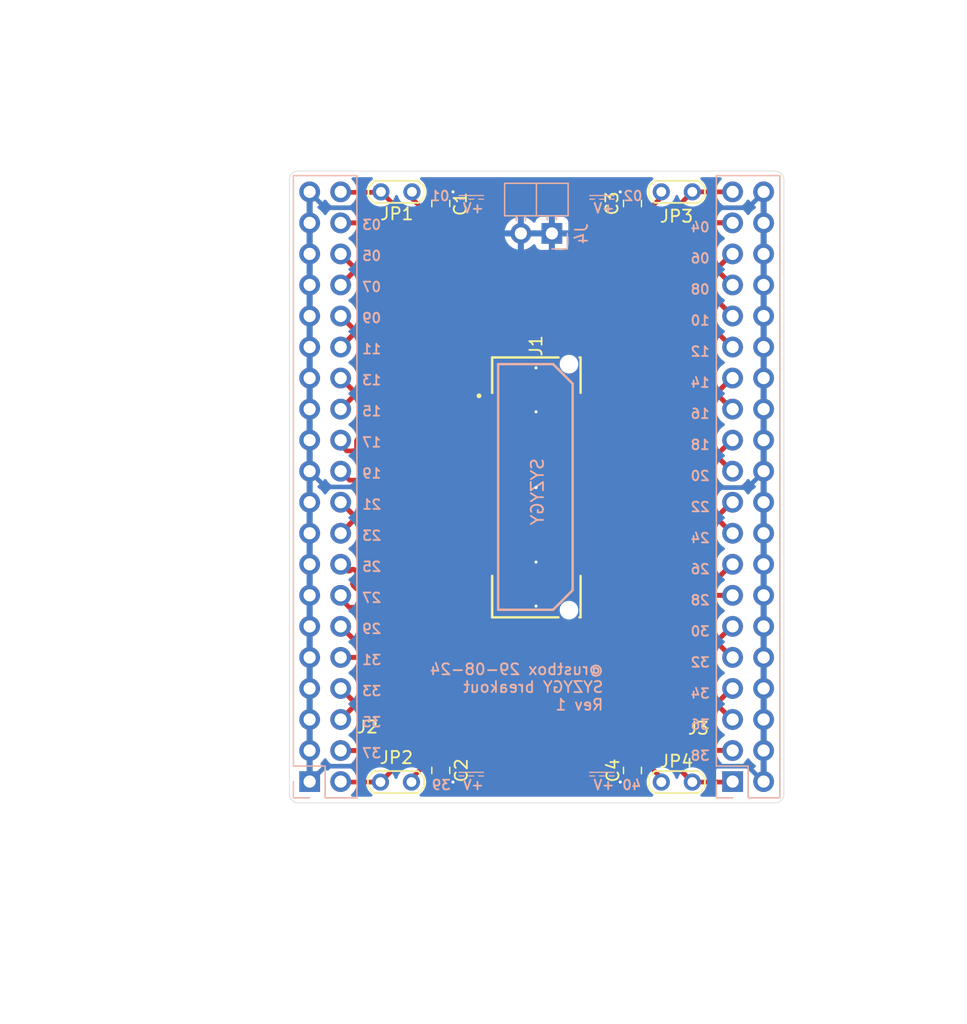
<source format=kicad_pcb>
(kicad_pcb (version 20240108) (generator "pcbnew") (generator_version "8.0")
  (layers (0 "F.Cu" signal) (31 "B.Cu" signal) (34 "B.Paste" user) (35 "F.Paste" user) (36 "B.SilkS" user "B.Silkscreen") (37 "F.SilkS" user "F.Silkscreen") (38 "B.Mask" user) (39 "F.Mask" user) (44 "Edge.Cuts" user))
  (net 0 "")
  (net 1 "/D13+")
  (net 2 "/D10+")
  (net 3 "/D14+")
  (net 4 "/D17-")
  (net 5 "/D18-")
  (net 6 "/D5+")
  (net 7 "/D10-")
  (net 8 "/D0+")
  (net 9 "/D2-")
  (net 10 "/D15-")
  (net 11 "/D7-")
  (net 12 "/D1-")
  (net 13 "/D6-")
  (net 14 "/D9+")
  (net 15 "/D7+")
  (net 16 "GND")
  (net 17 "/D11-")
  (net 18 "/D6+")
  (net 19 "/D2+")
  (net 20 "/D9-")
  (net 21 "/D12-")
  (net 22 "/D12+")
  (net 23 "/D16-")
  (net 24 "/D16+")
  (net 25 "/D17+")
  (net 26 "/D4+")
  (net 27 "/D3-")
  (net 28 "/D4-")
  (net 29 "/D11+")
  (net 30 "/D14-")
  (net 31 "/D13-")
  (net 32 "/D8+")
  (net 33 "/D1+")
  (net 34 "/D0-")
  (net 35 "/D15+")
  (net 36 "/D19-")
  (net 37 "/D19+")
  (net 38 "/D8-")
  (net 39 "/D3+")
  (net 40 "/D18+")
  (net 41 "/D5-")
  (net 42 "Net-(JP1-B)")
  (net 43 "Net-(JP2-B)")
  (net 44 "Net-(JP3-B)")
  (net 45 "Net-(JP4-B)")
  (footprint "TestPoint:TestPoint_2Pads_Pitch2.54mm_Drill0.8mm" (layer "F.Cu") (at 137 58.7)
    (property "Reference" "JP1")
    (property "Value" "Jumper_2_Open")
  )
  (footprint "TestPoint:TestPoint_2Pads_Pitch2.54mm_Drill0.8mm" (layer "F.Cu") (at 162.5 107 180)
    (property "Reference" "JP4")
    (property "Value" "Jumper_2_Open")
  )
  (footprint "Capacitor_SMD:C_0805_2012Metric" (layer "F.Cu") (at 141.9 59.65 90)
    (property "Reference" "C1")
    (property "Value" "10u")
  )
  (footprint "TestPoint:TestPoint_2Pads_Pitch2.54mm_Drill0.8mm" (layer "F.Cu") (at 162.5 58.7 180)
    (property "Reference" "JP3")
    (property "Value" "Jumper_2_Open")
  )
  (footprint "Capacitor_SMD:C_0805_2012Metric" (layer "F.Cu") (at 157.6 106.05 -90)
    (property "Reference" "C4")
    (property "Value" "10u")
  )
  (footprint "local:SAMTEC_QSH-020-01-X-D-DP-A" (layer "F.Cu") (at 149.73 82.885 -90)
    (property "Reference" "J1")
    (property "Value" "QSH-020-01-X-D-DP-A")
  )
  (footprint "TestPoint:TestPoint_2Pads_Pitch2.54mm_Drill0.8mm" (layer "F.Cu") (at 136.96 107)
    (property "Reference" "JP2")
    (property "Value" "Jumper_2_Open")
  )
  (footprint "Capacitor_SMD:C_0805_2012Metric" (layer "F.Cu") (at 141.9 106.05 -90)
    (property "Reference" "C2")
    (property "Value" "10u")
  )
  (footprint "Capacitor_SMD:C_0805_2012Metric" (layer "F.Cu") (at 157.6 59.65 90)
    (property "Reference" "C3")
    (property "Value" "10u")
  )
  (footprint "Connector_PinHeader_2.54mm:PinHeader_2x20_P2.54mm_Vertical" (layer "B.Cu") (at 131.16 106.96)
    (property "Reference" "J2")
    (property "Value" "Conn_02x20_Odd_Even")
  )
  (footprint "Connector_PinHeader_2.54mm:PinHeader_1x02_P2.54mm_Horizontal" (layer "B.Cu") (at 151 62.1 90)
    (property "Reference" "J4")
    (property "Value" "Conn_01x02")
  )
  (footprint "Connector_PinHeader_2.54mm:PinHeader_2x20_P2.54mm_Vertical" (layer "B.Cu") (at 165.8 106.96)
    (property "Reference" "J3")
    (property "Value" "Conn_02x20_Odd_Even")
  )
  (gr_line (start 155.3 106.5) (end 154.9 106.5) (stroke (width 0.1)) (layer "B.SilkS"))
  (gr_line (start 151.1 72.8) (end 146.6 72.8) (stroke (width 0.2)) (layer "B.SilkS"))
  (gr_line (start 154.5 106.5) (end 154.1 106.5) (stroke (width 0.1)) (layer "B.SilkS"))
  (gr_line (start 152.7 91.3) (end 152.7 74.4) (stroke (width 0.2)) (layer "B.SilkS"))
  (gr_line (start 156.1 59.3) (end 155.7 59.3) (stroke (width 0.1)) (layer "B.SilkS"))
  (gr_line (start 144.6 106.5) (end 144.2 106.5) (stroke (width 0.1)) (layer "B.SilkS"))
  (gr_line (start 155.3 59.3) (end 154.9 59.3) (stroke (width 0.1)) (layer "B.SilkS"))
  (gr_line (start 146.6 92.9) (end 151.1 92.9) (stroke (width 0.2)) (layer "B.SilkS"))
  (gr_line (start 145.4 59.3) (end 145 59.3) (stroke (width 0.1)) (layer "B.SilkS"))
  (gr_line (start 152.7 74.4) (end 151.1 72.8) (stroke (width 0.2)) (layer "B.SilkS"))
  (gr_line (start 151.1 92.9) (end 152.7 91.3) (stroke (width 0.2)) (layer "B.SilkS"))
  (gr_line (start 156.1 106.2) (end 154.1 106.2) (stroke (width 0.1)) (layer "B.SilkS"))
  (gr_line (start 145.4 59) (end 143.4 59) (stroke (width 0.1)) (layer "B.SilkS"))
  (gr_line (start 143.8 59.3) (end 143.4 59.3) (stroke (width 0.1)) (layer "B.SilkS"))
  (gr_line (start 145.4 106.5) (end 145 106.5) (stroke (width 0.1)) (layer "B.SilkS"))
  (gr_line (start 146.6 72.8) (end 146.6 92.9) (stroke (width 0.2)) (layer "B.SilkS"))
  (gr_line (start 144.6 59.3) (end 144.2 59.3) (stroke (width 0.1)) (layer "B.SilkS"))
  (gr_line (start 156.1 59) (end 154.1 59) (stroke (width 0.1)) (layer "B.SilkS"))
  (gr_line (start 154.5 59.3) (end 154.1 59.3) (stroke (width 0.1)) (layer "B.SilkS"))
  (gr_line (start 145.4 106.2) (end 143.4 106.2) (stroke (width 0.1)) (layer "B.SilkS"))
  (gr_line (start 156.1 106.5) (end 155.7 106.5) (stroke (width 0.1)) (layer "B.SilkS"))
  (gr_line (start 143.8 106.5) (end 143.4 106.5) (stroke (width 0.1)) (layer "B.SilkS"))
  (gr_line (start 170 108) (end 170.005025 57.7) (stroke (width 0.05)) (layer "Edge.Cuts"))
  (gr_arc (start 170 108) (mid 169.794975 108.494975) (end 169.3 108.7) (stroke (width 0.05)) (layer "Edge.Cuts"))
  (gr_line (start 169.305025 57) (end 130.2 57) (stroke (width 0.05)) (layer "Edge.Cuts"))
  (gr_arc (start 130.2 108.7) (mid 129.705025 108.494975) (end 129.5 108) (stroke (width 0.05)) (layer "Edge.Cuts"))
  (gr_line (start 130.2 108.7) (end 169.3 108.7) (stroke (width 0.05)) (layer "Edge.Cuts"))
  (gr_line (start 129.5 57.7) (end 129.5 108) (stroke (width 0.05)) (layer "Edge.Cuts"))
  (gr_arc (start 129.5 57.7) (mid 129.705025 57.205025) (end 130.2 57) (stroke (width 0.05)) (layer "Edge.Cuts"))
  (gr_arc (start 169.305025 57) (mid 169.8 57.205025) (end 170.005025 57.7) (stroke (width 0.05)) (layer "Edge.Cuts"))
  (gr_text "+V" (at 145.5 107.7 0) (layer "B.SilkS") (effects (font (size 0.79 0.8)) (justify left bottom mirror)))
  (gr_text "01" (at 142.7 59.5 0) (layer "B.SilkS") (effects (font (size 0.79 0.8)) (justify left bottom mirror)))
  (gr_text "02" (at 158.5 59.5 0) (layer "B.SilkS") (effects (font (size 0.79 0.8)) (justify left bottom mirror)))
  (gr_text "04\n\n06\n\n08\n\n10\n\n12\n\n14\n\n16\n\n18\n\n20\n\n22\n\n24\n\n26\n\n28\n\n30\n\n32\n\n34\n\n36\n\n38" (at 164 105.3 0) (layer "B.SilkS") (effects (font (size 0.79 0.8)) (justify left bottom mirror)))
  (gr_text "SYZYGY" (at 150.4 80.4 90) (layer "B.SilkS") (effects (font (size 1 1)) (justify left bottom mirror)))
  (gr_text "+V" (at 145.5 60.5 0) (layer "B.SilkS") (effects (font (size 0.79 0.8)) (justify left bottom mirror)))
  (gr_text "@rustbox 29-08-24\nSYZYGY breakout\nRev 1" (at 155.3 101.2 0) (layer "B.SilkS") (effects (font (size 0.9 0.9)) (justify left bottom mirror)))
  (gr_text "+V" (at 156.2 60.5 0) (layer "B.SilkS") (effects (font (size 0.79 0.8)) (justify left bottom mirror)))
  (gr_text "40" (at 158.4 107.7 0) (layer "B.SilkS") (effects (font (size 0.79 0.8)) (justify left bottom mirror)))
  (gr_text "39" (at 142.8 107.7 0) (layer "B.SilkS") (effects (font (size 0.79 0.8)) (justify left bottom mirror)))
  (gr_text "+V" (at 156.2 107.7 0) (layer "B.SilkS") (effects (font (size 0.79 0.8)) (justify left bottom mirror)))
  (gr_text "03\n\n05\n\n07\n\n09\n\n11\n\n13\n\n15\n\n17\n\n19\n\n21\n\n23\n\n25\n\n27\n\n29\n\n31\n\n33\n\n35\n\n37" (at 137.1 105.1 0) (layer "B.SilkS") (effects (font (size 0.79 0.8)) (justify left bottom mirror)))
  (segment (start 156.505012 78.619857) (end 156.505012 78.619856) (width 0.4064) (layer "F.Cu") (net 1))
  (segment (start 164.5 74.92) (end 164.74 74.92) (width 0.4064) (layer "F.Cu") (net 1))
  (segment (start 155.024868 80.1) (end 155.656482 79.468386) (width 0.4064) (layer "F.Cu") (net 1))
  (segment (start 163.293508 74.92) (end 163.456068 74.92) (width 0.4064) (layer "F.Cu") (net 1))
  (segment (start 156.81659 77.743491) (end 156.929279 77.85618) (width 0.4064) (layer "F.Cu") (net 1))
  (segment (start 155.968029 78.591993) (end 156.080748 78.704712) (width 0.4064) (layer "F.Cu") (net 1))
  (segment (start 155.543764 78.676846) (end 155.628619 78.591992) (width 0.4064) (layer "F.Cu") (net 1))
  (segment (start 157.665074 76.894918) (end 157.777808 77.007652) (width 0.4064) (layer "F.Cu") (net 1))
  (segment (start 157.353542 77.771327) (end 157.353542 77.771326) (width 0.4064) (layer "F.Cu") (net 1))
  (segment (start 162.155588 74.59488) (end 162.155588 73.004452) (width 0.4064) (layer "F.Cu") (net 1))
  (segment (start 157.268691 77.85618) (end 157.353542 77.771327) (width 0.4064) (layer "F.Cu") (net 1))
  (segment (start 158.11722 77.007651) (end 158.202072 76.922797) (width 0.4064) (layer "F.Cu") (net 1))
  (segment (start 162.968388 73.004452) (end 162.968388 74.59488) (width 0.4064) (layer "F.Cu") (net 1))
  (segment (start 164.74 74.92) (end 165.730599 73.929401) (width 0.4064) (layer "F.Cu") (net 1))
  (segment (start 158.96575 76.159121) (end 159.050602 76.074267) (width 0.4064) (layer "F.Cu") (net 1))
  (segment (start 161.667908 74.92) (end 161.830468 74.92) (width 0.4064) (layer "F.Cu") (net 1))
  (segment (start 158.089343 76.131245) (end 158.174198 76.046391) (width 0.4064) (layer "F.Cu") (net 1))
  (segment (start 155.656483 79.128974) (end 155.543765 79.016256) (width 0.4064) (layer "F.Cu") (net 1))
  (segment (start 158.513608 76.046392) (end 158.626338 76.159122) (width 0.4064) (layer "F.Cu") (net 1))
  (segment (start 163.456068 74.92) (end 164.5 74.92) (width 0.4064) (layer "F.Cu") (net 1))
  (segment (start 160.202434 74.922434) (end 160.204868 74.92) (width 0.4064) (layer "F.Cu") (net 1))
  (segment (start 156.505013 78.280444) (end 156.392325 78.167756) (width 0.4064) (layer "F.Cu") (net 1))
  (segment (start 160.855108 72.679332) (end 161.017668 72.679332) (width 0.4064) (layer "F.Cu") (net 1))
  (segment (start 152.6 80.1) (end 155.024868 80.1) (width 0.4064) (layer "F.Cu") (net 1))
  (segment (start 158.202072 76.922797) (end 158.202072 76.922796) (width 0.4064) (layer "F.Cu") (net 1))
  (segment (start 156.392325 77.828344) (end 156.477178 77.743492) (width 0.4064) (layer "F.Cu") (net 1))
  (segment (start 157.353543 77.431914) (end 157.24081 77.319181) (width 0.4064) (layer "F.Cu") (net 1))
  (segment (start 162.480708 72.679332) (end 162.643268 72.679332) (width 0.4064) (layer "F.Cu") (net 1))
  (segment (start 160.062434 75.062434) (end 160.202434 74.922434) (width 0.4064) (layer "F.Cu") (net 1))
  (segment (start 156.42016 78.704711) (end 156.505012 78.619857) (width 0.4064) (layer "F.Cu") (net 1))
  (segment (start 160.529988 74.59488) (end 160.529988 73.004452) (width 0.4064) (layer "F.Cu") (net 1))
  (segment (start 159.050602 76.074267) (end 160.062434 75.062434) (width 0.4064) (layer "F.Cu") (net 1))
  (segment (start 158.202073 76.583384) (end 158.089344 76.470655) (width 0.4064) (layer "F.Cu") (net 1))
  (segment (start 157.240809 76.979771) (end 157.325664 76.894917) (width 0.4064) (layer "F.Cu") (net 1))
  (segment (start 161.342788 73.004452) (end 161.342788 74.59488) (width 0.4064) (layer "F.Cu") (net 1))
  (arc (start 161.342788 74.59488) (mid 161.438013 74.824775) (end 161.667908 74.92) (width 0.4064) (layer "F.Cu") (net 1))
  (arc (start 156.392325 78.167756) (mid 156.322029 77.998051) (end 156.392325 77.828344) (width 0.4064) (layer "F.Cu") (net 1))
  (arc (start 161.017668 72.679332) (mid 161.247563 72.774557) (end 161.342788 73.004452) (width 0.4064) (layer "F.Cu") (net 1))
  (arc (start 158.089344 76.470655) (mid 158.01905 76.300949) (end 158.089343 76.131245) (width 0.4064) (layer "F.Cu") (net 1))
  (arc (start 156.477178 77.743492) (mid 156.646885 77.673196) (end 156.81659 77.743491) (width 0.4064) (layer "F.Cu") (net 1))
  (arc (start 156.505012 78.619856) (mid 156.575307 78.45015) (end 156.505013 78.280444) (width 0.4064) (layer "F.Cu") (net 1))
  (arc (start 157.777808 77.007652) (mid 157.947513 77.077947) (end 158.11722 77.007651) (width 0.4064) (layer "F.Cu") (net 1))
  (arc (start 158.626338 76.159122) (mid 158.796043 76.229417) (end 158.96575 76.159121) (width 0.4064) (layer "F.Cu") (net 1))
  (arc (start 155.628619 78.591992) (mid 155.798324 78.521698) (end 155.968029 78.591993) (width 0.4064) (layer "F.Cu") (net 1))
  (arc (start 161.830468 74.92) (mid 162.060363 74.824775) (end 162.155588 74.59488) (width 0.4064) (layer "F.Cu") (net 1))
  (arc (start 157.24081 77.319181) (mid 157.170516 77.149475) (end 157.240809 76.979771) (width 0.4064) (layer "F.Cu") (net 1))
  (arc (start 162.155588 73.004452) (mid 162.250813 72.774557) (end 162.480708 72.679332) (width 0.4064) (layer "F.Cu") (net 1))
  (arc (start 158.202072 76.922796) (mid 158.272367 76.75309) (end 158.202073 76.583384) (width 0.4064) (layer "F.Cu") (net 1))
  (arc (start 160.529988 73.004452) (mid 160.625213 72.774557) (end 160.855108 72.679332) (width 0.4064) (layer "F.Cu") (net 1))
  (arc (start 156.929279 77.85618) (mid 157.098984 77.926476) (end 157.268691 77.85618) (width 0.4064) (layer "F.Cu") (net 1))
  (arc (start 160.204868 74.92) (mid 160.434763 74.824775) (end 160.529988 74.59488) (width 0.4064) (layer "F.Cu") (net 1))
  (arc (start 158.174198 76.046391) (mid 158.343903 75.976097) (end 158.513608 76.046392) (width 0.4064) (layer "F.Cu") (net 1))
  (arc (start 162.643268 72.679332) (mid 162.873163 72.774557) (end 162.968388 73.004452) (width 0.4064) (layer "F.Cu") (net 1))
  (arc (start 155.543765 79.016256) (mid 155.473471 78.84655) (end 155.543764 78.676846) (width 0.4064) (layer "F.Cu") (net 1))
  (arc (start 157.325664 76.894917) (mid 157.495369 76.824623) (end 157.665074 76.894918) (width 0.4064) (layer "F.Cu") (net 1))
  (arc (start 156.080748 78.704712) (mid 156.250453 78.775007) (end 156.42016 78.704711) (width 0.4064) (layer "F.Cu") (net 1))
  (arc (start 162.968388 74.59488) (mid 163.063613 74.824775) (end 163.293508 74.92) (width 0.4064) (layer "F.Cu") (net 1))
  (arc (start 155.656482 79.468386) (mid 155.726777 79.29868) (end 155.656483 79.128974) (width 0.4064) (layer "F.Cu") (net 1))
  (arc (start 157.353542 77.771326) (mid 157.423837 77.60162) (end 157.353543 77.431914) (width 0.4064) (layer "F.Cu") (net 1))
  (segment (start 160.6 60.6) (end 160.6 61) (width 0.381) (layer "F.Cu") (net 2))
  (segment (start 162.5 58.7) (end 160.6 60.6) (width 0.381) (layer "F.Cu") (net 2))
  (segment (start 165.76 58.7) (end 165.8 58.74) (width 0.381) (layer "F.Cu") (net 2))
  (segment (start 159.989999 61.610001) (end 159.589999 61.610001) (width 0.381) (layer "F.Cu") (net 2))
  (segment (start 154.151199 63.773669) (end 156.314867 61.610001) (width 0.4064) (layer "F.Cu") (net 2))
  (segment (start 160.6 61) (end 159.989999 61.610001) (width 0.381) (layer "F.Cu") (net 2))
  (segment (start 162.5 58.7) (end 165.76 58.7) (width 0.381) (layer "F.Cu") (net 2))
  (segment (start 153.624868 75.6) (end 154.151199 75.073669) (width 0.4064) (layer "F.Cu") (net 2))
  (segment (start 156.314867 61.610001) (end 159.589999 61.610001) (width 0.4064) (layer "F.Cu") (net 2))
  (segment (start 154.151199 75.073669) (end 154.151199 63.773669) (width 0.4064) (layer "F.Cu") (net 2))
  (segment (start 152.6 75.6) (end 153.624868 75.6) (width 0.4064) (layer "F.Cu") (net 2))
  (segment (start 163.888 78.607687) (end 163.888 79.752) (width 0.4064) (layer "F.Cu") (net 3))
  (segment (start 159.24 80) (end 159.3 80) (width 0.4064) (layer "F.Cu") (net 3))
  (segment (start 161.656 80) (end 161.78 80) (width 0.4064) (layer "F.Cu") (net 3))
  (segment (start 162.276 78.359666) (end 162.4 78.359666) (width 0.4064) (layer "F.Cu") (net 3))
  (segment (start 160.788 79.752) (end 160.788 78.607687) (width 0.4064) (layer "F.Cu") (net 3))
  (segment (start 159.796 78.459679) (end 159.92 78.459679) (width 0.4064) (layer "F.Cu") (net 3))
  (segment (start 158.256 78.93) (end 158.42 78.93) (width 0.4064) (layer "F.Cu") (net 3))
  (segment (start 163.516 78.359687) (end 163.64 78.359687) (width 0.4064) (layer "F.Cu") (net 3))
  (segment (start 161.036 78.359687) (end 161.16 78.359687) (width 0.4064) (layer "F.Cu") (net 3))
  (segment (start 158.748 79.258) (end 158.748 79.672) (width 0.4064) (layer "F.Cu") (net 3))
  (segment (start 152.6 81.6) (end 155.724868 81.6) (width 0.4064) (layer "F.Cu") (net 3))
  (segment (start 159.076 80) (end 159.24 80) (width 0.4064) (layer "F.Cu") (net 3))
  (segment (start 162.028 79.752) (end 162.028 78.607666) (width 0.4064) (layer "F.Cu") (net 3))
  (segment (start 161.408 78.607687) (end 161.408 79.752) (width 0.4064) (layer "F.Cu") (net 3))
  (segment (start 164.26 80) (end 164.562286 80) (width 0.4064) (layer "F.Cu") (net 3))
  (segment (start 159.548 79.752) (end 159.548 78.707679) (width 0.4064) (layer "F.Cu") (net 3))
  (segment (start 160.168 78.707679) (end 160.168 79.752) (width 0.4064) (layer "F.Cu") (net 3))
  (segment (start 160.416 80) (end 160.54 80) (width 0.4064) (layer "F.Cu") (net 3))
  (segment (start 164.136 80) (end 164.26 80) (width 0.4064) (layer "F.Cu") (net 3))
  (segment (start 164.562286 80) (end 164.74 80) (width 0.4064) (layer "F.Cu") (net 3))
  (segment (start 162.648 78.607666) (end 162.648 79.752) (width 0.4064) (layer "F.Cu") (net 3))
  (segment (start 163.268 79.752) (end 163.268 78.607687) (width 0.4064) (layer "F.Cu") (net 3))
  (segment (start 162.896 80) (end 163.02 80) (width 0.4064) (layer "F.Cu") (net 3))
  (segment (start 155.724868 81.6) (end 157.324868 80) (width 0.4064) (layer "F.Cu") (net 3))
  (segment (start 157.324868 80) (end 157.6 80) (width 0.4064) (layer "F.Cu") (net 3))
  (segment (start 164.74 80) (end 165.730599 79.009401) (width 0.4064) (layer "F.Cu") (net 3))
  (segment (start 157.928 79.672) (end 157.928 79.258) (width 0.4064) (layer "F.Cu") (net 3))
  (arc (start 159.3 80) (mid 159.475362 79.927362) (end 159.548 79.752) (width 0.4064) (layer "F.Cu") (net 3))
  (arc (start 159.548 78.707679) (mid 159.620638 78.532317) (end 159.796 78.459679) (width 0.4064) (layer "F.Cu") (net 3))
  (arc (start 160.788 78.607687) (mid 160.860638 78.432325) (end 161.036 78.359687) (width 0.4064) (layer "F.Cu") (net 3))
  (arc (start 160.54 80) (mid 160.715362 79.927362) (end 160.788 79.752) (width 0.4064) (layer "F.Cu") (net 3))
  (arc (start 163.888 79.752) (mid 163.960638 79.927362) (end 164.136 80) (width 0.4064) (layer "F.Cu") (net 3))
  (arc (start 158.42 78.93) (mid 158.651931 79.026069) (end 158.748 79.258) (width 0.4064) (layer "F.Cu") (net 3))
  (arc (start 163.64 78.359687) (mid 163.815362 78.432325) (end 163.888 78.607687) (width 0.4064) (layer "F.Cu") (net 3))
  (arc (start 157.6 80) (mid 157.831931 79.903931) (end 157.928 79.672) (width 0.4064) (layer "F.Cu") (net 3))
  (arc (start 158.748 79.672) (mid 158.844069 79.903931) (end 159.076 80) (width 0.4064) (layer "F.Cu") (net 3))
  (arc (start 162.648 79.752) (mid 162.720638 79.927362) (end 162.896 80) (width 0.4064) (layer "F.Cu") (net 3))
  (arc (start 161.408 79.752) (mid 161.480638 79.927362) (end 161.656 80) (width 0.4064) (layer "F.Cu") (net 3))
  (arc (start 159.92 78.459679) (mid 160.095362 78.532317) (end 160.168 78.707679) (width 0.4064) (layer "F.Cu") (net 3))
  (arc (start 160.168 79.752) (mid 160.240638 79.927362) (end 160.416 80) (width 0.4064) (layer "F.Cu") (net 3))
  (arc (start 161.16 78.359687) (mid 161.335362 78.432325) (end 161.408 78.607687) (width 0.4064) (layer "F.Cu") (net 3))
  (arc (start 163.268 78.607687) (mid 163.340638 78.432325) (end 163.516 78.359687) (width 0.4064) (layer "F.Cu") (net 3))
  (arc (start 162.028 78.607666) (mid 162.100638 78.432304) (end 162.276 78.359666) (width 0.4064) (layer "F.Cu") (net 3))
  (arc (start 161.78 80) (mid 161.955362 79.927362) (end 162.028 79.752) (width 0.4064) (layer "F.Cu") (net 3))
  (arc (start 163.02 80) (mid 163.195362 79.927362) (end 163.268 79.752) (width 0.4064) (layer "F.Cu") (net 3))
  (arc (start 162.4 78.359666) (mid 162.575362 78.432304) (end 162.648 78.607666) (width 0.4064) (layer "F.Cu") (net 3))
  (arc (start 157.928 79.258) (mid 158.024069 79.026069) (end 158.256 78.93) (width 0.4064) (layer "F.Cu") (net 3))
  (segment (start 157.651199 93.407751) (end 157.651199 94.381161) (width 0.4064) (layer "F.Cu") (net 4))
  (segment (start 161.485241 96.977163) (end 161.637241 96.977163) (width 0.4064) (layer "F.Cu") (net 4))
  (segment (start 163.917241 95.798802) (end 164.638003 95.798802) (width 0.4064) (layer "F.Cu") (net 4))
  (segment (start 161.181241 96.102802) (end 161.181241 96.673163) (width 0.4064) (layer "F.Cu") (net 4))
  (segment (start 163.005241 96.977182) (end 163.157241 96.977182) (width 0.4064) (layer "F.Cu") (net 4))
  (segment (start 164.638003 95.798802) (end 164.74 95.798802) (width 0.4064) (layer "F.Cu") (net 4))
  (segment (start 157.031199 90.776551) (end 157.031199 90.969351) (width 0.4064) (layer "F.Cu") (net 4))
  (segment (start 157.651199 94.405133) (end 159.044868 95.798802) (width 0.4064) (layer "F.Cu") (net 4))
  (segment (start 162.245241 95.798802) (end 162.397241 95.798802) (width 0.4064) (layer "F.Cu") (net 4))
  (segment (start 157.651199 91.589351) (end 157.651199 91.782151) (width 0.4064) (layer "F.Cu") (net 4))
  (segment (start 157.651199 93.214951) (end 157.651199 93.407751) (width 0.4064) (layer "F.Cu") (net 4))
  (segment (start 163.765241 95.798802) (end 163.917241 95.798802) (width 0.4064) (layer "F.Cu") (net 4))
  (segment (start 162.701241 96.102802) (end 162.701241 96.673182) (width 0.4064) (layer "F.Cu") (net 4))
  (segment (start 157.651199 89.705133) (end 157.651199 90.156551) (width 0.4064) (layer "F.Cu") (net 4))
  (segment (start 159.661241 96.102802) (end 159.661241 96.673163) (width 0.4064) (layer "F.Cu") (net 4))
  (segment (start 160.421241 96.673163) (end 160.421241 96.102802) (width 0.4064) (layer "F.Cu") (net 4))
  (segment (start 160.725241 95.798802) (end 160.877241 95.798802) (width 0.4064) (layer "F.Cu") (net 4))
  (segment (start 157.031199 92.402151) (end 157.031199 92.594951) (width 0.4064) (layer "F.Cu") (net 4))
  (segment (start 164.74 95.798802) (end 165.730599 96.789401) (width 0.4064) (layer "F.Cu") (net 4))
  (segment (start 154.604868 86.658802) (end 157.651199 89.705133) (width 0.4064) (layer "F.Cu") (net 4))
  (segment (start 159.965241 96.977163) (end 160.117241 96.977163) (width 0.4064) (layer "F.Cu") (net 4))
  (segment (start 157.651199 94.381161) (end 157.651199 94.405133) (width 0.4064) (layer "F.Cu") (net 4))
  (segment (start 159.044868 95.798802) (end 159.357241 95.798802) (width 0.4064) (layer "F.Cu") (net 4))
  (segment (start 161.941241 96.673163) (end 161.941241 96.102802) (width 0.4064) (layer "F.Cu") (net 4))
  (segment (start 163.461241 96.673182) (end 163.461241 96.102802) (width 0.4064) (layer "F.Cu") (net 4))
  (segment (start 152.6 86.658802) (end 154.604868 86.658802) (width 0.4064) (layer "F.Cu") (net 4))
  (arc (start 159.661241 96.673163) (mid 159.750281 96.888123) (end 159.965241 96.977163) (width 0.4064) (layer "F.Cu") (net 4))
  (arc (start 157.031199 92.594951) (mid 157.121996 92.814154) (end 157.341199 92.904951) (width 0.4064) (layer "F.Cu") (net 4))
  (arc (start 163.157241 96.977182) (mid 163.372201 96.888142) (end 163.461241 96.673182) (width 0.4064) (layer "F.Cu") (net 4))
  (arc (start 157.031199 90.969351) (mid 157.121996 91.188554) (end 157.341199 91.279351) (width 0.4064) (layer "F.Cu") (net 4))
  (arc (start 163.461241 96.102802) (mid 163.550281 95.887842) (end 163.765241 95.798802) (width 0.4064) (layer "F.Cu") (net 4))
  (arc (start 160.421241 96.102802) (mid 160.510281 95.887842) (end 160.725241 95.798802) (width 0.4064) (layer "F.Cu") (net 4))
  (arc (start 162.701241 96.673182) (mid 162.790281 96.888142) (end 163.005241 96.977182) (width 0.4064) (layer "F.Cu") (net 4))
  (arc (start 157.651199 91.782151) (mid 157.560402 92.001354) (end 157.341199 92.092151) (width 0.4064) (layer "F.Cu") (net 4))
  (arc (start 157.341199 91.279351) (mid 157.560402 91.370148) (end 157.651199 91.589351) (width 0.4064) (layer "F.Cu") (net 4))
  (arc (start 162.397241 95.798802) (mid 162.612201 95.887842) (end 162.701241 96.102802) (width 0.4064) (layer "F.Cu") (net 4))
  (arc (start 159.357241 95.798802) (mid 159.572201 95.887842) (end 159.661241 96.102802) (width 0.4064) (layer "F.Cu") (net 4))
  (arc (start 161.941241 96.102802) (mid 162.030281 95.887842) (end 162.245241 95.798802) (width 0.4064) (layer "F.Cu") (net 4))
  (arc (start 157.651199 90.156551) (mid 157.560402 90.375754) (end 157.341199 90.466551) (width 0.4064) (layer "F.Cu") (net 4))
  (arc (start 161.181241 96.673163) (mid 161.270281 96.888123) (end 161.485241 96.977163) (width 0.4064) (layer "F.Cu") (net 4))
  (arc (start 161.637241 96.977163) (mid 161.852201 96.888123) (end 161.941241 96.673163) (width 0.4064) (layer "F.Cu") (net 4))
  (arc (start 157.341199 92.092151) (mid 157.121996 92.182948) (end 157.031199 92.402151) (width 0.4064) (layer "F.Cu") (net 4))
  (arc (start 157.341199 92.904951) (mid 157.560402 92.995748) (end 157.651199 93.214951) (width 0.4064) (layer "F.Cu") (net 4))
  (arc (start 157.341199 90.466551) (mid 157.121996 90.557348) (end 157.031199 90.776551) (width 0.4064) (layer "F.Cu") (net 4))
  (arc (start 160.877241 95.798802) (mid 161.092201 95.887842) (end 161.181241 96.102802) (width 0.4064) (layer "F.Cu") (net 4))
  (arc (start 160.117241 96.977163) (mid 160.332201 96.888123) (end 160.421241 96.673163) (width 0.4064) (layer "F.Cu") (net 4))
  (segment (start 152.6 88.158802) (end 154.404868 88.158802) (width 0.4064) (layer "F.Cu") (net 5))
  (segment (start 155.851199 98.824972) (end 155.851199 99.505133) (width 0.4064) (layer "F.Cu") (net 5))
  (segment (start 154.404868 88.158802) (end 155.851199 89.605133) (width 0.4064) (layer "F.Cu") (net 5))
  (segment (start 155.851199 91.655557) (end 155.851199 91.997423) (width 0.4064) (layer "F.Cu") (net 5))
  (segment (start 155.851199 99.505133) (end 157.224868 100.878802) (width 0.4064) (layer "F.Cu") (net 5))
  (segment (start 155.851199 96.157423) (end 155.851199 98.824972) (width 0.4064) (layer "F.Cu") (net 5))
  (segment (start 157.224868 100.878802) (end 164.74 100.878802) (width 0.4064) (layer "F.Cu") (net 5))
  (segment (start 155.851199 93.735649) (end 155.851199 94.077423) (width 0.4064) (layer "F.Cu") (net 5))
  (segment (start 164.74 100.878802) (end 165.730599 101.869401) (width 0.4064) (layer "F.Cu") (net 5))
  (segment (start 155.152973 94.775649) (end 155.152973 95.117423) (width 0.4064) (layer "F.Cu") (net 5))
  (segment (start 155.153065 90.615557) (end 155.153065 90.957423) (width 0.4064) (layer "F.Cu") (net 5))
  (segment (start 155.851199 95.815649) (end 155.851199 96.157423) (width 0.4064) (layer "F.Cu") (net 5))
  (segment (start 155.152973 92.695649) (end 155.152973 93.037423) (width 0.4064) (layer "F.Cu") (net 5))
  (segment (start 155.851199 89.605133) (end 155.851199 89.917423) (width 0.4064) (layer "F.Cu") (net 5))
  (arc (start 155.502132 91.30649) (mid 155.74896 91.408729) (end 155.851199 91.655557) (width 0.4064) (layer "F.Cu") (net 5))
  (arc (start 155.502086 93.386536) (mid 155.748946 93.488789) (end 155.851199 93.735649) (width 0.4064) (layer "F.Cu") (net 5))
  (arc (start 155.851199 89.917423) (mid 155.74896 90.164251) (end 155.502132 90.26649) (width 0.4064) (layer "F.Cu") (net 5))
  (arc (start 155.851199 91.997423) (mid 155.748946 92.244283) (end 155.502086 92.346536) (width 0.4064) (layer "F.Cu") (net 5))
  (arc (start 155.502132 90.26649) (mid 155.255304 90.368729) (end 155.153065 90.615557) (width 0.4064) (layer "F.Cu") (net 5))
  (arc (start 155.153065 90.957423) (mid 155.255304 91.204251) (end 155.502132 91.30649) (width 0.4064) (layer "F.Cu") (net 5))
  (arc (start 155.502086 95.466536) (mid 155.748946 95.568789) (end 155.851199 95.815649) (width 0.4064) (layer "F.Cu") (net 5))
  (arc (start 155.502086 92.346536) (mid 155.255226 92.448789) (end 155.152973 92.695649) (width 0.4064) (layer "F.Cu") (net 5))
  (arc (start 155.152973 93.037423) (mid 155.255226 93.284283) (end 155.502086 93.386536) (width 0.4064) (layer "F.Cu") (net 5))
  (arc (start 155.502086 94.426536) (mid 155.255226 94.528789) (end 155.152973 94.775649) (width 0.4064) (layer "F.Cu") (net 5))
  (arc (start 155.152973 95.117423) (mid 155.255226 95.364283) (end 155.502086 95.466536) (width 0.4064) (layer "F.Cu") (net 5))
  (arc (start 155.851199 94.077423) (mid 155.748946 94.324283) (end 155.502086 94.426536) (width 0.4064) (layer "F.Cu") (net 5))
  (segment (start 142.261432 84.024008) (end 142.265674 84.02825) (width 0.4064) (layer "F.Cu") (net 6))
  (segment (start 141.04 83.395151) (end 140.9 83.395151) (width 0.4064) (layer "F.Cu") (net 6))
  (segment (start 139.64 83.395151) (end 139.5 83.395151) (width 0.4064) (layer "F.Cu") (net 6))
  (segment (start 138.24 83.395151) (end 138.1 83.395151) (width 0.4064) (layer "F.Cu") (net 6))
  (segment (start 142.112941 84.791926) (end 141.96639 84.938478) (width 0.4064) (layer "F.Cu") (net 6))
  (segment (start 141.96639 84.938478) (end 141.814269 85.090599) (width 0.4064) (layer "F.Cu") (net 6))
  (segment (start 136 85.090599) (end 134.690599 85.090599) (width 0.4064) (layer "F.Cu") (net 6))
  (segment (start 138.94 85.090599) (end 138.8 85.090599) (width 0.4064) (layer "F.Cu") (net 6))
  (segment (start 137.12 84.810599) (end 137.12 83.675151) (width 0.4064) (layer "F.Cu") (net 6))
  (segment (start 142.414168 83.260333) (end 142.261432 83.413068) (width 0.4064) (layer "F.Cu") (net 6))
  (segment (start 141.32 84.810599) (end 141.32 83.675151) (width 0.4064) (layer "F.Cu") (net 6))
  (segment (start 137.82 83.675151) (end 137.82 84.810599) (width 0.4064) (layer "F.Cu") (net 6))
  (segment (start 139.22 83.675151) (end 139.22 84.810599) (width 0.4064) (layer "F.Cu") (net 6))
  (segment (start 140.34 85.090599) (end 140.2 85.090599) (width 0.4064) (layer "F.Cu") (net 6))
  (segment (start 136.84 83.395151) (end 136.7 83.395151) (width 0.4064) (layer "F.Cu") (net 6))
  (segment (start 136.42 83.675151) (end 136.42 84.810599) (width 0.4064) (layer "F.Cu") (net 6))
  (segment (start 134.690599 85.090599) (end 134.645299 85.045299) (width 0.4064) (layer "F.Cu") (net 6))
  (segment (start 146.830599 83.110599) (end 143.794269 83.110599) (width 0.4064) (layer "F.Cu") (net 6))
  (segment (start 141.814269 85.090599) (end 141.6 85.090599) (width 0.4064) (layer "F.Cu") (net 6))
  (segment (start 143.029351 83.264576) (end 143.025108 83.260333) (width 0.4064) (layer "F.Cu") (net 6))
  (segment (start 137.54 85.090599) (end 137.4 85.090599) (width 0.4064) (layer "F.Cu") (net 6))
  (segment (start 134.645299 85.045299) (end 133.7 84.1) (width 0.4064) (layer "F.Cu") (net 6))
  (segment (start 143.794269 83.110599) (end 143.640292 83.264576) (width 0.4064) (layer "F.Cu") (net 6))
  (segment (start 138.52 84.810599) (end 138.52 83.675151) (width 0.4064) (layer "F.Cu") (net 6))
  (segment (start 142.265674 84.63919) (end 142.112941 84.791926) (width 0.4064) (layer "F.Cu") (net 6))
  (segment (start 140.62 83.675151) (end 140.62 84.810599) (width 0.4064) (layer "F.Cu") (net 6))
  (segment (start 139.92 84.810599) (end 139.92 83.675151) (width 0.4064) (layer "F.Cu") (net 6))
  (segment (start 136.14 85.090599) (end 136 85.090599) (width 0.4064) (layer "F.Cu") (net 6))
  (arc (start 138.52 83.675151) (mid 138.43799 83.477161) (end 138.24 83.395151) (width 0.4064) (layer "F.Cu") (net 6))
  (arc (start 140.2 85.090599) (mid 140.00201 85.008589) (end 139.92 84.810599) (width 0.4064) (layer "F.Cu") (net 6))
  (arc (start 137.12 83.675151) (mid 137.03799 83.477161) (end 136.84 83.395151) (width 0.4064) (layer "F.Cu") (net 6))
  (arc (start 141.32 83.675151) (mid 141.23799 83.477161) (end 141.04 83.395151) (width 0.4064) (layer "F.Cu") (net 6))
  (arc (start 142.265674 84.02825) (mid 142.392204 84.33372) (end 142.265674 84.63919) (width 0.4064) (layer "F.Cu") (net 6))
  (arc (start 143.025108 83.260333) (mid 142.719638 83.133803) (end 142.414168 83.260333) (width 0.4064) (layer "F.Cu") (net 6))
  (arc (start 138.1 83.395151) (mid 137.90201 83.477161) (end 137.82 83.675151) (width 0.4064) (layer "F.Cu") (net 6))
  (arc (start 137.82 84.810599) (mid 137.73799 85.008589) (end 137.54 85.090599) (width 0.4064) (layer "F.Cu") (net 6))
  (arc (start 139.5 83.395151) (mid 139.30201 83.477161) (end 139.22 83.675151) (width 0.4064) (layer "F.Cu") (net 6))
  (arc (start 136.7 83.395151) (mid 136.50201 83.477161) (end 136.42 83.675151) (width 0.4064) (layer "F.Cu") (net 6))
  (arc (start 141.6 85.090599) (mid 141.40201 85.008589) (end 141.32 84.810599) (width 0.4064) (layer "F.Cu") (net 6))
  (arc (start 139.22 84.810599) (mid 139.13799 85.008589) (end 138.94 85.090599) (width 0.4064) (layer "F.Cu") (net 6))
  (arc (start 140.62 84.810599) (mid 140.53799 85.008589) (end 140.34 85.090599) (width 0.4064) (layer "F.Cu") (net 6))
  (arc (start 137.4 85.090599) (mid 137.20201 85.008589) (end 137.12 84.810599) (width 0.4064) (layer "F.Cu") (net 6))
  (arc (start 140.9 83.395151) (mid 140.70201 83.477161) (end 140.62 83.675151) (width 0.4064) (layer "F.Cu") (net 6))
  (arc (start 136.42 84.810599) (mid 136.33799 85.008589) (end 136.14 85.090599) (width 0.4064) (layer "F.Cu") (net 6))
  (arc (start 138.8 85.090599) (mid 138.60201 85.008589) (end 138.52 84.810599) (width 0.4064) (layer "F.Cu") (net 6))
  (arc (start 142.261432 83.413068) (mid 142.134902 83.718538) (end 142.261432 84.024008) (width 0.4064) (layer "F.Cu") (net 6))
  (arc (start 143.640292 83.264576) (mid 143.334821 83.391106) (end 143.029351 83.264576) (width 0.4064) (layer "F.Cu") (net 6))
  (arc (start 139.92 83.675151) (mid 139.83799 83.477161) (end 139.64 83.395151) (width 0.4064) (layer "F.Cu") (net 6))
  (segment (start 155.211316 65.716) (end 154.933999 65.716) (width 0.4064) (layer "F.Cu") (net 7))
  (segment (start 161.886331 62.168801) (end 162.825731 61.229401) (width 0.4064) (layer "F.Cu") (net 7))
  (segment (start 154.709999 64.7) (end 154.709999 64.005133) (width 0.4064) (layer "F.Cu") (net 7))
  (segment (start 152.6 76.158802) (end 153.85633 76.158802) (width 0.4064) (layer "F.Cu") (net 7))
  (segment (start 154.933999 66.276) (end 155.211316 66.276) (width 0.4064) (layer "F.Cu") (net 7))
  (segment (start 155.435316 66.052) (end 155.435316 65.94) (width 0.4064) (layer "F.Cu") (net 7))
  (segment (start 162.825731 61.229401) (end 165.730599 61.229401) (width 0.4064) (layer "F.Cu") (net 7))
  (segment (start 154.709999 65.38) (end 154.709999 64.7) (width 0.4064) (layer "F.Cu") (net 7))
  (segment (start 154.709999 75.305133) (end 154.709999 66.5) (width 0.4064) (layer "F.Cu") (net 7))
  (segment (start 154.709999 65.492) (end 154.709999 65.38) (width 0.4064) (layer "F.Cu") (net 7))
  (segment (start 156.546331 62.168801) (end 161.886331 62.168801) (width 0.4064) (layer "F.Cu") (net 7))
  (segment (start 154.709999 64.005133) (end 156.546331 62.168801) (width 0.4064) (layer "F.Cu") (net 7))
  (segment (start 153.85633 76.158802) (end 154.709999 75.305133) (width 0.4064) (layer "F.Cu") (net 7))
  (arc (start 154.933999 65.716) (mid 154.775607 65.650392) (end 154.709999 65.492) (width 0.4064) (layer "F.Cu") (net 7))
  (arc (start 155.211316 66.276) (mid 155.369708 66.210392) (end 155.435316 66.052) (width 0.4064) (layer "F.Cu") (net 7))
  (arc (start 154.709999 66.5) (mid 154.775607 66.341608) (end 154.933999 66.276) (width 0.4064) (layer "F.Cu") (net 7))
  (arc (start 155.435316 65.94) (mid 155.369708 65.781608) (end 155.211316 65.716) (width 0.4064) (layer "F.Cu") (net 7))
  (segment (start 139.9206 61.6206) (end 140.715732 61.6206) (width 0.381) (layer "F.Cu") (net 8))
  (segment (start 145.2794 67.607622) (end 145.2794 66.184268) (width 0.4064) (layer "F.Cu") (net 8))
  (segment (start 137 58.7) (end 139.9206 61.6206) (width 0.381) (layer "F.Cu") (net 8))
  (segment (start 133.7 58.74) (end 136.96 58.74) (width 0.381) (layer "F.Cu") (net 8))
  (segment (start 145.5194 73.113357) (end 145.658327 73.113357) (width 0.4064) (layer "F.Cu") (net 8))
  (segment (start 145.898309 71.673357) (end 145.898309 71.553357) (width 0.4064) (layer "F.Cu") (net 8))
  (segment (start 146.830599 75.610599) (end 145.805731 75.610599) (width 0.4064) (layer "F.Cu") (net 8))
  (segment (start 145.658309 71.313357) (end 145.5194 71.313357) (width 0.4064) (layer "F.Cu") (net 8))
  (segment (start 145.2794 71.073357) (end 145.2794 70.953357) (width 0.4064) (layer "F.Cu") (net 8))
  (segment (start 136.96 58.74) (end 137 58.7) (width 0.381) (layer "F.Cu") (net 8))
  (segment (start 145.805731 75.610599) (end 145.2794 75.084268) (width 0.4064) (layer "F.Cu") (net 8))
  (segment (start 145.2794 75.084268) (end 145.2794 73.353357) (width 0.4064) (layer "F.Cu") (net 8))
  (segment (start 145.5194 71.913357) (end 145.658309 71.913357) (width 0.4064) (layer "F.Cu") (net 8))
  (segment (start 145.658327 72.513357) (end 145.5194 72.513357) (width 0.4064) (layer "F.Cu") (net 8))
  (segment (start 145.2794 70.953357) (end 145.2794 67.607622) (width 0.4064) (layer "F.Cu") (net 8))
  (segment (start 145.2794 72.273357) (end 145.2794 72.153357) (width 0.4064) (layer "F.Cu") (net 8))
  (segment (start 145.2794 66.184268) (end 140.715732 61.6206) (width 0.4064) (layer "F.Cu") (net 8))
  (segment (start 145.898327 72.873357) (end 145.898327 72.753357) (width 0.4064) (layer "F.Cu") (net 8))
  (arc (start 145.2794 72.153357) (mid 145.349694 71.983651) (end 145.5194 71.913357) (width 0.4064) (layer "F.Cu") (net 8))
  (arc (start 145.898309 71.553357) (mid 145.828015 71.383651) (end 145.658309 71.313357) (width 0.4064) (layer "F.Cu") (net 8))
  (arc (start 145.5194 71.313357) (mid 145.349694 71.243063) (end 145.2794 71.073357) (width 0.4064) (layer "F.Cu") (net 8))
  (arc (start 145.2794 73.353357) (mid 145.349694 73.183651) (end 145.5194 73.113357) (width 0.4064) (layer "F.Cu") (net 8))
  (arc (start 145.658327 73.113357) (mid 145.828033 73.043063) (end 145.898327 72.873357) (width 0.4064) (layer "F.Cu") (net 8))
  (arc (start 145.658309 71.913357) (mid 145.828015 71.843063) (end 145.898309 71.673357) (width 0.4064) (layer "F.Cu") (net 8))
  (arc (start 145.898327 72.753357) (mid 145.828033 72.583651) (end 145.658327 72.513357) (width 0.4064) (layer "F.Cu") (net 8))
  (arc (start 145.5194 72.513357) (mid 145.349694 72.443063) (end 145.2794 72.273357) (width 0.4064) (layer "F.Cu") (net 8))
  (segment (start 136.696269 70.936703) (end 136.696269 70.677401) (width 0.4064) (layer "F.Cu") (net 9))
  (segment (start 139.376269 70.936703) (end 139.376269 70.677401) (width 0.4064) (layer "F.Cu") (net 9))
  (segment (start 139.778269 71.204703) (end 139.644269 71.204703) (width 0.4064) (layer "F.Cu") (net 9))
  (segment (start 141.502434 75.397566) (end 141.2206 75.115732) (width 0.4064) (layer "F.Cu") (net 9))
  (segment (start 137.098269 71.204703) (end 136.964269 71.204703) (width 0.4064) (layer "F.Cu") (net 9))
  (segment (start 140.711484 70.806616) (end 140.314269 70.409401) (width 0.4064) (layer "F.Cu") (net 9))
  (segment (start 136.428269 70.409401) (end 136.294269 70.409401) (width 0.4064) (layer "F.Cu") (net 9))
  (segment (start 138.036269 70.936729) (end 138.036269 70.677401) (width 0.4064) (layer "F.Cu") (net 9))
  (segment (start 140.9526 74.347208) (end 140.693285 74.347208) (width 0.4064) (layer "F.Cu") (net 9))
  (segment (start 138.438269 71.204729) (end 138.304269 71.204729) (width 0.4064) (layer "F.Cu") (net 9))
  (segment (start 141.587452 75.482584) (end 141.502434 75.397566) (width 0.4064) (layer "F.Cu") (net 9))
  (segment (start 140.046269 70.677401) (end 140.046269 70.936703) (width 0.4064) (layer "F.Cu") (net 9))
  (segment (start 146.830599 79.169401) (end 145.274269 79.169401) (width 0.4064) (layer "F.Cu") (net 9))
  (segment (start 143.080296 77.78153) (end 142.90861 77.609844) (width 0.4064) (layer "F.Cu") (net 9))
  (segment (start 140.425285 72.739208) (end 140.425285 72.605208) (width 0.4064) (layer "F.Cu") (net 9))
  (segment (start 145.274269 79.169401) (end 145.035871 78.931003) (width 0.4064) (layer "F.Cu") (net 9))
  (segment (start 141.2206 71.935208) (end 141.2206 71.315732) (width 0.4064) (layer "F.Cu") (net 9))
  (segment (start 140.9526 73.007208) (end 140.693285 73.007208) (width 0.4064) (layer "F.Cu") (net 9))
  (segment (start 137.366269 70.677401) (end 137.366269 70.936703) (width 0.4064) (layer "F.Cu") (net 9))
  (segment (start 141.759137 75.654269) (end 141.587452 75.482584) (width 0.4064) (layer "F.Cu") (net 9))
  (segment (start 138.706269 70.677401) (end 138.706269 70.936729) (width 0.4064) (layer "F.Cu") (net 9))
  (segment (start 141.930823 76.632057) (end 141.759137 76.460371) (width 0.4064) (layer "F.Cu") (net 9))
  (segment (start 141.2206 71.315732) (end 140.711484 70.806616) (width 0.4064) (layer "F.Cu") (net 9))
  (segment (start 144.229769 78.931003) (end 144.058083 78.759317) (width 0.4064) (layer "F.Cu") (net 9))
  (segment (start 137.768269 70.409401) (end 137.634269 70.409401) (width 0.4064) (layer "F.Cu") (net 9))
  (segment (start 141.2206 72.069208) (end 141.2206 71.935208) (width 0.4064) (layer "F.Cu") (net 9))
  (segment (start 144.058083 77.953215) (end 143.886398 77.78153) (width 0.4064) (layer "F.Cu") (net 9))
  (segment (start 135.056914 70.409401) (end 134.690599 70.409401) (width 0.4064) (layer "F.Cu") (net 9))
  (segment (start 140.693285 72.337208) (end 140.9526 72.337208) (width 0.4064) (layer "F.Cu") (net 9))
  (segment (start 140.425285 74.079208) (end 140.425285 73.945208) (width 0.4064) (layer "F.Cu") (net 9))
  (segment (start 141.2206 73.409208) (end 141.2206 73.275208) (width 0.4064) (layer "F.Cu") (net 9))
  (segment (start 140.693285 73.677208) (end 140.9526 73.677208) (width 0.4064) (layer "F.Cu") (net 9))
  (segment (start 139.108269 70.409401) (end 138.974269 70.409401) (width 0.4064) (layer "F.Cu") (net 9))
  (segment (start 141.2206 75.115732) (end 141.2206 74.615208) (width 0.4064) (layer "F.Cu") (net 9))
  (segment (start 136.294269 70.409401) (end 135.056914 70.409401) (width 0.4064) (layer "F.Cu") (net 9))
  (segment (start 134.690599 70.409401) (end 133.7 71.4) (width 0.4064) (layer "F.Cu") (net 9))
  (segment (start 142.90861 76.803742) (end 142.736925 76.632057) (width 0.4064) (layer "F.Cu") (net 9))
  (arc (start 136.964269 71.204703) (mid 136.774764 71.126208) (end 136.696269 70.936703) (width 0.4064) (layer "F.Cu") (net 9))
  (arc (start 142.90861 77.609844) (mid 142.825135 77.408319) (end 142.908609 77.206792) (width 0.4064) (layer "F.Cu") (net 9))
  (arc (start 139.376269 70.677401) (mid 139.297774 70.487896) (end 139.108269 70.409401) (width 0.4064) (layer "F.Cu") (net 9))
  (arc (start 138.036269 70.677401) (mid 137.957774 70.487896) (end 137.768269 70.409401) (width 0.4064) (layer "F.Cu") (net 9))
  (arc (start 143.483346 77.781529) (mid 143.281821 77.865005) (end 143.080296 77.78153) (width 0.4064) (layer "F.Cu") (net 9))
  (arc (start 140.9526 73.677208) (mid 141.142105 73.598713) (end 141.2206 73.409208) (width 0.4064) (layer "F.Cu") (net 9))
  (arc (start 144.058083 78.759317) (mid 143.974608 78.557792) (end 144.058082 78.356265) (width 0.4064) (layer "F.Cu") (net 9))
  (arc (start 141.2206 74.615208) (mid 141.142105 74.425703) (end 140.9526 74.347208) (width 0.4064) (layer "F.Cu") (net 9))
  (arc (start 137.366269 70.936703) (mid 137.287774 71.126208) (end 137.098269 71.204703) (width 0.4064) (layer "F.Cu") (net 9))
  (arc (start 140.425285 73.945208) (mid 140.50378 73.755703) (end 140.693285 73.677208) (width 0.4064) (layer "F.Cu") (net 9))
  (arc (start 140.314269 70.409401) (mid 140.124764 70.487896) (end 140.046269 70.677401) (width 0.4064) (layer "F.Cu") (net 9))
  (arc (start 136.696269 70.677401) (mid 136.617774 70.487896) (end 136.428269 70.409401) (width 0.4064) (layer "F.Cu") (net 9))
  (arc (start 144.632819 78.931002) (mid 144.431294 79.014478) (end 144.229769 78.931003) (width 0.4064) (layer "F.Cu") (net 9))
  (arc (start 142.333873 76.632056) (mid 142.132348 76.715532) (end 141.930823 76.632057) (width 0.4064) (layer "F.Cu") (net 9))
  (arc (start 140.425285 72.605208) (mid 140.50378 72.415703) (end 140.693285 72.337208) (width 0.4064) (layer "F.Cu") (net 9))
  (arc (start 141.2206 73.275208) (mid 141.142105 73.085703) (end 140.9526 73.007208) (width 0.4064) (layer "F.Cu") (net 9))
  (arc (start 142.908609 77.206792) (mid 142.992085 77.005267) (end 142.90861 76.803742) (width 0.4064) (layer "F.Cu") (net 9))
  (arc (start 140.046269 70.936703) (mid 139.967774 71.126208) (end 139.778269 71.204703) (width 0.4064) (layer "F.Cu") (net 9))
  (arc (start 143.886398 77.78153) (mid 143.684873 77.698055) (end 143.483346 77.781529) (width 0.4064) (layer "F.Cu") (net 9))
  (arc (start 141.759136 76.057319) (mid 141.842612 75.855794) (end 141.759137 75.654269) (width 0.4064) (layer "F.Cu") (net 9))
  (arc (start 142.736925 76.632057) (mid 142.5354 76.548582) (end 142.333873 76.632056) (width 0.4064) (layer "F.Cu") (net 9))
  (arc (start 140.9526 72.337208) (mid 141.142105 72.258713) (end 141.2206 72.069208) (width 0.4064) (layer "F.Cu") (net 9))
  (arc (start 140.693285 74.347208) (mid 140.50378 74.268713) (end 140.425285 74.079208) (width 0.4064) (layer "F.Cu") (net 9))
  (arc (start 138.706269 70.936729) (mid 138.627774 71.126234) (end 138.438269 71.204729) (width 0.4064) (layer "F.Cu") (net 9))
  (arc (start 145.035871 78.931003) (mid 144.834346 78.847528) (end 144.632819 78.931002) (width 0.4064) (layer "F.Cu") (net 9))
  (arc (start 141.759137 76.460371) (mid 141.675662 76.258846) (end 141.759136 76.057319) (width 0.4064) (layer "F.Cu") (net 9))
  (arc (start 137.634269 70.409401) (mid 137.444764 70.487896) (end 137.366269 70.677401) (width 0.4064) (layer "F.Cu") (net 9))
  (arc (start 138.974269 70.409401) (mid 138.784764 70.487896) (end 138.706269 70.677401) (width 0.4064) (layer "F.Cu") (net 9))
  (arc (start 139.644269 71.204703) (mid 139.454764 71.126208) (end 139.376269 70.936703) (width 0.4064) (layer "F.Cu") (net 9))
  (arc (start 144.058082 78.356265) (mid 144.141558 78.15474) (end 144.058083 77.953215) (width 0.4064) (layer "F.Cu") (net 9))
  (arc (start 138.304269 71.204729) (mid 138.114764 71.126234) (end 138.036269 70.936729) (width 0.4064) (layer "F.Cu") (net 9))
  (arc (start 140.693285 73.007208) (mid 140.50378 72.928713) (end 140.425285 72.739208) (width 0.4064) (layer "F.Cu") (net 9))
  (segment (start 152.6 83.658802) (end 153.7 83.658802) (width 0.4064) (layer "F.Cu") (net 10))
  (segment (start 155.713096 84.593228) (end 155.974732 84.854864) (width 0.4064) (layer "F.Cu") (net 10))
  (segment (start 157.384868 85.638802) (end 158.2 85.638802) (width 0.4064) (layer "F.Cu") (net 10))
  (segment (start 161.77632 85.963922) (end 161.77632 87.051463) (width 0.4064) (layer "F.Cu") (net 10))
  (segment (start 160.96352 87.051463) (end 160.96352 85.963922) (width 0.4064) (layer "F.Cu") (net 10))
  (segment (start 160.47584 87.376583) (end 160.6384 87.376583) (width 0.4064) (layer "F.Cu") (net 10))
  (segment (start 164.7024 85.638802) (end 164.74 85.638802) (width 0.4064) (layer "F.Cu") (net 10))
  (segment (start 157.232561 85.486495) (end 157.384868 85.638802) (width 0.4064) (layer "F.Cu") (net 10))
  (segment (start 154.9192 83.658802) (end 155.3256 83.658802) (width 0.4064) (layer "F.Cu") (net 10))
  (segment (start 158.52512 85.963922) (end 158.52512 87.051463) (width 0.4064) (layer "F.Cu") (net 10))
  (segment (start 163.72704 87.376583) (end 163.8896 87.376583) (width 0.4064) (layer "F.Cu") (net 10))
  (segment (start 164.53984 85.638802) (end 164.7024 85.638802) (width 0.4064) (layer "F.Cu") (net 10))
  (segment (start 164.952395 85.851197) (end 165.730599 86.629401) (width 0.4064) (layer "F.Cu") (net 10))
  (segment (start 161.28864 85.638802) (end 161.4512 85.638802) (width 0.4064) (layer "F.Cu") (net 10))
  (segment (start 155.404868 83.658802) (end 155.473033 83.726967) (width 0.4064) (layer "F.Cu") (net 10))
  (segment (start 156.600931 84.854864) (end 156.862568 85.116502) (width 0.4064) (layer "F.Cu") (net 10))
  (segment (start 163.40192 85.963922) (end 163.40192 87.051463) (width 0.4064) (layer "F.Cu") (net 10))
  (segment (start 164.74 85.638802) (end 164.952395 85.851197) (width 0.4064) (layer "F.Cu") (net 10))
  (segment (start 155.3256 83.658802) (end 155.404868 83.658802) (width 0.4064) (layer "F.Cu") (net 10))
  (segment (start 156.862568 85.116502) (end 157.232561 85.486495) (width 0.4064) (layer "F.Cu") (net 10))
  (segment (start 164.21472 87.051463) (end 164.21472 85.963922) (width 0.4064) (layer "F.Cu") (net 10))
  (segment (start 154.1064 84.065202) (end 154.5128 84.065202) (width 0.4064) (layer "F.Cu") (net 10))
  (segment (start 159.33792 87.051463) (end 159.33792 85.963922) (width 0.4064) (layer "F.Cu") (net 10))
  (segment (start 162.91424 85.638802) (end 163.0768 85.638802) (width 0.4064) (layer "F.Cu") (net 10))
  (segment (start 155.473033 83.726967) (end 155.713096 83.96703) (width 0.4064) (layer "F.Cu") (net 10))
  (segment (start 159.66304 85.638802) (end 159.8256 85.638802) (width 0.4064) (layer "F.Cu") (net 10))
  (segment (start 162.58912 87.051463) (end 162.58912 85.963922) (width 0.4064) (layer "F.Cu") (net 10))
  (segment (start 160.15072 85.963922) (end 160.15072 87.051463) (width 0.4064) (layer "F.Cu") (net 10))
  (segment (start 158.85024 87.376583) (end 159.0128 87.376583) (width 0.4064) (layer "F.Cu") (net 10))
  (segment (start 162.10144 87.376583) (end 162.264 87.376583) (width 0.4064) (layer "F.Cu") (net 10))
  (arc (start 158.52512 87.051463) (mid 158.620345 87.281358) (end 158.85024 87.376583) (width 0.4064) (layer "F.Cu") (net 10))
  (arc (start 158.2 85.638802) (mid 158.429895 85.734027) (end 158.52512 85.963922) (width 0.4064) (layer "F.Cu") (net 10))
  (arc (start 155.713096 83.96703) (mid 155.77794 84.12358) (end 155.713096 84.280129) (width 0.4064) (layer "F.Cu") (net 10))
  (arc (start 159.0128 87.376583) (mid 159.242695 87.281358) (end 159.33792 87.051463) (width 0.4064) (layer "F.Cu") (net 10))
  (arc (start 163.0768 85.638802) (mid 163.306695 85.734027) (end 163.40192 85.963922) (width 0.4064) (layer "F.Cu") (net 10))
  (arc (start 162.58912 85.963922) (mid 162.684345 85.734027) (end 162.91424 85.638802) (width 0.4064) (layer "F.Cu") (net 10))
  (arc (start 153.7 83.658802) (mid 153.843684 83.718318) (end 153.9032 83.862002) (width 0.4064) (layer "F.Cu") (net 10))
  (arc (start 153.9032 83.862002) (mid 153.962716 84.005686) (end 154.1064 84.065202) (width 0.4064) (layer "F.Cu") (net 10))
  (arc (start 160.15072 87.051463) (mid 160.245945 87.281358) (end 160.47584 87.376583) (width 0.4064) (layer "F.Cu") (net 10))
  (arc (start 163.8896 87.376583) (mid 164.119495 87.281358) (end 164.21472 87.051463) (width 0.4064) (layer "F.Cu") (net 10))
  (arc (start 160.6384 87.376583) (mid 160.868295 87.281358) (end 160.96352 87.051463) (width 0.4064) (layer "F.Cu") (net 10))
  (arc (start 161.77632 87.051463) (mid 161.871545 87.281358) (end 162.10144 87.376583) (width 0.4064) (layer "F.Cu") (net 10))
  (arc (start 163.40192 87.051463) (mid 163.497145 87.281358) (end 163.72704 87.376583) (width 0.4064) (layer "F.Cu") (net 10))
  (arc (start 162.264 87.376583) (mid 162.493895 87.281358) (end 162.58912 87.051463) (width 0.4064) (layer "F.Cu") (net 10))
  (arc (start 155.713096 84.280129) (mid 155.648251 84.436678) (end 155.713096 84.593228) (width 0.4064) (layer "F.Cu") (net 10))
  (arc (start 160.96352 85.963922) (mid 161.058745 85.734027) (end 161.28864 85.638802) (width 0.4064) (layer "F.Cu") (net 10))
  (arc (start 159.8256 85.638802) (mid 160.055495 85.734027) (end 160.15072 85.963922) (width 0.4064) (layer "F.Cu") (net 10))
  (arc (start 154.716 83.862002) (mid 154.775516 83.718318) (end 154.9192 83.658802) (width 0.4064) (layer "F.Cu") (net 10))
  (arc (start 156.287832 84.854864) (mid 156.444381 84.790019) (end 156.600931 84.854864) (width 0.4064) (layer "F.Cu") (net 10))
  (arc (start 154.5128 84.065202) (mid 154.656484 84.005686) (end 154.716 83.862002) (width 0.4064) (layer "F.Cu") (net 10))
  (arc (start 155.974732 84.854864) (mid 156.131282 84.919709) (end 156.287832 84.854864) (width 0.4064) (layer "F.Cu") (net 10))
  (arc (start 161.4512 85.638802) (mid 161.681095 85.734027) (end 161.77632 85.963922) (width 0.4064) (layer "F.Cu") (net 10))
  (arc (start 164.21472 85.963922) (mid 164.309945 85.734027) (end 164.53984 85.638802) (width 0.4064) (layer "F.Cu") (net 10))
  (arc (start 159.33792 85.963922) (mid 159.433145 85.734027) (end 159.66304 85.638802) (width 0.4064) (layer "F.Cu") (net 10))
  (segment (start 139.244837 98.570253) (end 139.244837 98.4354) (width 0.4064) (layer "F.Cu") (net 11))
  (segment (start 142.3794 90.315732) (end 142.3794 90.528532) (width 0.4064) (layer "F.Cu") (net 11))
  (segment (start 137.464837 98.570271) (end 137.464837 98.4354) (width 0.4064) (layer "F.Cu") (net 11))
  (segment (start 142.3794 93.566932) (end 142.3794 93.779732) (width 0.4064) (layer "F.Cu") (net 11))
  (segment (start 138.354837 98.4354) (end 138.354837 98.570271) (width 0.4064) (layer "F.Cu") (net 11))
  (segment (start 141.7794 92.754132) (end 141.7794 92.966932) (width 0.4064) (layer "F.Cu") (net 11))
  (segment (start 141.7794 94.592532) (end 141.7794 94.8) (width 0.4064) (layer "F.Cu") (net 11))
  (segment (start 140.134837 98.4354) (end 140.134837 98.570253) (width 0.4064) (layer "F.Cu") (net 11))
  (segment (start 141.7794 94.8) (end 141.7794 97.215732) (width 0.4064) (layer "F.Cu") (net 11))
  (segment (start 141.7794 91.128532) (end 141.7794 91.341332) (width 0.4064) (layer "F.Cu") (net 11))
  (segment (start 140.915732 98.0794) (end 140.490837 98.0794) (width 0.4064) (layer "F.Cu") (net 11))
  (segment (start 144.825731 86.669401) (end 141.7794 89.715732) (width 0.4064) (layer "F.Cu") (net 11))
  (segment (start 136.729137 98.0794) (end 135.449737 96.8) (width 0.4064) (layer "F.Cu") (net 11))
  (segment (start 141.7794 97.215732) (end 140.915732 98.0794) (width 0.4064) (layer "F.Cu") (net 11))
  (segment (start 146.830599 86.669401) (end 144.825731 86.669401) (width 0.4064) (layer "F.Cu") (net 11))
  (segment (start 136.930837 98.0794) (end 136.729137 98.0794) (width 0.4064) (layer "F.Cu") (net 11))
  (segment (start 139.778837 98.926253) (end 139.600837 98.926253) (width 0.4064) (layer "F.Cu") (net 11))
  (segment (start 135.449737 96.8) (end 133.7 96.8) (width 0.4064) (layer "F.Cu") (net 11))
  (segment (start 137.998837 98.926271) (end 137.820837 98.926271) (width 0.4064) (layer "F.Cu") (net 11))
  (segment (start 138.888837 98.0794) (end 138.710837 98.0794) (width 0.4064) (layer "F.Cu") (net 11))
  (segment (start 141.7794 94.379732) (end 141.7794 94.592532) (width 0.4064) (layer "F.Cu") (net 11))
  (segment (start 137.108837 98.0794) (end 136.930837 98.0794) (width 0.4064) (layer "F.Cu") (net 11))
  (segment (start 142.3794 91.941332) (end 142.3794 92.154132) (width 0.4064) (layer "F.Cu") (net 11))
  (arc (start 140.490837 98.0794) (mid 140.239107 98.18367) (end 140.134837 98.4354) (width 0.4064) (layer "F.Cu") (net 11))
  (arc (start 142.0794 93.266932) (mid 142.291532 93.3548) (end 142.3794 93.566932) (width 0.4064) (layer "F.Cu") (net 11))
  (arc (start 137.820837 98.926271) (mid 137.569107 98.822001) (end 137.464837 98.570271) (width 0.4064) (layer "F.Cu") (net 11))
  (arc (start 141.7794 89.715732) (mid 141.867268 89.927864) (end 142.0794 90.015732) (width 0.4064) (layer "F.Cu") (net 11))
  (arc (start 139.244837 98.4354) (mid 139.140567 98.18367) (end 138.888837 98.0794) (width 0.4064) (layer "F.Cu") (net 11))
  (arc (start 139.600837 98.926253) (mid 139.349107 98.821983) (end 139.244837 98.570253) (width 0.4064) (layer "F.Cu") (net 11))
  (arc (start 142.0794 90.015732) (mid 142.291532 90.1036) (end 142.3794 90.315732) (width 0.4064) (layer "F.Cu") (net 11))
  (arc (start 142.0794 94.079732) (mid 141.867268 94.1676) (end 141.7794 94.379732) (width 0.4064) (layer "F.Cu") (net 11))
  (arc (start 140.134837 98.570253) (mid 140.030567 98.821983) (end 139.778837 98.926253) (width 0.4064) (layer "F.Cu") (net 11))
  (arc (start 142.3794 92.154132) (mid 142.291532 92.366264) (end 142.0794 92.454132) (width 0.4064) (layer "F.Cu") (net 11))
  (arc (start 141.7794 91.341332) (mid 141.867268 91.553464) (end 142.0794 91.641332) (width 0.4064) (layer "F.Cu") (net 11))
  (arc (start 137.464837 98.4354) (mid 137.360567 98.18367) (end 137.108837 98.0794) (width 0.4064) (layer "F.Cu") (net 11))
  (arc (start 142.0794 92.454132) (mid 141.867268 92.542) (end 141.7794 92.754132) (width 0.4064) (layer "F.Cu") (net 11))
  (arc (start 142.0794 91.641332) (mid 142.291532 91.7292) (end 142.3794 91.941332) (width 0.4064) (layer "F.Cu") (net 11))
  (arc (start 142.3794 93.779732) (mid 142.291532 93.991864) (end 142.0794 94.079732) (width 0.4064) (layer "F.Cu") (net 11))
  (arc (start 138.710837 98.0794) (mid 138.459107 98.18367) (end 138.354837 98.4354) (width 0.4064) (layer "F.Cu") (net 11))
  (arc (start 138.354837 98.570271) (mid 138.250567 98.822001) (end 137.998837 98.926271) (width 0.4064) (layer "F.Cu") (net 11))
  (arc (start 142.3794 90.528532) (mid 142.291532 90.740664) (end 142.0794 90.828532) (width 0.4064) (layer "F.Cu") (net 11))
  (arc (start 142.0794 90.828532) (mid 141.867268 90.9164) (end 141.7794 91.128532) (width 0.4064) (layer "F.Cu") (net 11))
  (arc (start 141.7794 92.966932) (mid 141.867268 93.179064) (end 142.0794 93.266932) (width 0.4064) (layer "F.Cu") (net 11))
  (segment (start 142.26293 70.05324) (end 142.80724 70.05324) (width 0.4064) (layer "F.Cu") (net 12))
  (segment (start 142.80724 69.51984) (end 142.26293 69.51984) (width 0.4064) (layer "F.Cu") (net 12))
  (segment (start 146.830599 77.669401) (end 145.474269 77.669401) (width 0.4064) (layer "F.Cu") (net 12))
  (segment (start 140.134269 65.329401) (end 139.991346 65.329401) (width 0.4064) (layer "F.Cu") (net 12))
  (segment (start 142.5406 74.385168) (end 142.5406 74.052368) (width 0.4064) (layer "F.Cu") (net 12))
  (segment (start 143.0206 70.9) (end 143.0206 70.8) (width 0.4064) (layer "F.Cu") (net 12))
  (segment (start 145.474269 77.669401) (end 143.0206 75.215732) (width 0.4064) (layer "F.Cu") (net 12))
  (segment (start 143.0206 75.215732) (end 143.0206 74.865168) (width 0.4064) (layer "F.Cu") (net 12))
  (segment (start 143.0206 73.572368) (end 143.0206 73.239568) (width 0.4064) (layer "F.Cu") (net 12))
  (segment (start 142.26293 68.98644) (end 142.80724 68.98644) (width 0.4064) (layer "F.Cu") (net 12))
  (segment (start 143.0206 71.946768) (end 143.0206 71.613968) (width 0.4064) (layer "F.Cu") (net 12))
  (segment (start 142.5406 72.759568) (end 142.5406 72.426768) (width 0.4064) (layer "F.Cu") (net 12))
  (segment (start 142.04957 69.30648) (end 142.04957 69.1998) (width 0.4064) (layer "F.Cu") (net 12))
  (segment (start 139.991346 65.329401) (end 134.690599 65.329401) (width 0.4064) (layer "F.Cu") (net 12))
  (segment (start 134.690599 65.329401) (end 133.7 66.32) (width 0.4064) (layer "F.Cu") (net 12))
  (segment (start 142.04957 70.37328) (end 142.04957 70.2666) (width 0.4064) (layer "F.Cu") (net 12))
  (segment (start 143.0206 71.613968) (end 143.0206 70.9) (width 0.4064) (layer "F.Cu") (net 12))
  (segment (start 143.0206 68.77308) (end 143.0206 68.6664) (width 0.4064) (layer "F.Cu") (net 12))
  (segment (start 143.0206 68.6664) (end 143.0206 68.215732) (width 0.4064) (layer "F.Cu") (net 12))
  (segment (start 143.0206 68.215732) (end 140.134269 65.329401) (width 0.4064) (layer "F.Cu") (net 12))
  (segment (start 142.80724 70.58664) (end 142.26293 70.58664) (width 0.4064) (layer "F.Cu") (net 12))
  (segment (start 143.0206 69.83988) (end 143.0206 69.7332) (width 0.4064) (layer "F.Cu") (net 12))
  (arc (start 143.0206 74.865168) (mid 142.950306 74.695462) (end 142.7806 74.625168) (width 0.4064) (layer "F.Cu") (net 12))
  (arc (start 143.0206 70.8) (mid 142.958108 70.649132) (end 142.80724 70.58664) (width 0.4064) (layer "F.Cu") (net 12))
  (arc (start 142.5406 74.052368) (mid 142.610894 73.882662) (end 142.7806 73.812368) (width 0.4064) (layer "F.Cu") (net 12))
  (arc (start 142.26293 69.51984) (mid 142.112062 69.457348) (end 142.04957 69.30648) (width 0.4064) (layer "F.Cu") (net 12))
  (arc (start 142.80724 68.98644) (mid 142.958108 68.923948) (end 143.0206 68.77308) (width 0.4064) (layer "F.Cu") (net 12))
  (arc (start 142.5406 72.426768) (mid 142.610894 72.257062) (end 142.7806 72.186768) (width 0.4064) (layer "F.Cu") (net 12))
  (arc (start 142.7806 72.186768) (mid 142.950306 72.116474) (end 143.0206 71.946768) (width 0.4064) (layer "F.Cu") (net 12))
  (arc (start 142.7806 74.625168) (mid 142.610894 74.554874) (end 142.5406 74.385168) (width 0.4064) (layer "F.Cu") (net 12))
  (arc (start 142.04957 69.1998) (mid 142.112062 69.048932) (end 142.26293 68.98644) (width 0.4064) (layer "F.Cu") (net 12))
  (arc (start 142.26293 70.58664) (mid 142.112062 70.524148) (end 142.04957 70.37328) (width 0.4064) (layer "F.Cu") (net 12))
  (arc (start 142.7806 72.999568) (mid 142.610894 72.929274) (end 142.5406 72.759568) (width 0.4064) (layer "F.Cu") (net 12))
  (arc (start 143.0206 69.7332) (mid 142.958108 69.582332) (end 142.80724 69.51984) (width 0.4064) (layer "F.Cu") (net 12))
  (arc (start 143.0206 73.239568) (mid 142.950306 73.069862) (end 142.7806 72.999568) (width 0.4064) (layer "F.Cu") (net 12))
  (arc (start 142.7806 73.812368) (mid 142.950306 73.742074) (end 143.0206 73.572368) (width 0.4064) (layer "F.Cu") (net 12))
  (arc (start 142.04957 70.2666) (mid 142.112062 70.115732) (end 142.26293 70.05324) (width 0.4064) (layer "F.Cu") (net 12))
  (arc (start 142.80724 70.05324) (mid 142.958108 69.990748) (end 143.0206 69.83988) (width 0.4064) (layer "F.Cu") (net 12))
  (segment (start 133.7 92) (end 134.4 92.7) (width 0.381) (layer "F.Cu") (net 13))
  (segment (start 136.373505 92.7) (end 136.525905 92.7) (width 0.381) (layer "F.Cu") (net 13))
  (segment (start 146.830599 85.169401) (end 144.725731 85.169401) (width 0.4064) (layer "F.Cu") (net 13))
  (segment (start 138.482066 91.780761) (end 139.18698 92.485675) (width 0.381) (layer "F.Cu") (net 13))
  (segment (start 139.554676 92.485675) (end 139.646599 92.393751) (width 0.381) (layer "F.Cu") (net 13))
  (segment (start 138.635399 93.404876) (end 138.727322 93.312952) (width 0.381) (layer "F.Cu") (net 13))
  (segment (start 135.306705 93.0048) (end 135.306705 94.0952) (width 0.381) (layer "F.Cu") (net 13))
  (segment (start 139.033609 90.861522) (end 139.03361 90.861522) (width 0.381) (layer "F.Cu") (net 13))
  (segment (start 137.562827 92.7) (end 138.267703 93.404876) (width 0.381) (layer "F.Cu") (net 13))
  (segment (start 135.611505 94.4) (end 135.763905 94.4) (width 0.381) (layer "F.Cu") (net 13))
  (segment (start 139.401305 90.861522) (end 139.964769 91.424986) (width 0.381) (layer "F.Cu") (net 13))
  (segment (start 136.745553 92.7) (end 137.195132 92.7) (width 0.381) (layer "F.Cu") (net 13))
  (segment (start 136.068705 94.0952) (end 136.068705 93.0048) (width 0.381) (layer "F.Cu") (net 13))
  (segment (start 134.4 92.7) (end 135.001905 92.7) (width 0.381) (layer "F.Cu") (net 13))
  (segment (start 140.447823 89.447309) (end 140.597566 89.297566) (width 0.381) (layer "F.Cu") (net 13))
  (segment (start 139.646599 92.026055) (end 138.941684 91.32114) (width 0.381) (layer "F.Cu") (net 13))
  (segment (start 140.332464 91.424986) (end 140.424387 91.333062) (width 0.381) (layer "F.Cu") (net 13))
  (segment (start 138.727322 92.945256) (end 138.022445 92.240379) (width 0.381) (layer "F.Cu") (net 13))
  (segment (start 138.11437 91.780761) (end 138.114371 91.780761) (width 0.381) (layer "F.Cu") (net 13))
  (segment (start 133.7 91.72) (end 133.7 92) (width 0.381) (layer "F.Cu") (net 13))
  (segment (start 139.860922 90.034206) (end 139.952848 89.942283) (width 0.381) (layer "F.Cu") (net 13))
  (segment (start 136.525905 92.7) (end 136.745553 92.7) (width 0.381) (layer "F.Cu") (net 13))
  (segment (start 138.941684 90.953444) (end 139.033609 90.861522) (width 0.381) (layer "F.Cu") (net 13))
  (segment (start 138.022445 91.872683) (end 138.11437 91.780761) (width 0.381) (layer "F.Cu") (net 13))
  (segment (start 140.424387 90.965366) (end 139.860922 90.401901) (width 0.381) (layer "F.Cu") (net 13))
  (segment (start 140.597566 89.297566) (end 144.725731 85.169401) (width 0.381) (layer "F.Cu") (net 13))
  (segment (start 139.952848 89.942283) (end 140.447823 89.447309) (width 0.381) (layer "F.Cu") (net 13))
  (arc (start 138.727322 93.312952) (mid 138.803474 93.129104) (end 138.727322 92.945256) (width 0.381) (layer "F.Cu") (net 13))
  (arc (start 139.964769 91.424986) (mid 140.148617 91.501138) (end 140.332464 91.424986) (width 0.381) (layer "F.Cu") (net 13))
  (arc (start 138.267703 93.404876) (mid 138.451551 93.481028) (end 138.635399 93.404876) (width 0.381) (layer "F.Cu") (net 13))
  (arc (start 135.001905 92.7) (mid 135.217431 92.789274) (end 135.306705 93.0048) (width 0.381) (layer "F.Cu") (net 13))
  (arc (start 138.114371 91.780761) (mid 138.298218 91.704609) (end 138.482066 91.780761) (width 0.381) (layer "F.Cu") (net 13))
  (arc (start 139.860922 90.401901) (mid 139.784769 90.218054) (end 139.860922 90.034206) (width 0.381) (layer "F.Cu") (net 13))
  (arc (start 139.646599 92.393751) (mid 139.722751 92.209903) (end 139.646599 92.026055) (width 0.381) (layer "F.Cu") (net 13))
  (arc (start 136.068705 93.0048) (mid 136.157979 92.789274) (end 136.373505 92.7) (width 0.381) (layer "F.Cu") (net 13))
  (arc (start 135.306705 94.0952) (mid 135.395979 94.310726) (end 135.611505 94.4) (width 0.381) (layer "F.Cu") (net 13))
  (arc (start 138.941684 91.32114) (mid 138.865532 91.137292) (end 138.941684 90.953444) (width 0.381) (layer "F.Cu") (net 13))
  (arc (start 138.022445 92.240379) (mid 137.946293 92.056531) (end 138.022445 91.872683) (width 0.381) (layer "F.Cu") (net 13))
  (arc (start 140.424387 91.333062) (mid 140.500539 91.149214) (end 140.424387 90.965366) (width 0.381) (layer "F.Cu") (net 13))
  (arc (start 139.18698 92.485675) (mid 139.370828 92.561827) (end 139.554676 92.485675) (width 0.381) (layer "F.Cu") (net 13))
  (arc (start 137.195132 92.7) (mid 137.378979 92.623848) (end 137.562827 92.7) (width 0.381) (layer "F.Cu") (net 13))
  (arc (start 135.763905 94.4) (mid 135.979431 94.310726) (end 136.068705 94.0952) (width 0.381) (layer "F.Cu") (net 13))
  (arc (start 139.03361 90.861522) (mid 139.217457 90.78537) (end 139.401305 90.861522) (width 0.381) (layer "F.Cu") (net 13))
  (segment (start 144.339541 96.39352) (end 144.339541 96.5002) (width 0.4064) (layer "F.Cu") (net 14))
  (segment (start 137.364268 103.6206) (end 136.564868 104.42) (width 0.4064) (layer "F.Cu") (net 14))
  (segment (start 144.552901 97.78036) (end 144.60724 97.78036) (width 0.4064) (layer "F.Cu") (net 14))
  (segment (start 144.552901 96.71356) (end 144.60724 96.71356) (width 0.4064) (layer "F.Cu") (net 14))
  (segment (start 144.339541 95.32672) (end 144.339541 95.4334) (width 0.4064) (layer "F.Cu") (net 14))
  (segment (start 144.60724 96.18016) (end 144.552901 96.18016) (width 0.4064) (layer "F.Cu") (net 14))
  (segment (start 144.8206 96.92692) (end 144.8206 97.0336) (width 0.4064) (layer "F.Cu") (net 14))
  (segment (start 146.830599 89.110599) (end 145.494269 89.110599) (width 0.4064) (layer "F.Cu") (net 14))
  (segment (start 144.8206 97.99372) (end 144.8206 98.1004) (width 0.4064) (layer "F.Cu") (net 14))
  (segment (start 145.494269 89.110599) (end 144.8206 89.784268) (width 0.4064) (layer "F.Cu") (net 14))
  (segment (start 144.8206 98.1004) (end 144.8206 99.313008) (width 0.4064) (layer "F.Cu") (net 14))
  (segment (start 144.8206 95.86012) (end 144.8206 95.9668) (width 0.4064) (layer "F.Cu") (net 14))
  (segment (start 144.8206 99.584268) (end 140.784268 103.6206) (width 0.4064) (layer "F.Cu") (net 14))
  (segment (start 144.60724 95.11336) (end 144.552901 95.11336) (width 0.4064) (layer "F.Cu") (net 14))
  (segment (start 144.552901 95.64676) (end 144.60724 95.64676) (width 0.4064) (layer "F.Cu") (net 14))
  (segment (start 136.564868 104.42) (end 133.7 104.42) (width 0.4064) (layer "F.Cu") (net 14))
  (segment (start 144.8206 89.784268) (end 144.8206 94.9) (width 0.4064) (layer "F.Cu") (net 14))
  (segment (start 144.339541 97.46032) (end 144.339541 97.567) (width 0.4064) (layer "F.Cu") (net 14))
  (segment (start 140.784268 103.6206) (end 137.364268 103.6206) (width 0.4064) (layer "F.Cu") (net 14))
  (segment (start 144.8206 99.313008) (end 144.8206 99.584268) (width 0.4064) (layer "F.Cu") (net 14))
  (segment (start 144.60724 97.24696) (end 144.552901 97.24696) (width 0.4064) (layer "F.Cu") (net 14))
  (arc (start 144.552901 96.18016) (mid 144.402033 96.242652) (end 144.339541 96.39352) (width 0.4064) (layer "F.Cu") (net 14))
  (arc (start 144.8206 95.9668) (mid 144.758108 96.117668) (end 144.60724 96.18016) (width 0.4064) (layer "F.Cu") (net 14))
  (arc (start 144.60724 97.78036) (mid 144.758108 97.842852) (end 144.8206 97.99372) (width 0.4064) (layer "F.Cu") (net 14))
  (arc (start 144.339541 97.567) (mid 144.402033 97.717868) (end 144.552901 97.78036) (width 0.4064) (layer "F.Cu") (net 14))
  (arc (start 144.8206 94.9) (mid 144.758108 95.050868) (end 144.60724 95.11336) (width 0.4064) (layer "F.Cu") (net 14))
  (arc (start 144.552901 97.24696) (mid 144.402033 97.309452) (end 144.339541 97.46032) (width 0.4064) (layer "F.Cu") (net 14))
  (arc (start 144.339541 96.5002) (mid 144.402033 96.651068) (end 144.552901 96.71356) (width 0.4064) (layer "F.Cu") (net 14))
  (arc (start 144.60724 96.71356) (mid 144.758108 96.776052) (end 144.8206 96.92692) (width 0.4064) (layer "F.Cu") (net 14))
  (arc (start 144.339541 95.4334) (mid 144.402033 95.584268) (end 144.552901 95.64676) (width 0.4064) (layer "F.Cu") (net 14))
  (arc (start 144.60724 95.64676) (mid 144.758108 95.709252) (end 144.8206 95.86012) (width 0.4064) (layer "F.Cu") (net 14))
  (arc (start 144.552901 95.11336) (mid 144.402033 95.175852) (end 144.339541 95.32672) (width 0.4064) (layer "F.Cu") (net 14))
  (arc (start 144.8206 97.0336) (mid 144.758108 97.184468) (end 144.60724 97.24696) (width 0.4064) (layer "F.Cu") (net 14))
  (segment (start 140.89548 92.349676) (end 140.87572 92.349676) (width 0.4064) (layer "F.Cu") (net 15))
  (segment (start 140.5506 92.674796) (end 140.5506 92.837356) (width 0.4064) (layer "F.Cu") (net 15))
  (segment (start 144.594269 86.110599) (end 141.2206 89.484268) (width 0.4064) (layer "F.Cu") (net 15))
  (segment (start 141.2206 89.484268) (end 141.2206 92.024556) (width 0.4064) (layer "F.Cu") (net 15))
  (segment (start 139.967451 95.072) (end 140.8286 95.072) (width 0.4064) (layer "F.Cu") (net 15))
  (segment (start 141.2206 93.650156) (end 141.2206 93.7) (width 0.4064) (layer "F.Cu") (net 15))
  (segment (start 141.2206 95.464) (end 141.2206 95.66) (width 0.4064) (layer "F.Cu") (net 15))
  (segment (start 141.2206 95.66) (end 141.2206 96.8) (width 0.4064) (layer "F.Cu") (net 15))
  (segment (start 146.830599 86.110599) (end 144.594269 86.110599) (width 0.4064) (layer "F.Cu") (net 15))
  (segment (start 140.8286 94.092) (end 139.967451 94.092) (width 0.4064) (layer "F.Cu") (net 15))
  (segment (start 139.575451 94.484) (end 139.575451 94.68) (width 0.4064) (layer "F.Cu") (net 15))
  (segment (start 140.684268 97.5206) (end 136.9606 97.5206) (width 0.4064) (layer "F.Cu") (net 15))
  (segment (start 141.2206 93.487596) (end 141.2206 93.650156) (width 0.4064) (layer "F.Cu") (net 15))
  (segment (start 136.9606 97.5206) (end 133.7 94.26) (width 0.4064) (layer "F.Cu") (net 15))
  (segment (start 141.2206 96.984268) (end 140.684268 97.5206) (width 0.4064) (layer "F.Cu") (net 15))
  (segment (start 141.2206 96.8) (end 141.2206 96.984268) (width 0.4064) (layer "F.Cu") (net 15))
  (segment (start 140.87572 93.162476) (end 140.89548 93.162476) (width 0.4064) (layer "F.Cu") (net 15))
  (arc (start 140.87572 92.349676) (mid 140.645825 92.444901) (end 140.5506 92.674796) (width 0.4064) (layer "F.Cu") (net 15))
  (arc (start 141.2206 93.7) (mid 141.105786 93.977186) (end 140.8286 94.092) (width 0.4064) (layer "F.Cu") (net 15))
  (arc (start 140.89548 93.162476) (mid 141.125375 93.257701) (end 141.2206 93.487596) (width 0.4064) (layer "F.Cu") (net 15))
  (arc (start 140.5506 92.837356) (mid 140.645825 93.067251) (end 140.87572 93.162476) (width 0.4064) (layer "F.Cu") (net 15))
  (arc (start 139.575451 94.68) (mid 139.690265 94.957186) (end 139.967451 95.072) (width 0.4064) (layer "F.Cu") (net 15))
  (arc (start 139.967451 94.092) (mid 139.690265 94.206814) (end 139.575451 94.484) (width 0.4064) (layer "F.Cu") (net 15))
  (arc (start 141.2206 92.024556) (mid 141.125375 92.254451) (end 140.89548 92.349676) (width 0.4064) (layer "F.Cu") (net 15))
  (arc (start 140.8286 95.072) (mid 141.105786 95.186814) (end 141.2206 95.464) (width 0.4064) (layer "F.Cu") (net 15))
  (segment (start 149.73 76.73) (end 149.7 76.7) (width 0.381) (layer "F.Cu") (net 16))
  (segment (start 149.73 90.95) (end 149.73 92.57) (width 0.381) (layer "F.Cu") (net 16))
  (segment (start 149.73 74.82) (end 149.73 73.13) (width 0.381) (layer "F.Cu") (net 16))
  (segment (start 149.73 79.71) (end 149.73 82.87) (width 0.381) (layer "F.Cu") (net 16))
  (segment (start 157.6 107) (end 156.6 107) (width 0.381) (layer "F.Cu") (net 16))
  (segment (start 149.73 88.97) (end 149.7 89) (width 0.381) (layer "F.Cu") (net 16))
  (segment (start 141.9 107) (end 142.9 107) (width 0.381) (layer "F.Cu") (net 16))
  (segment (start 149.73 82.87) (end 149.7 82.9) (width 0.381) (layer "F.Cu") (net 16))
  (segment (start 141.9 58.7) (end 142.9 58.7) (width 0.381) (layer "F.Cu") (net 16))
  (segment (start 149.73 82.93) (end 149.7 82.9) (width 0.381) (layer "F.Cu") (net 16))
  (segment (start 149.73 79.71) (end 149.73 76.73) (width 0.381) (layer "F.Cu") (net 16))
  (segment (start 149.73 89.03) (end 149.7 89) (width 0.381) (layer "F.Cu") (net 16))
  (segment (start 149.73 90.95) (end 149.73 89.03) (width 0.381) (layer "F.Cu") (net 16))
  (segment (start 149.73 92.57) (end 149.7 92.6) (width 0.381) (layer "F.Cu") (net 16))
  (segment (start 149.73 76.67) (end 149.7 76.7) (width 0.381) (layer "F.Cu") (net 16))
  (segment (start 149.73 74.82) (end 149.73 76.67) (width 0.381) (layer "F.Cu") (net 16))
  (segment (start 149.73 73.13) (end 149.7 73.1) (width 0.381) (layer "F.Cu") (net 16))
  (segment (start 149.73 86.06) (end 149.73 82.93) (width 0.381) (layer "F.Cu") (net 16))
  (segment (start 157.6 58.7) (end 156.6 58.7) (width 0.381) (layer "F.Cu") (net 16))
  (segment (start 149.73 86.06) (end 149.73 88.97) (width 0.381) (layer "F.Cu") (net 16))
  (via (at 149.7 89) (size 0.4572) (drill 0.254) (layers "F.Cu" "B.Cu") (net 16))
  (via (at 149.7 82.9) (size 0.4572) (drill 0.254) (layers "F.Cu" "B.Cu") (net 16))
  (via (at 156.6 107) (size 0.4572) (drill 0.254) (layers "F.Cu" "B.Cu") (net 16))
  (via (at 156.6 58.7) (size 0.4572) (drill 0.254) (layers "F.Cu" "B.Cu") (net 16))
  (via (at 149.7 73.1) (size 0.4572) (drill 0.254) (layers "F.Cu" "B.Cu") (net 16))
  (via (at 142.9 58.7) (size 0.4572) (drill 0.254) (layers "F.Cu" "B.Cu") (net 16))
  (via (at 149.7 92.6) (size 0.4572) (drill 0.254) (layers "F.Cu" "B.Cu") (net 16))
  (via (at 149.7 76.7) (size 0.4572) (drill 0.254) (layers "F.Cu" "B.Cu") (net 16))
  (via (at 142.9 107) (size 0.4572) (drill 0.254) (layers "F.Cu" "B.Cu") (net 16))
  (segment (start 131.16 82.9) (end 131.16 84.14) (width 0.381) (layer "B.Cu") (net 16))
  (segment (start 131.16 107) (end 132.46 105.7) (width 0.381) (layer "B.Cu") (net 16))
  (segment (start 132.46 105.7) (end 135 105.7) (width 0.381) (layer "B.Cu") (net 16))
  (segment (start 167.04 82.9) (end 164.6 82.9) (width 0.381) (layer "B.Cu") (net 16))
  (segment (start 168.34 81.6) (end 167.04 82.9) (width 0.381) (layer "B.Cu") (net 16))
  (segment (start 168.34 58.74) (end 167.08 60) (width 0.381) (layer "B.Cu") (net 16))
  (segment (start 167.04 105.7) (end 164.3 105.7) (width 0.381) (layer "B.Cu") (net 16))
  (segment (start 131.15 81.55) (end 132.45 82.85) (width 0.381) (layer "B.Cu") (net 16))
  (segment (start 131.16 81.6) (end 131.16 82.9) (width 0.381) (layer "B.Cu") (net 16))
  (segment (start 132.42 60) (end 135.4 60) (width 0.381) (layer "B.Cu") (net 16))
  (segment (start 168.34 107) (end 167.04 105.7) (width 0.381) (layer "B.Cu") (net 16))
  (segment (start 132.45 82.85) (end 134.89 82.85) (width 0.381) (layer "B.Cu") (net 16))
  (segment (start 167.08 60) (end 164.2 60) (width 0.381) (layer "B.Cu") (net 16))
  (segment (start 131.16 58.74) (end 132.42 60) (width 0.381) (layer "B.Cu") (net 16))
  (segment (start 156.409999 71.257215) (end 156.409999 71.131215) (width 0.4064) (layer "F.Cu") (net 17))
  (segment (start 156.744899 72.769215) (end 156.661999 72.769215) (width 0.4064) (layer "F.Cu") (net 17))
  (segment (start 156.996899 70.627215) (end 156.996899 70.501215) (width 0.4064) (layer "F.Cu") (net 17))
  (segment (start 156.409999 68.205133) (end 156.890831 67.724301) (width 0.4064) (layer "F.Cu") (net 17))
  (segment (start 156.409999 68.611215) (end 156.409999 68.205133) (width 0.4064) (layer "F.Cu") (net 17))
  (segment (start 156.409999 68.737215) (end 156.409999 68.611215) (width 0.4064) (layer "F.Cu") (net 17))
  (segment (start 159.29633 65.318802) (end 164.74 65.318802) (width 0.4064) (layer "F.Cu") (net 17))
  (segment (start 158.152344 66.462785) (end 158.262617 66.352514) (width 0.4064) (layer "F.Cu") (net 17))
  (segment (start 156.409999 75.205133) (end 156.409999 74.911215) (width 0.4064) (layer "F.Cu") (net 17))
  (segment (start 156.996899 74.407215) (end 156.996899 74.281215) (width 0.4064) (layer "F.Cu") (net 17))
  (segment (start 156.661999 70.879215) (end 156.744899 70.879215) (width 0.4064) (layer "F.Cu") (net 17))
  (segment (start 156.661999 74.659215) (end 156.744899 74.659215) (width 0.4064) (layer "F.Cu") (net 17))
  (segment (start 152.6 77.658802) (end 153.95633 77.658802) (width 0.4064) (layer "F.Cu") (net 17))
  (segment (start 156.996899 73.147215) (end 156.996899 73.021215) (width 0.4064) (layer "F.Cu") (net 17))
  (segment (start 156.661999 72.139215) (end 156.744899 72.139215) (width 0.4064) (layer "F.Cu") (net 17))
  (segment (start 156.744899 74.029215) (end 156.661999 74.029215) (width 0.4064) (layer "F.Cu") (net 17))
  (segment (start 158.262617 66.352514) (end 158.74345 65.871682) (width 0.4064) (layer "F.Cu") (net 17))
  (segment (start 164.74 65.318802) (end 165.730599 66.309401) (width 0.4064) (layer "F.Cu") (net 17))
  (segment (start 156.996899 69.367215) (end 156.996899 69.241215) (width 0.4064) (layer "F.Cu") (net 17))
  (segment (start 156.744899 70.249215) (end 156.661999 70.249215) (width 0.4064) (layer "F.Cu") (net 17))
  (segment (start 156.661999 69.619215) (end 156.744899 69.619215) (width 0.4064) (layer "F.Cu") (net 17))
  (segment (start 158.042073 67.243469) (end 158.152344 67.133197) (width 0.4064) (layer "F.Cu") (net 17))
  (segment (start 153.95633 77.658802) (end 156.409999 75.205133) (width 0.4064) (layer "F.Cu") (net 17))
  (segment (start 158.74345 65.871682) (end 158.807566 65.807566) (width 0.4064) (layer "F.Cu") (net 17))
  (segment (start 156.744899 68.989215) (end 156.661999 68.989215) (width 0.4064) (layer "F.Cu") (net 17))
  (segment (start 156.409999 73.777215) (end 156.409999 73.651215) (width 0.4064) (layer "F.Cu") (net 17))
  (segment (start 156.744899 71.509215) (end 156.661999 71.509215) (width 0.4064) (layer "F.Cu") (net 17))
  (segment (start 158.807566 65.807566) (end 159.29633 65.318802) (width 0.4064) (layer "F.Cu") (net 17))
  (segment (start 156.409999 69.997215) (end 156.409999 69.871215) (width 0.4064) (layer "F.Cu") (net 17))
  (segment (start 156.409999 72.517215) (end 156.409999 72.391215) (width 0.4064) (layer "F.Cu") (net 17))
  (segment (start 156.661999 73.399215) (end 156.744899 73.399215) (width 0.4064) (layer "F.Cu") (net 17))
  (segment (start 156.996899 71.887215) (end 156.996899 71.761215) (width 0.4064) (layer "F.Cu") (net 17))
  (segment (start 156.890831 67.724301) (end 157.371663 67.243469) (width 0.4064) (layer "F.Cu") (net 17))
  (arc (start 156.661999 68.989215) (mid 156.483808 68.915406) (end 156.409999 68.737215) (width 0.4064) (layer "F.Cu") (net 17))
  (arc (start 156.409999 74.911215) (mid 156.483808 74.733024) (end 156.661999 74.659215) (width 0.4064) (layer "F.Cu") (net 17))
  (arc (start 156.996899 73.021215) (mid 156.92309 72.843024) (end 156.744899 72.769215) (width 0.4064) (layer "F.Cu") (net 17))
  (arc (start 156.409999 71.131215) (mid 156.483808 70.953024) (end 156.661999 70.879215) (width 0.4064) (layer "F.Cu") (net 17))
  (arc (start 158.152344 67.133197) (mid 158.221767 66.965594) (end 158.152344 66.797991) (width 0.4064) (layer "F.Cu") (net 17))
  (arc (start 156.744899 74.659215) (mid 156.92309 74.585406) (end 156.996899 74.407215) (width 0.4064) (layer "F.Cu") (net 17))
  (arc (start 156.661999 70.249215) (mid 156.483808 70.175406) (end 156.409999 69.997215) (width 0.4064) (layer "F.Cu") (net 17))
  (arc (start 156.744899 70.879215) (mid 156.92309 70.805406) (end 156.996899 70.627215) (width 0.4064) (layer "F.Cu") (net 17))
  (arc (start 156.744899 69.619215) (mid 156.92309 69.545406) (end 156.996899 69.367215) (width 0.4064) (layer "F.Cu") (net 17))
  (arc (start 156.744899 72.139215) (mid 156.92309 72.065406) (end 156.996899 71.887215) (width 0.4064) (layer "F.Cu") (net 17))
  (arc (start 156.996899 69.241215) (mid 156.92309 69.063024) (end 156.744899 68.989215) (width 0.4064) (layer "F.Cu") (net 17))
  (arc (start 157.371663 67.243469) (mid 157.539265 67.174046) (end 157.706868 67.243469) (width 0.4064) (layer "F.Cu") (net 17))
  (arc (start 156.996899 71.761215) (mid 156.92309 71.583024) (end 156.744899 71.509215) (width 0.4064) (layer "F.Cu") (net 17))
  (arc (start 156.996899 70.501215) (mid 156.92309 70.323024) (end 156.744899 70.249215) (width 0.4064) (layer "F.Cu") (net 17))
  (arc (start 156.661999 71.509215) (mid 156.483808 71.435406) (end 156.409999 71.257215) (width 0.4064) (layer "F.Cu") (net 17))
  (arc (start 156.409999 73.651215) (mid 156.483808 73.473024) (end 156.661999 73.399215) (width 0.4064) (layer "F.Cu") (net 17))
  (arc (start 156.409999 72.391215) (mid 156.483808 72.213024) (end 156.661999 72.139215) (width 0.4064) (layer "F.Cu") (net 17))
  (arc (start 156.661999 72.769215) (mid 156.483808 72.695406) (end 156.409999 72.517215) (width 0.4064) (layer "F.Cu") (net 17))
  (arc (start 156.661999 74.029215) (mid 156.483808 73.955406) (end 156.409999 73.777215) (width 0.4064) (layer "F.Cu") (net 17))
  (arc (start 158.152344 66.797991) (mid 158.082921 66.630388) (end 158.152344 66.462785) (width 0.4064) (layer "F.Cu") (net 17))
  (arc (start 157.706868 67.243469) (mid 157.874471 67.312892) (end 158.042073 67.243469) (width 0.4064) (layer "F.Cu") (net 17))
  (arc (start 156.744899 73.399215) (mid 156.92309 73.325406) (end 156.996899 73.147215) (width 0.4064) (layer "F.Cu") (net 17))
  (arc (start 156.996899 74.281215) (mid 156.92309 74.103024) (end 156.744899 74.029215) (width 0.4064) (layer "F.Cu") (net 17))
  (arc (start 156.409999 69.871215) (mid 156.483808 69.693024) (end 156.661999 69.619215) (width 0.4064) (layer "F.Cu") (net 17))
  (segment (start 141.524078 87.580789) (end 141.452434 87.652434) (width 0.4064) (layer "F.Cu") (net 18))
  (segment (start 139.111478 89.993387) (end 139.012484 90.092383) (width 0.4064) (layer "F.Cu") (net 18))
  (segment (start 138.050353 87.942313) (end 137.951358 88.041307) (width 0.4064) (layer "F.Cu") (net 18))
  (segment (start 141.898843 87.206022) (end 141.524078 87.580789) (width 0.4064) (layer "F.Cu") (net 18))
  (segment (start 136.961375 89.427204) (end 138.121528 90.587357) (width 0.4064) (layer "F.Cu") (net 18))
  (segment (start 134.92693 90.406931) (end 134.92693 90.40693) (width 0.4064) (layer "F.Cu") (net 18))
  (segment (start 144.494269 84.610599) (end 142.952434 86.152434) (width 0.4064) (layer "F.Cu") (net 18))
  (segment (start 137.06037 88.93223) (end 136.961375 89.031224) (width 0.4064) (layer "F.Cu") (net 18))
  (segment (start 136.9 91.9206) (end 136.4406 91.9206) (width 0.4064) (layer "F.Cu") (net 18))
  (segment (start 138.616504 90.092384) (end 137.45635 88.93223) (width 0.4064) (layer "F.Cu") (net 18))
  (segment (start 138.022534 91.082333) (end 137.492204 91.612664) (width 0.4064) (layer "F.Cu") (net 18))
  (segment (start 135.100171 89.887206) (end 134.871916 89.658951) (width 0.4064) (layer "F.Cu") (net 18))
  (segment (start 137.492204 91.612664) (end 137.184268 91.9206) (width 0.4064) (layer "F.Cu") (net 18))
  (segment (start 146.830599 84.610599) (end 144.494269 84.610599) (width 0.4064) (layer "F.Cu") (net 18))
  (segment (start 134.92693 90.40693) (end 135.100171 90.233688) (width 0.4064) (layer "F.Cu") (net 18))
  (segment (start 138.121528 90.983337) (end 138.022534 91.082333) (width 0.4064) (layer "F.Cu") (net 18))
  (segment (start 139.606454 89.102434) (end 138.446333 87.942313) (width 0.4064) (layer "F.Cu") (net 18))
  (segment (start 137.951358 88.437287) (end 139.111478 89.597407) (width 0.4064) (layer "F.Cu") (net 18))
  (segment (start 133.906354 89.386354) (end 133.7 89.18) (width 0.4064) (layer "F.Cu") (net 18))
  (segment (start 133.950698 89.430698) (end 133.906354 89.386354) (width 0.4064) (layer "F.Cu") (net 18))
  (segment (start 134.75369 90.580174) (end 134.92693 90.406931) (width 0.4064) (layer "F.Cu") (net 18))
  (segment (start 136.4406 91.9206) (end 135.674911 91.154911) (width 0.4064) (layer "F.Cu") (net 18))
  (segment (start 134.178951 89.658951) (end 133.950698 89.430698) (width 0.4064) (layer "F.Cu") (net 18))
  (segment (start 134.981945 91.154911) (end 134.75369 90.926656) (width 0.4064) (layer "F.Cu") (net 18))
  (segment (start 139.012484 90.092383) (end 139.012484 90.092384) (width 0.4064) (layer "F.Cu") (net 18))
  (segment (start 137.184268 91.9206) (end 136.9 91.9206) (width 0.4064) (layer "F.Cu") (net 18))
  (segment (start 142.27361 86.152434) (end 141.898843 86.5272) (width 0.4064) (layer "F.Cu") (net 18))
  (segment (start 141.452434 87.652434) (end 140.002434 89.102434) (width 0.4064) (layer "F.Cu") (net 18))
  (arc (start 138.446333 87.942313) (mid 138.248343 87.860303) (end 138.050353 87.942313) (width 0.4064) (layer "F.Cu") (net 18))
  (arc (start 138.121528 90.587357) (mid 138.203538 90.785347) (end 138.121528 90.983337) (width 0.4064) (layer "F.Cu") (net 18))
  (arc (start 136.961375 89.031224) (mid 136.879365 89.229214) (end 136.961375 89.427204) (width 0.4064) (layer "F.Cu") (net 18))
  (arc (start 141.898843 86.866611) (mid 141.969137 87.036317) (end 141.898843 87.206022) (width 0.4064) (layer "F.Cu") (net 18))
  (arc (start 134.871916 89.658951) (mid 134.698675 89.587192) (end 134.525434 89.658951) (width 0.4064) (layer "F.Cu") (net 18))
  (arc (start 135.328427 91.15491) (mid 135.155186 91.22667) (end 134.981945 91.154911) (width 0.4064) (layer "F.Cu") (net 18))
  (arc (start 140.002434 89.102434) (mid 139.804444 89.184444) (end 139.606454 89.102434) (width 0.4064) (layer "F.Cu") (net 18))
  (arc (start 139.111478 89.597407) (mid 139.193488 89.795397) (end 139.111478 89.993387) (width 0.4064) (layer "F.Cu") (net 18))
  (arc (start 141.898843 86.5272) (mid 141.828549 86.696905) (end 141.898843 86.866611) (width 0.4064) (layer "F.Cu") (net 18))
  (arc (start 134.75369 90.926656) (mid 134.681931 90.753415) (end 134.75369 90.580174) (width 0.4064) (layer "F.Cu") (net 18))
  (arc (start 142.952434 86.152434) (mid 142.782728 86.222729) (end 142.613022 86.152434) (width 0.4064) (layer "F.Cu") (net 18))
  (arc (start 134.525434 89.658951) (mid 134.352192 89.73071) (end 134.178951 89.658951) (width 0.4064) (layer "F.Cu") (net 18))
  (arc (start 142.613022 86.152434) (mid 142.443316 86.082139) (end 142.27361 86.152434) (width 0.4064) (layer "F.Cu") (net 18))
  (arc (start 135.674911 91.154911) (mid 135.50167 91.083152) (end 135.328427 91.15491) (width 0.4064) (layer "F.Cu") (net 18))
  (arc (start 137.951358 88.041307) (mid 137.869348 88.239297) (end 137.951358 88.437287) (width 0.4064) (layer "F.Cu") (net 18))
  (arc (start 137.45635 88.93223) (mid 137.25836 88.85022) (end 137.06037 88.93223) (width 0.4064) (layer "F.Cu") (net 18))
  (arc (start 135.100171 90.233688) (mid 135.17193 90.060447) (end 135.100171 89.887206) (width 0.4064) (layer "F.Cu") (net 18))
  (arc (start 139.012484 90.092384) (mid 138.814494 90.174394) (end 138.616504 90.092384) (width 0.4064) (layer "F.Cu") (net 18))
  (segment (start 145.505731 78.610599) (end 141.7794 74.884268) (width 0.4064) (layer "F.Cu") (net 19))
  (segment (start 140.249731 69.554599) (end 140.249731 68.625123) (width 0.4064) (layer "F.Cu") (net 19))
  (segment (start 141.7794 74.884268) (end 141.7794 71.084268) (width 0.4064) (layer "F.Cu") (net 19))
  (segment (start 138.029731 68.625141) (end 138.029731 69.554599) (width 0.4064) (layer "F.Cu") (net 19))
  (segment (start 138.473731 68.329141) (end 138.325731 68.329141) (width 0.4064) (layer "F.Cu") (net 19))
  (segment (start 134.690599 69.850599) (end 133.7 68.86) (width 0.4064) (layer "F.Cu") (net 19))
  (segment (start 138.769731 69.554599) (end 138.769731 68.625141) (width 0.4064) (layer "F.Cu") (net 19))
  (segment (start 139.213731 69.850599) (end 139.065731 69.850599) (width 0.4064) (layer "F.Cu") (net 19))
  (segment (start 140.788952 70.09382) (end 140.545731 69.850599) (width 0.4064) (layer "F.Cu") (net 19))
  (segment (start 137.289731 69.554599) (end 137.289731 68.625141) (width 0.4064) (layer "F.Cu") (net 19))
  (segment (start 136.993731 68.329141) (end 136.845731 68.329141) (width 0.4064) (layer "F.Cu") (net 19))
  (segment (start 136.105731 69.850599) (end 134.945728 69.850599) (width 0.4064) (layer "F.Cu") (net 19))
  (segment (start 146.830599 78.610599) (end 145.505731 78.610599) (width 0.4064) (layer "F.Cu") (net 19))
  (segment (start 139.953731 68.329123) (end 139.805731 68.329123) (width 0.4064) (layer "F.Cu") (net 19))
  (segment (start 136.253731 69.850599) (end 136.105731 69.850599) (width 0.4064) (layer "F.Cu") (net 19))
  (segment (start 141.7794 71.084268) (end 141.347566 70.652434) (width 0.4064) (layer "F.Cu") (net 19))
  (segment (start 134.945728 69.850599) (end 134.690599 69.850599) (width 0.4064) (layer "F.Cu") (net 19))
  (segment (start 141.347566 70.652434) (end 140.788952 70.09382) (width 0.4064) (layer "F.Cu") (net 19))
  (segment (start 139.509731 68.625123) (end 139.509731 69.554599) (width 0.4064) (layer "F.Cu") (net 19))
  (segment (start 136.549731 68.625141) (end 136.549731 69.554599) (width 0.4064) (layer "F.Cu") (net 19))
  (segment (start 137.733731 69.850599) (end 137.585731 69.850599) (width 0.4064) (layer "F.Cu") (net 19))
  (arc (start 139.509731 69.554599) (mid 139.423035 69.763903) (end 139.213731 69.850599) (width 0.4064) (layer "F.Cu") (net 19))
  (arc (start 139.065731 69.850599) (mid 138.856427 69.763903) (end 138.769731 69.554599) (width 0.4064) (layer "F.Cu") (net 19))
  (arc (start 136.845731 68.329141) (mid 136.636427 68.415837) (end 136.549731 68.625141) (width 0.4064) (layer "F.Cu") (net 19))
  (arc (start 139.805731 68.329123) (mid 139.596427 68.415819) (end 139.509731 68.625123) (width 0.4064) (layer "F.Cu") (net 19))
  (arc (start 137.585731 69.850599) (mid 137.376427 69.763903) (end 137.289731 69.554599) (width 0.4064) (layer "F.Cu") (net 19))
  (arc (start 136.549731 69.554599) (mid 136.463035 69.763903) (end 136.253731 69.850599) (width 0.4064) (layer "F.Cu") (net 19))
  (arc (start 140.545731 69.850599) (mid 140.336427 69.763903) (end 140.249731 69.554599) (width 0.4064) (layer "F.Cu") (net 19))
  (arc (start 137.289731 68.625141) (mid 137.203035 68.415837) (end 136.993731 68.329141) (width 0.4064) (layer "F.Cu") (net 19))
  (arc (start 138.769731 68.625141) (mid 138.683035 68.415837) (end 138.473731 68.329141) (width 0.4064) (layer "F.Cu") (net 19))
  (arc (start 138.325731 68.329141) (mid 138.116427 68.415837) (end 138.029731 68.625141) (width 0.4064) (layer "F.Cu") (net 19))
  (arc (start 140.249731 68.625123) (mid 140.163035 68.415819) (end 139.953731 68.329123) (width 0.4064) (layer "F.Cu") (net 19))
  (arc (start 138.029731 69.554599) (mid 137.943035 69.763903) (end 137.733731 69.850599) (width 0.4064) (layer "F.Cu") (net 19))
  (segment (start 145.7114 91.560717) (end 145.787482 91.560717) (width 0.4064) (layer "F.Cu") (net 20))
  (segment (start 145.3794 99.815732) (end 141.015732 104.1794) (width 0.4064) (layer "F.Cu") (net 20))
  (segment (start 145.3794 92.888717) (end 145.3794 96.422595) (width 0.4064) (layer "F.Cu") (net 20))
  (segment (start 145.3794 90.015732) (end 145.3794 91.228717) (width 0.4064) (layer "F.Cu") (net 20))
  (segment (start 145.725731 89.669401) (end 145.3794 90.015732) (width 0.4064) (layer "F.Cu") (net 20))
  (segment (start 139.7806 104.1794) (end 141.015732 104.1794) (width 0.381) (layer "F.Cu") (net 20))
  (segment (start 145.3794 96.422595) (end 145.3794 99.815732) (width 0.4064) (layer "F.Cu") (net 20))
  (segment (start 136.96 107) (end 139.7806 104.1794) (width 0.381) (layer "F.Cu") (net 20))
  (segment (start 145.787482 92.390717) (end 145.7114 92.390717) (width 0.4064) (layer "F.Cu") (net 20))
  (segment (start 136.96 107) (end 133.7 107) (width 0.381) (layer "F.Cu") (net 20))
  (segment (start 146.119482 91.892717) (end 146.119482 92.058717) (width 0.4064) (layer "F.Cu") (net 20))
  (segment (start 146.830599 89.669401) (end 145.725731 89.669401) (width 0.4064) (layer "F.Cu") (net 20))
  (segment (start 145.3794 92.722717) (end 145.3794 92.888717) (width 0.4064) (layer "F.Cu") (net 20))
  (arc (start 145.7114 92.390717) (mid 145.476641 92.487958) (end 145.3794 92.722717) (width 0.4064) (layer "F.Cu") (net 20))
  (arc (start 146.119482 92.058717) (mid 146.022241 92.293476) (end 145.787482 92.390717) (width 0.4064) (layer "F.Cu") (net 20))
  (arc (start 145.3794 91.228717) (mid 145.476641 91.463476) (end 145.7114 91.560717) (width 0.4064) (layer "F.Cu") (net 20))
  (arc (start 145.787482 91.560717) (mid 146.022241 91.657958) (end 146.119482 91.892717) (width 0.4064) (layer "F.Cu") (net 20))
  (segment (start 154.15633 79.158802) (end 158.209999 75.105133) (width 0.4064) (layer "F.Cu") (net 21))
  (segment (start 158.449999 73.455644) (end 158.895278 73.455644) (width 0.4064) (layer "F.Cu") (net 21))
  (segment (start 158.209999 72.615644) (end 158.209999 72.495644) (width 0.4064) (layer "F.Cu") (net 21))
  (segment (start 162.81633 70.398802) (end 164.111905 70.398802) (width 0.4064) (layer "F.Cu") (net 21))
  (segment (start 159.28852 71.195715) (end 158.973672 70.880867) (width 0.4064) (layer "F.Cu") (net 21))
  (segment (start 158.54941 71.305133) (end 158.864257 71.61998) (width 0.4064) (layer "F.Cu") (net 21))
  (segment (start 161.85633 70.398802) (end 161.85633 70.638802) (width 0.4064) (layer "F.Cu") (net 21))
  (segment (start 162.09633 71.324098) (end 162.21633 71.324098) (width 0.4064) (layer "F.Cu") (net 21))
  (segment (start 161.25633 70.638802) (end 161.25633 70.398802) (width 0.4064) (layer "F.Cu") (net 21))
  (segment (start 158.209999 72.495644) (end 158.209999 71.845644) (width 0.4064) (layer "F.Cu") (net 21))
  (segment (start 162.69633 70.398802) (end 162.81633 70.398802) (width 0.4064) (layer "F.Cu") (net 21))
  (segment (start 159.135278 73.215644) (end 159.135278 73.095644) (width 0.4064) (layer "F.Cu") (net 21))
  (segment (start 161.85633 69.713523) (end 161.85633 70.398802) (width 0.4064) (layer "F.Cu") (net 21))
  (segment (start 159.76633 70.398802) (end 160.41633 70.398802) (width 0.4064) (layer "F.Cu") (net 21))
  (segment (start 164.74 70.398802) (end 165.730599 71.389401) (width 0.4064) (layer "F.Cu") (net 21))
  (segment (start 152.6 79.158802) (end 154.15633 79.158802) (width 0.4064) (layer "F.Cu") (net 21))
  (segment (start 159.11633 70.398802) (end 159.76633 70.398802) (width 0.4064) (layer "F.Cu") (net 21))
  (segment (start 160.65633 70.638802) (end 160.65633 71.084081) (width 0.4064) (layer "F.Cu") (net 21))
  (segment (start 158.209999 71.845644) (end 158.209999 71.305133) (width 0.4064) (layer "F.Cu") (net 21))
  (segment (start 160.89633 71.324081) (end 161.01633 71.324081) (width 0.4064) (layer "F.Cu") (net 21))
  (segment (start 158.209999 75.105133) (end 158.209999 73.695644) (width 0.4064) (layer "F.Cu") (net 21))
  (segment (start 159.203668 71.61998) (end 159.28852 71.535127) (width 0.4064) (layer "F.Cu") (net 21))
  (segment (start 161.25633 71.084081) (end 161.25633 70.638802) (width 0.4064) (layer "F.Cu") (net 21))
  (segment (start 158.895278 72.855644) (end 158.449999 72.855644) (width 0.4064) (layer "F.Cu") (net 21))
  (segment (start 159.058527 70.456604) (end 159.11633 70.398802) (width 0.4064) (layer "F.Cu") (net 21))
  (segment (start 162.45633 71.084098) (end 162.45633 70.638802) (width 0.4064) (layer "F.Cu") (net 21))
  (segment (start 158.973672 70.541456) (end 159.058527 70.456604) (width 0.4064) (layer "F.Cu") (net 21))
  (segment (start 161.85633 70.638802) (end 161.85633 71.084098) (width 0.4064) (layer "F.Cu") (net 21))
  (segment (start 161.25633 70.398802) (end 161.25633 69.713523) (width 0.4064) (layer "F.Cu") (net 21))
  (segment (start 164.111905 70.398802) (end 164.74 70.398802) (width 0.4064) (layer "F.Cu") (net 21))
  (segment (start 161.49633 69.473523) (end 161.61633 69.473523) (width 0.4064) (layer "F.Cu") (net 21))
  (arc (start 161.85633 71.084098) (mid 161.926624 71.253804) (end 162.09633 71.324098) (width 0.4064) (layer "F.Cu") (net 21))
  (arc (start 158.449999 72.855644) (mid 158.280293 72.78535) (end 158.209999 72.615644) (width 0.4064) (layer "F.Cu") (net 21))
  (arc (start 161.01633 71.324081) (mid 161.186036 71.253787) (end 161.25633 71.084081) (width 0.4064) (layer "F.Cu") (net 21))
  (arc (start 158.209999 71.305133) (mid 158.379704 71.234839) (end 158.54941 71.305133) (width 0.4064) (layer "F.Cu") (net 21))
  (arc (start 161.25633 69.713523) (mid 161.326624 69.543817) (end 161.49633 69.473523) (width 0.4064) (layer "F.Cu") (net 21))
  (arc (start 158.973672 70.880867) (mid 158.903377 70.711162) (end 158.973672 70.541456) (width 0.4064) (layer "F.Cu") (net 21))
  (arc (start 162.21633 71.324098) (mid 162.386036 71.253804) (end 162.45633 71.084098) (width 0.4064) (layer "F.Cu") (net 21))
  (arc (start 160.65633 71.084081) (mid 160.726624 71.253787) (end 160.89633 71.324081) (width 0.4064) (layer "F.Cu") (net 21))
  (arc (start 162.45633 70.638802) (mid 162.526624 70.469096) (end 162.69633 70.398802) (width 0.4064) (layer "F.Cu") (net 21))
  (arc (start 158.864257 71.61998) (mid 159.033963 71.690274) (end 159.203668 71.61998) (width 0.4064) (layer "F.Cu") (net 21))
  (arc (start 161.61633 69.473523) (mid 161.786036 69.543817) (end 161.85633 69.713523) (width 0.4064) (layer "F.Cu") (net 21))
  (arc (start 158.895278 73.455644) (mid 159.064984 73.38535) (end 159.135278 73.215644) (width 0.4064) (layer "F.Cu") (net 21))
  (arc (start 158.209999 73.695644) (mid 158.280293 73.525938) (end 158.449999 73.455644) (width 0.4064) (layer "F.Cu") (net 21))
  (arc (start 159.135278 73.095644) (mid 159.064984 72.925938) (end 158.895278 72.855644) (width 0.4064) (layer "F.Cu") (net 21))
  (arc (start 159.28852 71.535127) (mid 159.358815 71.365421) (end 159.28852 71.195715) (width 0.4064) (layer "F.Cu") (net 21))
  (arc (start 160.41633 70.398802) (mid 160.586036 70.469096) (end 160.65633 70.638802) (width 0.4064) (layer "F.Cu") (net 21))
  (segment (start 162.25144 67.8) (end 162.414 67.8) (width 0.4064) (layer "F.Cu") (net 22))
  (segment (start 161.11352 67.47488) (end 161.11352 67.280514) (width 0.4064) (layer "F.Cu") (net 22))
  (segment (start 158 68.386615) (end 158 68.224055) (width 0.4064) (layer "F.Cu") (net 22))
  (segment (start 160.30072 67.280514) (end 160.30072 67.47488) (width 0.4064) (layer "F.Cu") (net 22))
  (segment (start 157.651199 71.073669) (end 158 70.724868) (width 0.4064) (layer "F.Cu") (net 22))
  (segment (start 160.30072 67.8) (end 160.30072 68.319504) (width 0.4064) (layer "F.Cu") (net 22))
  (segment (start 161.43864 66.955394) (end 161.6012 66.955394) (width 0.4064) (layer "F.Cu") (net 22))
  (segment (start 153.924868 78.6) (end 157.651199 74.873669) (width 0.4064) (layer "F.Cu") (net 22))
  (segment (start 157.651199 74.873669) (end 157.651199 71.073669) (width 0.4064) (layer "F.Cu") (net 22))
  (segment (start 159.48792 67.47488) (end 159.48792 67.280514) (width 0.4064) (layer "F.Cu") (net 22))
  (segment (start 158 70.724868) (end 158 69.849655) (width 0.4064) (layer "F.Cu") (net 22))
  (segment (start 160.62584 68.644624) (end 160.7884 68.644624) (width 0.4064) (layer "F.Cu") (net 22))
  (segment (start 152.6 78.6) (end 153.924868 78.6) (width 0.4064) (layer "F.Cu") (net 22))
  (segment (start 161.11352 67.8) (end 161.11352 67.47488) (width 0.4064) (layer "F.Cu") (net 22))
  (segment (start 161.11352 68.319504) (end 161.11352 67.8) (width 0.4064) (layer "F.Cu") (net 22))
  (segment (start 158 68.224055) (end 158 68.1) (width 0.4064) (layer "F.Cu") (net 22))
  (segment (start 158.3 67.8) (end 159.1628 67.8) (width 0.4064) (layer "F.Cu") (net 22))
  (segment (start 162.414 67.8) (end 164.490526 67.8) (width 0.4064) (layer "F.Cu") (net 22))
  (segment (start 159.81304 66.955394) (end 159.9756 66.955394) (width 0.4064) (layer "F.Cu") (net 22))
  (segment (start 164.74 67.8) (end 165.8 68.86) (width 0.4064) (layer "F.Cu") (net 22))
  (segment (start 158 68.1) (end 158.3 67.8) (width 0.4064) (layer "F.Cu") (net 22))
  (segment (start 161.92632 67.280514) (end 161.92632 67.47488) (width 0.4064) (layer "F.Cu") (net 22))
  (segment (start 158.844606 69.199415) (end 158.844606 69.036855) (width 0.4064) (layer "F.Cu") (net 22))
  (segment (start 160.30072 67.47488) (end 160.30072 67.8) (width 0.4064) (layer "F.Cu") (net 22))
  (segment (start 158.519486 68.711735) (end 158.32512 68.711735) (width 0.4064) (layer "F.Cu") (net 22))
  (segment (start 164.490526 67.8) (end 164.74 67.8) (width 0.4064) (layer "F.Cu") (net 22))
  (segment (start 158.32512 69.524535) (end 158.519486 69.524535) (width 0.4064) (layer "F.Cu") (net 22))
  (arc (start 158.32512 68.711735) (mid 158.095225 68.61651) (end 158 68.386615) (width 0.4064) (layer "F.Cu") (net 22))
  (arc (start 159.9756 66.955394) (mid 160.205495 67.050619) (end 160.30072 67.280514) (width 0.4064) (layer "F.Cu") (net 22))
  (arc (start 161.92632 67.47488) (mid 162.021545 67.704775) (end 162.25144 67.8) (width 0.4064) (layer "F.Cu") (net 22))
  (arc (start 160.30072 68.319504) (mid 160.395945 68.549399) (end 160.62584 68.644624) (width 0.4064) (layer "F.Cu") (net 22))
  (arc (start 159.1628 67.8) (mid 159.392695 67.704775) (end 159.48792 67.47488) (width 0.4064) (layer "F.Cu") (net 22))
  (arc (start 161.6012 66.955394) (mid 161.831095 67.050619) (end 161.92632 67.280514) (width 0.4064) (layer "F.Cu") (net 22))
  (arc (start 158.519486 69.524535) (mid 158.749381 69.42931) (end 158.844606 69.199415) (width 0.4064) (layer "F.Cu") (net 22))
  (arc (start 161.11352 67.280514) (mid 161.208745 67.050619) (end 161.43864 66.955394) (width 0.4064) (layer "F.Cu") (net 22))
  (arc (start 160.7884 68.644624) (mid 161.018295 68.549399) (end 161.11352 68.319504) (width 0.4064) (layer "F.Cu") (net 22))
  (arc (start 158 69.849655) (mid 158.095225 69.61976) (end 158.32512 69.524535) (width 0.4064) (layer "F.Cu") (net 22))
  (arc (start 158.844606 69.036855) (mid 158.749381 68.80696) (end 158.519486 68.711735) (width 0.4064) (layer "F.Cu") (net 22))
  (arc (start 159.48792 67.280514) (mid 159.583145 67.050619) (end 159.81304 66.955394) (width 0.4064) (layer "F.Cu") (net 22))
  (segment (start 161.58 90.731794) (end 161.72 90.731794) (width 0.4064) (layer "F.Cu") (net 23))
  (segment (start 163.68 92.708206) (end 163.82 92.708206) (width 0.4064) (layer "F.Cu") (net 23))
  (segment (start 162.7 91.72) (end 162.7 91.011812) (width 0.4064) (layer "F.Cu") (net 23))
  (segment (start 158.743399 90.843399) (end 159.62 91.72) (width 0.4064) (layer "F.Cu") (net 23))
  (segment (start 165.071642 91.72) (end 165.8 91.72) (width 0.4064) (layer "F.Cu") (net 23))
  (segment (start 158.743399 89.713852) (end 158.743399 90.843399) (width 0.4064) (layer "F.Cu") (net 23))
  (segment (start 161.3 91.72) (end 161.3 91.011794) (width 0.4064) (layer "F.Cu") (net 23))
  (segment (start 161.3 92.428206) (end 161.3 91.72) (width 0.4064) (layer "F.Cu") (net 23))
  (segment (start 163.4 91.011812) (end 163.4 91.72) (width 0.4064) (layer "F.Cu") (net 23))
  (segment (start 164.38 91.72) (end 164.52 91.72) (width 0.4064) (layer "F.Cu") (net 23))
  (segment (start 160.6 91.44) (end 160.6 91.72) (width 0.4064) (layer "F.Cu") (net 23))
  (segment (start 160.88 92.708206) (end 161.02 92.708206) (width 0.4064) (layer "F.Cu") (net 23))
  (segment (start 152.629401 85.169401) (end 154.674269 85.169401) (width 0.4064) (layer "F.Cu") (net 23))
  (segment (start 162.28 92.708206) (end 162.42 92.708206) (width 0.4064) (layer "F.Cu") (net 23))
  (segment (start 162.7 92.428206) (end 162.7 91.72) (width 0.4064) (layer "F.Cu") (net 23))
  (segment (start 162.98 90.731812) (end 163.12 90.731812) (width 0.4064) (layer "F.Cu") (net 23))
  (segment (start 160.6 91.011794) (end 160.6 91.44) (width 0.4064) (layer "F.Cu") (net 23))
  (segment (start 163.4 92) (end 163.4 92.428206) (width 0.4064) (layer "F.Cu") (net 23))
  (segment (start 158.7434 89.69461) (end 158.743399 89.713852) (width 0.4064) (layer "F.Cu") (net 23))
  (segment (start 159.9 91.44) (end 159.9 91.011794) (width 0.4064) (layer "F.Cu") (net 23))
  (segment (start 162 91.72) (end 162 92.428206) (width 0.4064) (layer "F.Cu") (net 23))
  (segment (start 160.18 90.731794) (end 160.32 90.731794) (width 0.4064) (layer "F.Cu") (net 23))
  (segment (start 164.52 91.72) (end 165.071642 91.72) (width 0.4064) (layer "F.Cu") (net 23))
  (segment (start 164.1 92.428206) (end 164.1 92) (width 0.4064) (layer "F.Cu") (net 23))
  (segment (start 158.7434 89.238532) (end 158.7434 89.69461) (width 0.4064) (layer "F.Cu") (net 23))
  (segment (start 163.4 91.72) (end 163.4 92) (width 0.4064) (layer "F.Cu") (net 23))
  (segment (start 154.674269 85.169401) (end 158.7434 89.238532) (width 0.4064) (layer "F.Cu") (net 23))
  (segment (start 162 91.011794) (end 162 91.72) (width 0.4064) (layer "F.Cu") (net 23))
  (segment (start 160.6 91.72) (end 160.6 92.428206) (width 0.4064) (layer "F.Cu") (net 23))
  (arc (start 162 92.428206) (mid 162.08201 92.626196) (end 162.28 92.708206) (width 0.4064) (layer "F.Cu") (net 23))
  (arc (start 163.12 90.731812) (mid 163.31799 90.813822) (end 163.4 91.011812) (width 0.4064) (layer "F.Cu") (net 23))
  (arc (start 162.7 91.011812) (mid 162.78201 90.813822) (end 162.98 90.731812) (width 0.4064) (layer "F.Cu") (net 23))
  (arc (start 161.3 91.011794) (mid 161.38201 90.813804) (end 161.58 90.731794) (width 0.4064) (layer "F.Cu") (net 23))
  (arc (start 164.1 92) (mid 164.18201 91.80201) (end 164.38 91.72) (width 0.4064) (layer "F.Cu") (net 23))
  (arc (start 159.9 91.011794) (mid 159.98201 90.813804) (end 160.18 90.731794) (width 0.4064) (layer "F.Cu") (net 23))
  (arc (start 159.62 91.72) (mid 159.81799 91.63799) (end 159.9 91.44) (width 0.4064) (layer "F.Cu") (net 23))
  (arc (start 163.82 92.708206) (mid 164.01799 92.626196) (end 164.1 92.428206) (width 0.4064) (layer "F.Cu") (net 23))
  (arc (start 161.72 90.731794) (mid 161.91799 90.813804) (end 162 91.011794) (width 0.4064) (layer "F.Cu") (net 23))
  (arc (start 163.4 92.428206) (mid 163.48201 92.626196) (end 163.68 92.708206) (width 0.4064) (layer "F.Cu") (net 23))
  (arc (start 161.02 92.708206) (mid 161.21799 92.626196) (end 161.3 92.428206) (width 0.4064) (layer "F.Cu") (net 23))
  (arc (start 160.32 90.731794) (mid 160.51799 90.813804) (end 160.6 91.011794) (width 0.4064) (layer "F.Cu") (net 23))
  (arc (start 160.6 92.428206) (mid 160.68201 92.626196) (end 160.88 92.708206) (width 0.4064) (layer "F.Cu") (net 23))
  (arc (start 162.42 92.708206) (mid 162.61799 92.626196) (end 162.7 92.428206) (width 0.4064) (layer "F.Cu") (net 23))
  (segment (start 155.697566 85.402434) (end 154.905731 84.610599) (width 0.4064) (layer "F.Cu") (net 24))
  (segment (start 159.106732 88.770402) (end 158.987938 88.651608) (width 0.4064) (layer "F.Cu") (net 24))
  (segment (start 162.589313 88.466841) (end 162.707313 88.466841) (width 0.4064) (layer "F.Cu") (net 24))
  (segment (start 158.358613 88.022283) (end 157.729288 87.392958) (width 0.4064) (layer "F.Cu") (net 24))
  (segment (start 164.359313 90.16) (end 164.477313 90.16) (width 0.4064) (layer "F.Cu") (net 24))
  (segment (start 156.660141 86.323811) (end 156.541348 86.205018) (width 0.4064) (layer "F.Cu") (net 24))
  (segment (start 156.541348 86.205018) (end 156.068165 85.731835) (width 0.4064) (layer "F.Cu") (net 24))
  (segment (start 159.813839 88.538471) (end 159.581907 88.770402) (width 0.4064) (layer "F.Cu") (net 24))
  (segment (start 154.905731 84.610599) (end 152.629401 84.610599) (width 0.4064) (layer "F.Cu") (net 24))
  (segment (start 158.987938 88.651608) (end 158.358613 88.022283) (width 0.4064) (layer "F.Cu") (net 24))
  (segment (start 162.943313 88.702841) (end 162.943313 89.924) (width 0.4064) (layer "F.Cu") (net 24))
  (segment (start 160.175878 89.839548) (end 160.49633 90.16) (width 0.4064) (layer "F.Cu") (net 24))
  (segment (start 163.769313 88.466813) (end 163.887313 88.466813) (width 0.4064) (layer "F.Cu") (net 24))
  (segment (start 164.74 90.16) (end 164.898548 90.001452) (width 0.4064) (layer "F.Cu") (net 24))
  (segment (start 164.898548 90.001452) (end 165.730599 89.169401) (width 0.4064) (layer "F.Cu") (net 24))
  (segment (start 156.068165 85.731835) (end 155.738764 85.402434) (width 0.4064) (layer "F.Cu") (net 24))
  (segment (start 163.179313 90.16) (end 163.297313 90.16) (width 0.4064) (layer "F.Cu") (net 24))
  (segment (start 161.173313 89.924) (end 161.173313 88.702813) (width 0.4064) (layer "F.Cu") (net 24))
  (segment (start 162.353313 89.924) (end 162.353313 88.702841) (width 0.4064) (layer "F.Cu") (net 24))
  (segment (start 160.175878 89.364372) (end 160.407809 89.13244) (width 0.4064) (layer "F.Cu") (net 24))
  (segment (start 163.533313 89.924) (end 163.533313 88.702813) (width 0.4064) (layer "F.Cu") (net 24))
  (segment (start 161.999313 90.16) (end 162.117313 90.16) (width 0.4064) (layer "F.Cu") (net 24))
  (segment (start 157.155116 86.304013) (end 157.135317 86.323811) (width 0.4064) (layer "F.Cu") (net 24))
  (segment (start 157.749086 86.422807) (end 157.630292 86.304013) (width 0.4064) (layer "F.Cu") (net 24))
  (segment (start 160.407809 88.657265) (end 160.289015 88.538471) (width 0.4064) (layer "F.Cu") (net 24))
  (segment (start 155.738764 85.402434) (end 155.697566 85.402434) (width 0.4064) (layer "F.Cu") (net 24))
  (segment (start 164.123313 88.702813) (end 164.123313 89.924) (width 0.4064) (layer "F.Cu") (net 24))
  (segment (start 157.729288 86.917782) (end 157.749086 86.897983) (width 0.4064) (layer "F.Cu") (net 24))
  (segment (start 160.49633 90.16) (end 160.937313 90.16) (width 0.4064) (layer "F.Cu") (net 24))
  (segment (start 164.477313 90.16) (end 164.74 90.16) (width 0.4064) (layer "F.Cu") (net 24))
  (segment (start 161.409313 88.466813) (end 161.527313 88.466813) (width 0.4064) (layer "F.Cu") (net 24))
  (segment (start 161.763313 88.702813) (end 161.763313 89.924) (width 0.4064) (layer "F.Cu") (net 24))
  (arc (start 157.630292 86.304013) (mid 157.392704 86.205601) (end 157.155116 86.304013) (width 0.4064) (layer "F.Cu") (net 24))
  (arc (start 157.729288 87.392958) (mid 157.630876 87.15537) (end 157.729288 86.917782) (width 0.4064) (layer "F.Cu") (net 24))
  (arc (start 162.707313 88.466841) (mid 162.87419 88.535964) (end 162.943313 88.702841) (width 0.4064) (layer "F.Cu") (net 24))
  (arc (start 157.135317 86.323811) (mid 156.897729 86.422223) (end 156.660141 86.323811) (width 0.4064) (layer "F.Cu") (net 24))
  (arc (start 161.527313 88.466813) (mid 161.69419 88.535936) (end 161.763313 88.702813) (width 0.4064) (layer "F.Cu") (net 24))
  (arc (start 163.887313 88.466813) (mid 164.05419 88.535936) (end 164.123313 88.702813) (width 0.4064) (layer "F.Cu") (net 24))
  (arc (start 163.533313 88.702813) (mid 163.602436 88.535936) (end 163.769313 88.466813) (width 0.4064) (layer "F.Cu") (net 24))
  (arc (start 164.123313 89.924) (mid 164.192436 90.090877) (end 164.359313 90.16) (width 0.4064) (layer "F.Cu") (net 24))
  (arc (start 160.937313 90.16) (mid 161.10419 90.090877) (end 161.173313 89.924) (width 0.4064) (layer "F.Cu") (net 24))
  (arc (start 157.749086 86.897983) (mid 157.847498 86.660395) (end 157.749086 86.422807) (width 0.4064) (layer "F.Cu") (net 24))
  (arc (start 162.943313 89.924) (mid 163.012436 90.090877) (end 163.179313 90.16) (width 0.4064) (layer "F.Cu") (net 24))
  (arc (start 160.407809 89.13244) (mid 160.506221 88.894852) (end 160.407809 88.657265) (width 0.4064) (layer "F.Cu") (net 24))
  (arc (start 162.353313 88.702841) (mid 162.422436 88.535964) (end 162.589313 88.466841) (width 0.4064) (layer "F.Cu") (net 24))
  (arc (start 160.289015 88.538471) (mid 160.051427 88.440059) (end 159.813839 88.538471) (width 0.4064) (layer "F.Cu") (net 24))
  (arc (start 162.117313 90.16) (mid 162.28419 90.090877) (end 162.353313 89.924) (width 0.4064) (layer "F.Cu") (net 24))
  (arc (start 159.581907 88.770402) (mid 159.344319 88.868814) (end 159.106732 88.770402) (width 0.4064) (layer "F.Cu") (net 24))
  (arc (start 161.763313 89.924) (mid 161.832436 90.090877) (end 161.999313 90.16) (width 0.4064) (layer "F.Cu") (net 24))
  (arc (start 161.173313 88.702813) (mid 161.242436 88.535936) (end 161.409313 88.466813) (width 0.4064) (layer "F.Cu") (net 24))
  (arc (start 160.175878 89.839548) (mid 160.077466 89.60196) (end 160.175878 89.364372) (width 0.4064) (layer "F.Cu") (net 24))
  (arc (start 163.297313 90.16) (mid 163.46419 90.090877) (end 163.533313 89.924) (width 0.4064) (layer "F.Cu") (net 24))
  (segment (start 159.96433 93.575136) (end 160.13633 93.575136) (width 0.4064) (layer "F.Cu") (net 25))
  (segment (start 162.54433 95.24) (end 162.71633 95.24) (width 0.4064) (layer "F.Cu") (net 25))
  (segment (start 162.20033 93.919114) (end 162.20033 94.896) (width 0.4064) (layer "F.Cu") (net 25))
  (segment (start 158.209999 94.173669) (end 159.27633 95.24) (width 0.4064) (layer "F.Cu") (net 25))
  (segment (start 158.209999 93.123432) (end 158.209999 93.285992) (width 0.4064) (layer "F.Cu") (net 25))
  (segment (start 152.6 86.1) (end 154.83633 86.1) (width 0.4064) (layer "F.Cu") (net 25))
  (segment (start 164.89922 95.08078) (end 165.730599 94.249401) (width 0.4064) (layer "F.Cu") (net 25))
  (segment (start 154.83633 86.1) (end 158.209999 89.473669) (width 0.4064) (layer "F.Cu") (net 25))
  (segment (start 161.68433 93.575114) (end 161.85633 93.575114) (width 0.4064) (layer "F.Cu") (net 25))
  (segment (start 158.209999 89.934794) (end 158.209999 90.797593) (width 0.4064) (layer "F.Cu") (net 25))
  (segment (start 158.209999 93.751291) (end 158.209999 94.173669) (width 0.4064) (layer "F.Cu") (net 25))
  (segment (start 158.209999 89.473669) (end 158.209999 89.934794) (width 0.4064) (layer "F.Cu") (net 25))
  (segment (start 159.209999 92.310632) (end 159.209999 92.473192) (width 0.4064) (layer "F.Cu") (net 25))
  (segment (start 158.884879 92.798312) (end 158.535119 92.798312) (width 0.4064) (layer "F.Cu") (net 25))
  (segment (start 162.71633 95.24) (end 164.74 95.24) (width 0.4064) (layer "F.Cu") (net 25))
  (segment (start 158.535119 91.985512) (end 158.884879 91.985512) (width 0.4064) (layer "F.Cu") (net 25))
  (segment (start 159.62033 94.896) (end 159.62033 93.919136) (width 0.4064) (layer "F.Cu") (net 25))
  (segment (start 158.209999 93.285992) (end 158.209999 93.751291) (width 0.4064) (layer "F.Cu") (net 25))
  (segment (start 161.34033 94.896) (end 161.34033 93.919114) (width 0.4064) (layer "F.Cu") (net 25))
  (segment (start 160.48033 93.919136) (end 160.48033 94.896) (width 0.4064) (layer "F.Cu") (net 25))
  (segment (start 158.209999 90.797593) (end 158.209999 91.660392) (width 0.4064) (layer "F.Cu") (net 25))
  (segment (start 160.82433 95.24) (end 160.99633 95.24) (width 0.4064) (layer "F.Cu") (net 25))
  (segment (start 164.74 95.24) (end 164.89922 95.08078) (width 0.4064) (layer "F.Cu") (net 25))
  (arc (start 158.209999 91.660392) (mid 158.305224 91.890287) (end 158.535119 91.985512) (width 0.4064) (layer "F.Cu") (net 25))
  (arc (start 158.535119 92.798312) (mid 158.305224 92.893537) (end 158.209999 93.123432) (width 0.4064) (layer "F.Cu") (net 25))
  (arc (start 161.85633 93.575114) (mid 162.099575 93.675869) (end 162.20033 93.919114) (width 0.4064) (layer "F.Cu") (net 25))
  (arc (start 160.99633 95.24) (mid 161.239575 95.139245) (end 161.34033 94.896) (width 0.4064) (layer "F.Cu") (net 25))
  (arc (start 158.884879 91.985512) (mid 159.114774 92.080737) (end 159.209999 92.310632) (width 0.4064) (layer "F.Cu") (net 25))
  (arc (start 160.13633 93.575136) (mid 160.379575 93.675891) (end 160.48033 93.919136) (width 0.4064) (layer "F.Cu") (net 25))
  (arc (start 162.20033 94.896) (mid 162.301085 95.139245) (end 162.54433 95.24) (width 0.4064) (layer "F.Cu") (net 25))
  (arc (start 159.62033 93.919136) (mid 159.721085 93.675891) (end 159.96433 93.575136) (width 0.4064) (layer "F.Cu") (net 25))
  (arc (start 159.27633 95.24) (mid 159.519575 95.139245) (end 159.62033 94.896) (width 0.4064) (layer "F.Cu") (net 25))
  (arc (start 159.209999 92.473192) (mid 159.114774 92.703087) (end 158.884879 92.798312) (width 0.4064) (layer "F.Cu") (net 25))
  (arc (start 161.34033 93.919114) (mid 161.441085 93.675869) (end 161.68433 93.575114) (width 0.4064) (layer "F.Cu") (net 25))
  (arc (start 160.48033 94.896) (mid 160.581085 95.139245) (end 160.82433 95.24) (width 0.4064) (layer "F.Cu") (net 25))
  (segment (start 136.05 80.91438) (end 136.2 80.91438) (width 0.381) (layer "F.Cu") (net 26))
  (segment (start 141.995132 79.9) (end 142.105731 80.010599) (width 0.381) (layer "F.Cu") (net 26))
  (segment (start 138 80.61438) (end 138 79.9) (width 0.381) (layer "F.Cu") (net 26))
  (segment (start 134.2 79.9) (end 134.7 79.9) (width 0.381) (layer "F.Cu") (net 26))
  (segment (start 135.75 79.9) (end 135.75 80.61438) (width 0.381) (layer "F.Cu") (net 26))
  (segment (start 140.55 79.9) (end 140.7 79.9) (width 0.381) (layer "F.Cu") (net 26))
  (segment (start 141.355172 79.9) (end 141.995132 79.9) (width 0.381) (layer "F.Cu") (net 26))
  (segment (start 135 79.6) (end 135 79.135617) (width 0.381) (layer "F.Cu") (net 26))
  (segment (start 139.05 80.964383) (end 139.2 80.964383) (width 0.381) (layer "F.Cu") (net 26))
  (segment (start 138.75 79.9) (end 138.75 80.664383) (width 0.381) (layer "F.Cu") (net 26))
  (segment (start 135.75 79.135617) (end 135.75 79.6) (width 0.381) (layer "F.Cu") (net 26))
  (segment (start 138.3 78.835617) (end 138.45 78.835617) (width 0.381) (layer "F.Cu") (net 26))
  (segment (start 146.830599 81.610599) (end 143.705731 81.610599) (width 0.4064) (layer "F.Cu") (net 26))
  (segment (start 140.7 79.9) (end 141.355172 79.9) (width 0.381) (layer "F.Cu") (net 26))
  (segment (start 139.5 79.9) (end 139.5 79.6) (width 0.381) (layer "F.Cu") (net 26))
  (segment (start 143.705731 81.610599) (end 142.105731 80.010599) (width 0.4064) (layer "F.Cu") (net 26))
  (segment (start 140.25 79.135593) (end 140.25 79.6) (width 0.381) (layer "F.Cu") (net 26))
  (segment (start 136.5 80.61438) (end 136.5 79.9) (width 0.381) (layer "F.Cu") (net 26))
  (segment (start 139.8 78.835593) (end 139.95 78.835593) (width 0.381) (layer "F.Cu") (net 26))
  (segment (start 138.75 79.135617) (end 138.75 79.9) (width 0.381) (layer "F.Cu") (net 26))
  (segment (start 137.55 80.91438) (end 137.7 80.91438) (width 0.381) (layer "F.Cu") (net 26))
  (segment (start 135.75 79.6) (end 135.75 79.9) (width 0.381) (layer "F.Cu") (net 26))
  (segment (start 135.3 78.835617) (end 135.45 78.835617) (width 0.381) (layer "F.Cu") (net 26))
  (segment (start 137.25 79.135617) (end 137.25 79.9) (width 0.381) (layer "F.Cu") (net 26))
  (segment (start 137.25 79.9) (end 137.25 80.61438) (width 0.381) (layer "F.Cu") (net 26))
  (segment (start 138 79.9) (end 138 79.135617) (width 0.381) (layer "F.Cu") (net 26))
  (segment (start 133.7 79.4) (end 134.2 79.9) (width 0.381) (layer "F.Cu") (net 26))
  (segment (start 139.5 79.6) (end 139.5 79.135593) (width 0.381) (layer "F.Cu") (net 26))
  (segment (start 136.8 78.835617) (end 136.95 78.835617) (width 0.381) (layer "F.Cu") (net 26))
  (segment (start 136.5 79.9) (end 136.5 79.135617) (width 0.381) (layer "F.Cu") (net 26))
  (segment (start 139.5 80.664383) (end 139.5 79.9) (width 0.381) (layer "F.Cu") (net 26))
  (segment (start 133.7 79.02) (end 133.7 79.4) (width 0.381) (layer "F.Cu") (net 26))
  (arc (start 135.75 80.61438) (mid 135.837868 80.826512) (end 136.05 80.91438) (width 0.381) (layer "F.Cu") (net 26))
  (arc (start 139.95 78.835593) (mid 140.162132 78.923461) (end 140.25 79.135593) (width 0.381) (layer "F.Cu") (net 26))
  (arc (start 134.7 79.9) (mid 134.912132 79.812132) (end 135 79.6) (width 0.381) (layer "F.Cu") (net 26))
  (arc (start 136.95 78.835617) (mid 137.162132 78.923485) (end 137.25 79.135617) (width 0.381) (layer "F.Cu") (net 26))
  (arc (start 140.25 79.6) (mid 140.337868 79.812132) (end 140.55 79.9) (width 0.381) (layer "F.Cu") (net 26))
  (arc (start 139.2 80.964383) (mid 139.412132 80.876515) (end 139.5 80.664383) (width 0.381) (layer "F.Cu") (net 26))
  (arc (start 138.45 78.835617) (mid 138.662132 78.923485) (end 138.75 79.135617) (width 0.381) (layer "F.Cu") (net 26))
  (arc (start 137.7 80.91438) (mid 137.912132 80.826512) (end 138 80.61438) (width 0.381) (layer "F.Cu") (net 26))
  (arc (start 136.5 79.135617) (mid 136.587868 78.923485) (end 136.8 78.835617) (width 0.381) (layer "F.Cu") (net 26))
  (arc (start 135 79.135617) (mid 135.087868 78.923485) (end 135.3 78.835617) (width 0.381) (layer "F.Cu") (net 26))
  (arc (start 138 79.135617) (mid 138.087868 78.923485) (end 138.3 78.835617) (width 0.381) (layer "F.Cu") (net 26))
  (arc (start 139.5 79.135593) (mid 139.587868 78.923461) (end 139.8 78.835593) (width 0.381) (layer "F.Cu") (net 26))
  (arc (start 137.25 80.61438) (mid 137.337868 80.826512) (end 137.55 80.91438) (width 0.381) (layer "F.Cu") (net 26))
  (arc (start 138.75 80.664383) (mid 138.837868 80.876515) (end 139.05 80.964383) (width 0.381) (layer "F.Cu") (net 26))
  (arc (start 135.45 78.835617) (mid 135.662132 78.923485) (end 135.75 79.135617) (width 0.381) (layer "F.Cu") (net 26))
  (arc (start 136.2 80.91438) (mid 136.412132 80.826512) (end 136.5 80.61438) (width 0.381) (layer "F.Cu") (net 26))
  (segment (start 144.174269 80.669401) (end 143.739366 80.234498) (width 0.4064) (layer "F.Cu") (net 27))
  (segment (start 146.830599 80.669401) (end 144.174269 80.669401) (width 0.4064) (layer "F.Cu") (net 27))
  (segment (start 136.396 77.589401) (end 136.26 77.589401) (width 0.4064) (layer "F.Cu") (net 27))
  (segment (start 139.152434 75.647566) (end 138.994269 75.489401) (width 0.4064) (layer "F.Cu") (net 27))
  (segment (start 141.271591 78.913818) (end 141.169767 78.811994) (width 0.4064) (layer "F.Cu") (net 27))
  (segment (start 139.133286 76.368248) (end 139.299552 76.201979) (width 0.4064) (layer "F.Cu") (net 27))
  (segment (start 140.151534 77.386468) (end 140.317786 77.220213) (width 0.4064) (layer "F.Cu") (net 27))
  (segment (start 138.994269 75.489401) (end 138.3 75.489401) (width 0.4064) (layer "F.Cu") (net 27))
  (segment (start 140.826906 77.729332) (end 140.660651 77.895584) (width 0.4064) (layer "F.Cu") (net 27))
  (segment (start 139.235109 76.877364) (end 139.133285 76.77554) (width 0.4064) (layer "F.Cu") (net 27))
  (segment (start 141.33602 77.831153) (end 141.2342 77.729332) (width 0.4064) (layer "F.Cu") (net 27))
  (segment (start 139.808672 76.711098) (end 139.642403 76.877364) (width 0.4064) (layer "F.Cu") (net 27))
  (segment (start 135.58 75.489401) (end 134.83911 75.489401) (width 0.4064) (layer "F.Cu") (net 27))
  (segment (start 142.589893 79.085025) (end 142.502434 78.997566) (width 0.4064) (layer "F.Cu") (net 27))
  (segment (start 139.299552 75.794685) (end 139.197732 75.692864) (width 0.4064) (layer "F.Cu") (net 27))
  (segment (start 136.668 75.761401) (end 136.668 77.317401) (width 0.4064) (layer "F.Cu") (net 27))
  (segment (start 134.690599 75.489401) (end 133.7 76.48) (width 0.4064) (layer "F.Cu") (net 27))
  (segment (start 142.877258 79.372391) (end 142.589893 79.085025) (width 0.4064) (layer "F.Cu") (net 27))
  (segment (start 140.253357 77.895584) (end 140.151533 77.79376) (width 0.4064) (layer "F.Cu") (net 27))
  (segment (start 134.83911 75.489401) (end 134.690599 75.489401) (width 0.4064) (layer "F.Cu") (net 27))
  (segment (start 135.988 77.317401) (end 135.988 75.761401) (width 0.4064) (layer "F.Cu") (net 27))
  (segment (start 141.169768 78.404702) (end 141.33602 78.238447) (width 0.4064) (layer "F.Cu") (net 27))
  (segment (start 137.076 75.489401) (end 136.94 75.489401) (width 0.4064) (layer "F.Cu") (net 27))
  (segment (start 142.502434 78.997566) (end 142.252434 78.747566) (width 0.4064) (layer "F.Cu") (net 27))
  (segment (start 137.756 77.589401) (end 137.62 77.589401) (width 0.4064) (layer "F.Cu") (net 27))
  (segment (start 137.348 77.317401) (end 137.348 75.761401) (width 0.4064) (layer "F.Cu") (net 27))
  (segment (start 140.317786 76.812919) (end 140.215966 76.711098) (width 0.4064) (layer "F.Cu") (net 27))
  (segment (start 143.164628 80.234498) (end 142.877259 79.947129) (width 0.4064) (layer "F.Cu") (net 27))
  (segment (start 135.716 75.489401) (end 135.58 75.489401) (width 0.4064) (layer "F.Cu") (net 27))
  (segment (start 141.84514 78.747566) (end 141.678885 78.913818) (width 0.4064) (layer "F.Cu") (net 27))
  (segment (start 138.028 75.761401) (end 138.028 77.317401) (width 0.4064) (layer "F.Cu") (net 27))
  (segment (start 139.197732 75.692864) (end 139.152434 75.647566) (width 0.4064) (layer "F.Cu") (net 27))
  (arc (start 140.215966 76.711098) (mid 140.012319 76.626745) (end 139.808672 76.711098) (width 0.4064) (layer "F.Cu") (net 27))
  (arc (start 136.26 77.589401) (mid 136.067667 77.509734) (end 135.988 77.317401) (width 0.4064) (layer "F.Cu") (net 27))
  (arc (start 135.988 75.761401) (mid 135.908333 75.569068) (end 135.716 75.489401) (width 0.4064) (layer "F.Cu") (net 27))
  (arc (start 138.028 77.317401) (mid 137.948333 77.509734) (end 137.756 77.589401) (width 0.4064) (layer "F.Cu") (net 27))
  (arc (start 137.62 77.589401) (mid 137.427667 77.509734) (end 137.348 77.317401) (width 0.4064) (layer "F.Cu") (net 27))
  (arc (start 136.668 77.317401) (mid 136.588333 77.509734) (end 136.396 77.589401) (width 0.4064) (layer "F.Cu") (net 27))
  (arc (start 142.877259 79.659761) (mid 142.936774 79.516075) (end 142.877258 79.372391) (width 0.4064) (layer "F.Cu") (net 27))
  (arc (start 139.299552 76.201979) (mid 139.383905 75.998332) (end 139.299552 75.794685) (width 0.4064) (layer "F.Cu") (net 27))
  (arc (start 138.3 75.489401) (mid 138.107667 75.569068) (end 138.028 75.761401) (width 0.4064) (layer "F.Cu") (net 27))
  (arc (start 141.33602 78.238447) (mid 141.420373 78.0348) (end 141.33602 77.831153) (width 0.4064) (layer "F.Cu") (net 27))
  (arc (start 141.678885 78.913818) (mid 141.475238 78.998171) (end 141.271591 78.913818) (width 0.4064) (layer "F.Cu") (net 27))
  (arc (start 136.94 75.489401) (mid 136.747667 75.569068) (end 136.668 75.761401) (width 0.4064) (layer "F.Cu") (net 27))
  (arc (start 139.133285 76.77554) (mid 139.048931 76.571894) (end 139.133286 76.368248) (width 0.4064) (layer "F.Cu") (net 27))
  (arc (start 137.348 75.761401) (mid 137.268333 75.569068) (end 137.076 75.489401) (width 0.4064) (layer "F.Cu") (net 27))
  (arc (start 141.169767 78.811994) (mid 141.085413 78.608348) (end 141.169768 78.404702) (width 0.4064) (layer "F.Cu") (net 27))
  (arc (start 143.451996 80.234497) (mid 143.308312 80.294014) (end 143.164628 80.234498) (width 0.4064) (layer "F.Cu") (net 27))
  (arc (start 139.642403 76.877364) (mid 139.438756 76.961717) (end 139.235109 76.877364) (width 0.4064) (layer "F.Cu") (net 27))
  (arc (start 143.739366 80.234498) (mid 143.595681 80.17498) (end 143.451996 80.234497) (width 0.4064) (layer "F.Cu") (net 27))
  (arc (start 142.252434 78.747566) (mid 142.048787 78.663213) (end 141.84514 78.747566) (width 0.4064) (layer "F.Cu") (net 27))
  (arc (start 140.660651 77.895584) (mid 140.457004 77.979937) (end 140.253357 77.895584) (width 0.4064) (layer "F.Cu") (net 27))
  (arc (start 140.151533 77.79376) (mid 140.067179 77.590114) (end 140.151534 77.386468) (width 0.4064) (layer "F.Cu") (net 27))
  (arc (start 142.877259 79.947129) (mid 142.817743 79.803445) (end 142.877259 79.659761) (width 0.4064) (layer "F.Cu") (net 27))
  (arc (start 140.317786 77.220213) (mid 140.402139 77.016566) (end 140.317786 76.812919) (width 0.4064) (layer "F.Cu") (net 27))
  (arc (start 141.2342 77.729332) (mid 141.030553 77.644979) (end 140.826906 77.729332) (width 0.4064) (layer "F.Cu") (net 27))
  (segment (start 142.87061 82.3) (end 143.00461 82.3) (width 0.381) (layer "F.Cu") (net 28))
  (segment (start 140.19061 82.892189) (end 140.32461 82.892189) (width 0.381) (layer "F.Cu") (net 28))
  (segment (start 139.25261 82.3) (end 139.25261 81.775824) (width 0.381) (layer "F.Cu") (net 28))
  (segment (start 138.58261 82.3) (end 138.58261 82.540104) (width 0.381) (layer "F.Cu") (net 28))
  (segment (start 139.92261 81.775824) (end 139.92261 82.3) (width 0.381) (layer "F.Cu") (net 28))
  (segment (start 133.7 81.6) (end 133.7 81.56) (width 0.381) (layer "F.Cu") (net 28))
  (segment (start 137.91261 82.3) (end 137.91261 81.675825) (width 0.381) (layer "F.Cu") (net 28))
  (segment (start 137.482713 82.780207) (end 137.672507 82.780207) (width 0.381) (layer "F.Cu") (net 28))
  (segment (start 141.26261 82.3) (end 141.26261 82.674172) (width 0.381) (layer "F.Cu") (net 28))
  (segment (start 136.57261 82.3) (end 136.57261 81.625825) (width 0.381) (layer "F.Cu") (net 28))
  (segment (start 137.24261 82.3) (end 137.24261 82.540104) (width 0.381) (layer "F.Cu") (net 28))
  (segment (start 133.7 81.56) (end 134.26 81.56) (width 0.381) (layer "F.Cu") (net 28))
  (segment (start 135.50061 81.407825) (end 135.63461 81.407825) (width 0.381) (layer "F.Cu") (net 28))
  (segment (start 145.1 82.3) (end 145.26 82.14) (width 0.381) (layer "F.Cu") (net 28))
  (segment (start 135.90261 82.032) (end 135.90261 82.3) (width 0.381) (layer "F.Cu") (net 28))
  (segment (start 136.142713 82.780207) (end 136.332507 82.780207) (width 0.381) (layer "F.Cu") (net 28))
  (segment (start 138.18061 81.407825) (end 138.31461 81.407825) (width 0.381) (layer "F.Cu") (net 28))
  (segment (start 136.84061 81.357825) (end 136.97461 81.357825) (width 0.381) (layer "F.Cu") (net 28))
  (segment (start 145.26 82.14) (end 146.86 82.14) (width 0.381) (layer "F.Cu") (net 28))
  (segment (start 137.91261 82.540104) (end 137.91261 82.3) (width 0.381) (layer "F.Cu") (net 28))
  (segment (start 139.52061 81.507824) (end 139.65461 81.507824) (width 0.381) (layer "F.Cu") (net 28))
  (segment (start 139.25261 82.540104) (end 139.25261 82.3) (width 0.381) (layer "F.Cu") (net 28))
  (segment (start 135.23261 82.032) (end 135.23261 81.675825) (width 0.381) (layer "F.Cu") (net 28))
  (segment (start 133.9 81.8) (end 133.7 81.6) (width 0.381) (layer "F.Cu") (net 28))
  (segment (start 137.24261 81.625825) (end 137.24261 82.3) (width 0.381) (layer "F.Cu") (net 28))
  (segment (start 142.60261 81.625806) (end 142.60261 82.032) (width 0.381) (layer "F.Cu") (net 28))
  (segment (start 142.20061 81.357806) (end 142.33461 81.357806) (width 0.381) (layer "F.Cu") (net 28))
  (segment (start 139.92261 82.3) (end 139.92261 82.624189) (width 0.381) (layer "F.Cu") (net 28))
  (segment (start 133.7 81.56) (end 134.44 82.3) (width 0.381) (layer "F.Cu") (net 28))
  (segment (start 141.93261 82.032) (end 141.93261 81.625806) (width 0.381) (layer "F.Cu") (net 28))
  (segment (start 143.5 82.3) (end 145.1 82.3) (width 0.381) (layer "F.Cu") (net 28))
  (segment (start 135.90261 81.675825) (end 135.90261 82.032) (width 0.381) (layer "F.Cu") (net 28))
  (segment (start 138.822713 82.780207) (end 139.012507 82.780207) (width 0.381) (layer "F.Cu") (net 28))
  (segment (start 141.53061 82.942172) (end 141.66461 82.942172) (width 0.381) (layer "F.Cu") (net 28))
  (segment (start 134.44 82.3) (end 134.96461 82.3) (width 0.381) (layer "F.Cu") (net 28))
  (segment (start 141.26261 81.625806) (end 141.26261 82.3) (width 0.381) (layer "F.Cu") (net 28))
  (segment (start 136.57261 82.540104) (end 136.57261 82.3) (width 0.381) (layer "F.Cu") (net 28))
  (segment (start 140.86061 81.357806) (end 140.99461 81.357806) (width 0.381) (layer "F.Cu") (net 28))
  (segment (start 138.58261 81.675825) (end 138.58261 82.3) (width 0.381) (layer "F.Cu") (net 28))
  (segment (start 141.93261 82.674172) (end 141.93261 82.3) (width 0.381) (layer "F.Cu") (net 28))
  (segment (start 141.93261 82.3) (end 141.93261 82.032) (width 0.381) (layer "F.Cu") (net 28))
  (segment (start 143.00461 82.3) (end 143.5 82.3) (width 0.381) (layer "F.Cu") (net 28))
  (segment (start 140.59261 82.624189) (end 140.59261 82.3) (width 0.381) (layer "F.Cu") (net 28))
  (segment (start 135.90261 82.3) (end 135.90261 82.540104) (width 0.381) (layer "F.Cu") (net 28))
  (segment (start 140.59261 82.3) (end 140.59261 81.625806) (width 0.381) (layer "F.Cu") (net 28))
  (arc (start 140.32461 82.892189) (mid 140.514115 82.813694) (end 140.59261 82.624189) (width 0.381) (layer "F.Cu") (net 28))
  (arc (start 136.57261 81.625825) (mid 136.651105 81.43632) (end 136.84061 81.357825) (width 0.381) (layer "F.Cu") (net 28))
  (arc (start 135.23261 81.675825) (mid 135.311105 81.48632) (end 135.50061 81.407825) (width 0.381) (layer "F.Cu") (net 28))
  (arc (start 141.93261 81.625806) (mid 142.011105 81.436301) (end 142.20061 81.357806) (width 0.381) (layer "F.Cu") (net 28))
  (arc (start 137.91261 81.675825) (mid 137.991105 81.48632) (end 138.18061 81.407825) (width 0.381) (layer "F.Cu") (net 28))
  (arc (start 139.012507 82.780207) (mid 139.182285 82.709882) (end 139.25261 82.540104) (width 0.381) (layer "F.Cu") (net 28))
  (arc (start 141.26261 82.674172) (mid 141.341105 82.863677) (end 141.53061 82.942172) (width 0.381) (layer "F.Cu") (net 28))
  (arc (start 139.92261 82.624189) (mid 140.001105 82.813694) (end 140.19061 82.892189) (width 0.381) (layer "F.Cu") (net 28))
  (arc (start 138.31461 81.407825) (mid 138.504115 81.48632) (end 138.58261 81.675825) (width 0.381) (layer "F.Cu") (net 28))
  (arc (start 134.96461 82.3) (mid 135.154115 82.221505) (end 135.23261 82.032) (width 0.381) (layer "F.Cu") (net 28))
  (arc (start 137.672507 82.780207) (mid 137.842285 82.709882) (end 137.91261 82.540104) (width 0.381) (layer "F.Cu") (net 28))
  (arc (start 141.66461 82.942172) (mid 141.854115 82.863677) (end 141.93261 82.674172) (width 0.381) (layer "F.Cu") (net 28))
  (arc (start 138.58261 82.540104) (mid 138.652935 82.709882) (end 138.822713 82.780207) (width 0.381) (layer "F.Cu") (net 28))
  (arc (start 136.332507 82.780207) (mid 136.502285 82.709882) (end 136.57261 82.540104) (width 0.381) (layer "F.Cu") (net 28))
  (arc (start 137.24261 82.540104) (mid 137.312935 82.709882) (end 137.482713 82.780207) (width 0.381) (layer "F.Cu") (net 28))
  (arc (start 136.97461 81.357825) (mid 137.164115 81.43632) (end 137.24261 81.625825) (width 0.381) (layer "F.Cu") (net 28))
  (arc (start 139.65461 81.507824) (mid 139.844115 81.586319) (end 139.92261 81.775824) (width 0.381) (layer "F.Cu") (net 28))
  (arc (start 139.25261 81.775824) (mid 139.331105 81.586319) (end 139.52061 81.507824) (width 0.381) (layer "F.Cu") (net 28))
  (arc (start 140.99461 81.357806) (mid 141.184115 81.436301) (end 141.26261 81.625806) (width 0.381) (layer "F.Cu") (net 28))
  (arc (start 135.90261 82.540104) (mid 135.972935 82.709882) (end 136.142713 82.780207) (width 0.381) (layer "F.Cu") (net 28))
  (arc (start 135.63461 81.407825) (mid 135.824115 81.48632) (end 135.90261 81.675825) (width 0.381) (layer "F.Cu") (net 28))
  (arc (start 140.59261 81.625806) (mid 140.671105 81.436301) (end 140.86061 81.357806) (width 0.381) (layer "F.Cu") (net 28))
  (arc (start 142.60261 82.032) (mid 142.681105 82.221505) (end 142.87061 82.3) (width 0.381) (layer "F.Cu") (net 28))
  (arc (start 142.33461 81.357806) (mid 142.524115 81.436301) (end 142.60261 81.625806) (width 0.381) (layer "F.Cu") (net 28))
  (segment (start 158.801024 65.023844) (end 159.064868 64.76) (width 0.4064) (layer "F.Cu") (net 29))
  (segment (start 153.724868 77.1) (end 155.851199 74.973669) (width 0.4064) (layer "F.Cu") (net 29))
  (segment (start 162.609618 64.76) (end 164.74 64.76) (width 0.4064) (layer "F.Cu") (net 29))
  (segment (start 158.1717 65.653172) (end 158.270694 65.554175) (width 0.4064) (layer "F.Cu") (net 29))
  (segment (start 160.044868 64.285861) (end 160.044868 64.48) (width 0.4064) (layer "F.Cu") (net 29))
  (segment (start 157.181749 66.643123) (end 157.280743 66.544126) (width 0.4064) (layer "F.Cu") (net 29))
  (segment (start 159.624868 64.005861) (end 159.764868 64.005861) (width 0.4064) (layer "F.Cu") (net 29))
  (segment (start 157.143442 65.614863) (end 157.242437 65.515869) (width 0.4064) (layer "F.Cu") (net 29))
  (segment (start 152.6 77.1) (end 153.724868 77.1) (width 0.4064) (layer "F.Cu") (net 29))
  (segment (start 164.74 64.76) (end 165.730599 63.769401) (width 0.4064) (layer "F.Cu") (net 29))
  (segment (start 155.341199 69.2644) (end 155.341199 68.9616) (width 0.4064) (layer "F.Cu") (net 29))
  (segment (start 155.851199 74.973669) (end 155.851199 71.4) (width 0.4064) (layer "F.Cu") (net 29))
  (segment (start 159.344868 64.48) (end 159.344868 64.285861) (width 0.4064) (layer "F.Cu") (net 29))
  (segment (start 157.638417 65.515869) (end 157.77572 65.653172) (width 0.4064) (layer "F.Cu") (net 29))
  (segment (start 155.851199 68.1) (end 155.851199 67.973669) (width 0.4064) (layer "F.Cu") (net 29))
  (segment (start 160.464868 64.76) (end 162.609618 64.76) (width 0.4064) (layer "F.Cu") (net 29))
  (segment (start 156.153537 66.60486) (end 156.252532 66.505866) (width 0.4064) (layer "F.Cu") (net 29))
  (segment (start 155.851199 67.973669) (end 156.290792 67.534076) (width 0.4064) (layer "F.Cu") (net 29))
  (segment (start 155.341199 70.89) (end 155.341199 70.5872) (width 0.4064) (layer "F.Cu") (net 29))
  (segment (start 155.851199 70.0772) (end 155.851199 69.7744) (width 0.4064) (layer "F.Cu") (net 29))
  (segment (start 157.280744 66.148145) (end 157.143442 66.010843) (width 0.4064) (layer "F.Cu") (net 29))
  (segment (start 155.851199 68.1488) (end 155.851199 68.1) (width 0.4064) (layer "F.Cu") (net 29))
  (segment (start 158.270694 65.554175) (end 158.801024 65.023844) (width 0.4064) (layer "F.Cu") (net 29))
  (segment (start 156.648512 66.505866) (end 156.785769 66.643123) (width 0.4064) (layer "F.Cu") (net 29))
  (segment (start 155.851199 68.4516) (end 155.851199 68.1488) (width 0.4064) (layer "F.Cu") (net 29))
  (segment (start 156.290793 67.138096) (end 156.153537 67.00084) (width 0.4064) (layer "F.Cu") (net 29))
  (segment (start 160.324868 64.76) (end 160.464868 64.76) (width 0.4064) (layer "F.Cu") (net 29))
  (segment (start 157.280743 66.544126) (end 157.280743 66.544125) (width 0.4064) (layer "F.Cu") (net 29))
  (arc (start 159.064868 64.76) (mid 159.262858 64.67799) (end 159.344868 64.48) (width 0.4064) (layer "F.Cu") (net 29))
  (arc (start 155.851199 69.7744) (mid 155.776511 69.594088) (end 155.596199 69.5194) (width 0.4064) (layer "F.Cu") (net 29))
  (arc (start 155.341199 70.5872) (mid 155.415887 70.406888) (end 155.596199 70.3322) (width 0.4064) (layer "F.Cu") (net 29))
  (arc (start 155.596199 70.3322) (mid 155.776511 70.257512) (end 155.851199 70.0772) (width 0.4064) (layer "F.Cu") (net 29))
  (arc (start 159.344868 64.285861) (mid 159.426878 64.087871) (end 159.624868 64.005861) (width 0.4064) (layer "F.Cu") (net 29))
  (arc (start 156.290792 67.534076) (mid 156.372803 67.336086) (end 156.290793 67.138096) (width 0.4064) (layer "F.Cu") (net 29))
  (arc (start 155.596199 69.5194) (mid 155.415887 69.444712) (end 155.341199 69.2644) (width 0.4064) (layer "F.Cu") (net 29))
  (arc (start 156.153537 67.00084) (mid 156.071527 66.80285) (end 156.153537 66.60486) (width 0.4064) (layer "F.Cu") (net 29))
  (arc (start 157.143442 66.010843) (mid 157.061432 65.812853) (end 157.143442 65.614863) (width 0.4064) (layer "F.Cu") (net 29))
  (arc (start 155.851199 71.4) (mid 155.776511 71.219688) (end 155.596199 71.145) (width 0.4064) (layer "F.Cu") (net 29))
  (arc (start 157.242437 65.515869) (mid 157.440427 65.433859) (end 157.638417 65.515869) (width 0.4064) (layer "F.Cu") (net 29))
  (arc (start 160.044868 64.48) (mid 160.126878 64.67799) (end 160.324868 64.76) (width 0.4064) (layer "F.Cu") (net 29))
  (arc (start 155.341199 68.9616) (mid 155.415887 68.781288) (end 155.596199 68.7066) (width 0.4064) (layer "F.Cu") (net 29))
  (arc (start 155.596199 68.7066) (mid 155.776511 68.631912) (end 155.851199 68.4516) (width 0.4064) (layer "F.Cu") (net 29))
  (arc (start 159.764868 64.005861) (mid 159.962858 64.087871) (end 160.044868 64.285861) (width 0.4064) (layer "F.Cu") (net 29))
  (arc (start 157.280743 66.544125) (mid 157.362754 66.346135) (end 157.280744 66.148145) (width 0.4064) (layer "F.Cu") (net 29))
  (arc (start 157.77572 65.653172) (mid 157.97371 65.735182) (end 158.1717 65.653172) (width 0.4064) (layer "F.Cu") (net 29))
  (arc (start 156.252532 66.505866) (mid 156.450522 66.423856) (end 156.648512 66.505866) (width 0.4064) (layer "F.Cu") (net 29))
  (arc (start 156.785769 66.643123) (mid 156.983759 66.725133) (end 157.181749 66.643123) (width 0.4064) (layer "F.Cu") (net 29))
  (arc (start 155.596199 71.145) (mid 155.415887 71.070312) (end 155.341199 70.89) (width 0.4064) (layer "F.Cu") (net 29))
  (segment (start 162.74 81.94415) (end 162.74 80.798802) (width 0.4064) (layer "F.Cu") (net 30))
  (segment (start 161.54 81.994147) (end 161.54 80.798802) (width 0.4064) (layer "F.Cu") (net 30))
  (segment (start 156.990854 81.124275) (end 157.105802 81.009329) (width 0.4064) (layer "F.Cu") (net 30))
  (segment (start 160.94 80.798802) (end 160.94 81.994147) (width 0.4064) (layer "F.Cu") (net 30))
  (segment (start 157.238172 81.831382) (end 156.990854 81.584064) (width 0.4064) (layer "F.Cu") (net 30))
  (segment (start 159.38 80.558802) (end 159.5 80.558802) (width 0.4064) (layer "F.Cu") (net 30))
  (segment (start 159.98 82.184144) (end 160.1 82.184144) (width 0.4064) (layer "F.Cu") (net 30))
  (segment (start 159.14 81.894144) (end 159.14 80.798802) (width 0.4064) (layer "F.Cu") (net 30))
  (segment (start 160.58 80.558802) (end 160.7 80.558802) (width 0.4064) (layer "F.Cu") (net 30))
  (segment (start 163.1 80.558802) (end 164.363012 80.558802) (width 0.4064) (layer "F.Cu") (net 30))
  (segment (start 160.34 81.944144) (end 160.34 80.798802) (width 0.4064) (layer "F.Cu") (net 30))
  (segment (start 159.74 80.798802) (end 159.74 81.944144) (width 0.4064) (layer "F.Cu") (net 30))
  (segment (start 158.54 80.798802) (end 158.54 81.894144) (width 0.4064) (layer "F.Cu") (net 30))
  (segment (start 157.105802 81.009329) (end 157.457566 80.657566) (width 0.4064) (layer "F.Cu") (net 30))
  (segment (start 155.9 82.158802) (end 155.95633 82.158802) (width 0.4064) (layer "F.Cu") (net 30))
  (segment (start 162.98 80.558802) (end 163.1 80.558802) (width 0.4064) (layer "F.Cu") (net 30))
  (segment (start 158.78 82.134144) (end 158.9 82.134144) (width 0.4064) (layer "F.Cu") (net 30))
  (segment (start 157.55633 80.558802) (end 158.3 80.558802) (width 0.4064) (layer "F.Cu") (net 30))
  (segment (start 161.78 80.558802) (end 161.9 80.558802) (width 0.4064) (layer "F.Cu") (net 30))
  (segment (start 162.14 80.798802) (end 162.14 81.94415) (width 0.4064) (layer "F.Cu") (net 30))
  (segment (start 157.123225 82.406119) (end 157.238172 82.291171) (width 0.4064) (layer "F.Cu") (net 30))
  (segment (start 157.457566 80.657566) (end 157.55633 80.558802) (width 0.4064) (layer "F.Cu") (net 30))
  (segment (start 164.363012 80.558802) (end 164.74 80.558802) (width 0.4064) (layer "F.Cu") (net 30))
  (segment (start 162.38 82.18415) (end 162.5 82.18415) (width 0.4064) (layer "F.Cu") (net 30))
  (segment (start 161.18 82.234147) (end 161.3 82.234147) (width 0.4064) (layer "F.Cu") (net 30))
  (segment (start 164.74 80.558802) (end 165.730599 81.549401) (width 0.4064) (layer "F.Cu") (net 30))
  (segment (start 152.6 82.158802) (end 155.9 82.158802) (width 0.4064) (layer "F.Cu") (net 30))
  (segment (start 156.416119 82.158802) (end 156.663436 82.406119) (width 0.4064) (layer "F.Cu") (net 30))
  (arc (start 159.74 81.944144) (mid 159.810294 82.11385) (end 159.98 82.184144) (width 0.4064) (layer "F.Cu") (net 30))
  (arc (start 158.54 81.894144) (mid 158.610294 82.06385) (end 158.78 82.134144) (width 0.4064) (layer "F.Cu") (net 30))
  (arc (start 158.3 80.558802) (mid 158.469706 80.629096) (end 158.54 80.798802) (width 0.4064) (layer "F.Cu") (net 30))
  (arc (start 160.1 82.184144) (mid 160.269706 82.11385) (end 160.34 81.944144) (width 0.4064) (layer "F.Cu") (net 30))
  (arc (start 160.7 80.558802) (mid 160.869706 80.629096) (end 160.94 80.798802) (width 0.4064) (layer "F.Cu") (net 30))
  (arc (start 161.9 80.558802) (mid 162.069706 80.629096) (end 162.14 80.798802) (width 0.4064) (layer "F.Cu") (net 30))
  (arc (start 160.94 81.994147) (mid 161.010294 82.163853) (end 161.18 82.234147) (width 0.4064) (layer "F.Cu") (net 30))
  (arc (start 156.990854 81.584064) (mid 156.895628 81.35417) (end 156.990854 81.124275) (width 0.4064) (layer "F.Cu") (net 30))
  (arc (start 158.9 82.134144) (mid 159.069706 82.06385) (end 159.14 81.894144) (width 0.4064) (layer "F.Cu") (net 30))
  (arc (start 159.14 80.798802) (mid 159.210294 80.629096) (end 159.38 80.558802) (width 0.4064) (layer "F.Cu") (net 30))
  (arc (start 155.95633 82.158802) (mid 156.186224 82.063577) (end 156.416119 82.158802) (width 0.4064) (layer "F.Cu") (net 30))
  (arc (start 162.74 80.798802) (mid 162.810294 80.629096) (end 162.98 80.558802) (width 0.4064) (layer "F.Cu") (net 30))
  (arc (start 161.3 82.234147) (mid 161.469706 82.163853) (end 161.54 81.994147) (width 0.4064) (layer "F.Cu") (net 30))
  (arc (start 160.34 80.798802) (mid 160.410294 80.629096) (end 160.58 80.558802) (width 0.4064) (layer "F.Cu") (net 30))
  (arc (start 161.54 80.798802) (mid 161.610294 80.629096) (end 161.78 80.558802) (width 0.4064) (layer "F.Cu") (net 30))
  (arc (start 162.14 81.94415) (mid 162.210294 82.113856) (end 162.38 82.18415) (width 0.4064) (layer "F.Cu") (net 30))
  (arc (start 162.5 82.18415) (mid 162.669706 82.113856) (end 162.74 81.94415) (width 0.4064) (layer "F.Cu") (net 30))
  (arc (start 159.5 80.558802) (mid 159.669706 80.629096) (end 159.74 80.798802) (width 0.4064) (layer "F.Cu") (net 30))
  (arc (start 157.238172 82.291171) (mid 157.333398 82.061276) (end 157.238172 81.831382) (width 0.4064) (layer "F.Cu") (net 30))
  (arc (start 156.663436 82.406119) (mid 156.893331 82.501344) (end 157.123225 82.406119) (width 0.4064) (layer "F.Cu") (net 30))
  (segment (start 164.28 75.478802) (end 164.4 75.478802) (width 0.4064) (layer "F.Cu") (net 31))
  (segment (start 155.972104 79.943026) (end 156.061907 79.853224) (width 0.4064) (layer "F.Cu") (net 31))
  (segment (start 156.061907 79.853224) (end 156.061908 79.853224) (width 0.4064) (layer "F.Cu") (net 31))
  (segment (start 164.4 75.478802) (end 164.74 75.478802) (width 0.4064) (layer "F.Cu") (net 31))
  (segment (start 158.30584 77.60929) (end 158.395643 77.519488) (width 0.4064) (layer "F.Cu") (net 31))
  (segment (start 164.74 75.478802) (end 165.484936 76.223738) (width 0.4064) (layer "F.Cu") (net 31))
  (segment (start 160.43633 75.478802) (end 160.8 75.478802) (width 0.4064) (layer "F.Cu") (net 31))
  (segment (start 161.64 76.764774) (end 161.64 75.718802) (width 0.4064) (layer "F.Cu") (net 31))
  (segment (start 163.68 77.004761) (end 163.8 77.004761) (width 0.4064) (layer "F.Cu") (net 31))
  (segment (start 163.08 75.478802) (end 163.2 75.478802) (width 0.4064) (layer "F.Cu") (net 31))
  (segment (start 155.25633 80.658802) (end 155.307566 80.607566) (width 0.4064) (layer "F.Cu") (net 31))
  (segment (start 159.676804 76.238327) (end 160.107566 75.807566) (width 0.4064) (layer "F.Cu") (net 31))
  (segment (start 156.726446 79.188684) (end 156.816249 79.098882) (width 0.4064) (layer "F.Cu") (net 31))
  (segment (start 162.84 76.764761) (end 162.84 75.718802) (width 0.4064) (layer "F.Cu") (net 31))
  (segment (start 159.125261 77.157566) (end 159.623164 77.655469) (width 0.4064) (layer "F.Cu") (net 31))
  (segment (start 159.99086 77.655469) (end 160.082783 77.563545) (width 0.4064) (layer "F.Cu") (net 31))
  (segment (start 163.44 75.718802) (end 163.44 76.764761) (width 0.4064) (layer "F.Cu") (net 31))
  (segment (start 158.216038 78.27383) (end 158.30584 78.184027) (width 0.4064) (layer "F.Cu") (net 31))
  (segment (start 161.04 75.718802) (end 161.04 76.764774) (width 0.4064) (layer "F.Cu") (net 31))
  (segment (start 158.395643 77.519488) (end 158.757566 77.157566) (width 0.4064) (layer "F.Cu") (net 31))
  (segment (start 162.24 75.718802) (end 162.24 76.764761) (width 0.4064) (layer "F.Cu") (net 31))
  (segment (start 157.228776 78.686356) (end 157.641302 78.27383) (width 0.4064) (layer "F.Cu") (net 31))
  (segment (start 156.636644 79.853224) (end 156.726446 79.763421) (width 0.4064) (layer "F.Cu") (net 31))
  (segment (start 155.882302 80.607566) (end 155.972104 80.517763) (width 0.4064) (layer "F.Cu") (net 31))
  (segment (start 164.04 76.764761) (end 164.04 75.718802) (width 0.4064) (layer "F.Cu") (net 31))
  (segment (start 161.28 77.004774) (end 161.4 77.004774) (width 0.4064) (layer "F.Cu") (net 31))
  (segment (start 165.484936 76.223738) (end 165.730599 76.469401) (width 0.4064) (layer "F.Cu") (net 31))
  (segment (start 161.88 75.478802) (end 162 75.478802) (width 0.4064) (layer "F.Cu") (net 31))
  (segment (start 162.48 77.004761) (end 162.6 77.004761) (width 0.4064) (layer "F.Cu") (net 31))
  (segment (start 152.6 80.658802) (end 155.25633 80.658802) (width 0.4064) (layer "F.Cu") (net 31))
  (segment (start 159.584879 76.330249) (end 159.676804 76.238327) (width 0.4064) (layer "F.Cu") (net 31))
  (segment (start 160.107566 75.807566) (end 160.43633 75.478802) (width 0.4064) (layer "F.Cu") (net 31))
  (segment (start 156.816249 79.098882) (end 157.228776 78.686356) (width 0.4064) (layer "F.Cu") (net 31))
  (segment (start 160.082783 77.195849) (end 159.584879 76.697945) (width 0.4064) (layer "F.Cu") (net 31))
  (arc (start 162 75.478802) (mid 162.169706 75.549096) (end 162.24 75.718802) (width 0.4064) (layer "F.Cu") (net 31))
  (arc (start 160.082783 77.563545) (mid 160.158935 77.379697) (end 160.082783 77.195849) (width 0.4064) (layer "F.Cu") (net 31))
  (arc (start 155.972104 80.517763) (mid 156.03162 80.374079) (end 155.972104 80.230395) (width 0.4064) (layer "F.Cu") (net 31))
  (arc (start 160.8 75.478802) (mid 160.969706 75.549096) (end 161.04 75.718802) (width 0.4064) (layer "F.Cu") (net 31))
  (arc (start 163.8 77.004761) (mid 163.969706 76.934467) (end 164.04 76.764761) (width 0.4064) (layer "F.Cu") (net 31))
  (arc (start 162.24 76.764761) (mid 162.310294 76.934467) (end 162.48 77.004761) (width 0.4064) (layer "F.Cu") (net 31))
  (arc (start 162.84 75.718802) (mid 162.910294 75.549096) (end 163.08 75.478802) (width 0.4064) (layer "F.Cu") (net 31))
  (arc (start 156.726446 79.763421) (mid 156.785962 79.619737) (end 156.726446 79.476053) (width 0.4064) (layer "F.Cu") (net 31))
  (arc (start 158.30584 78.184027) (mid 158.365356 78.040343) (end 158.30584 77.896659) (width 0.4064) (layer "F.Cu") (net 31))
  (arc (start 163.2 75.478802) (mid 163.369706 75.549096) (end 163.44 75.718802) (width 0.4064) (layer "F.Cu") (net 31))
  (arc (start 158.757566 77.157566) (mid 158.941413 77.081414) (end 159.125261 77.157566) (width 0.4064) (layer "F.Cu") (net 31))
  (arc (start 161.04 76.764774) (mid 161.110294 76.93448) (end 161.28 77.004774) (width 0.4064) (layer "F.Cu") (net 31))
  (arc (start 156.061908 79.853224) (mid 156.205592 79.793708) (end 156.349276 79.853224) (width 0.4064) (layer "F.Cu") (net 31))
  (arc (start 155.972104 80.230395) (mid 155.912587 80.086711) (end 155.972104 79.943026) (width 0.4064) (layer "F.Cu") (net 31))
  (arc (start 155.594934 80.607566) (mid 155.738618 80.667082) (end 155.882302 80.607566) (width 0.4064) (layer "F.Cu") (net 31))
  (arc (start 156.726446 79.476053) (mid 156.666929 79.332369) (end 156.726446 79.188684) (width 0.4064) (layer "F.Cu") (net 31))
  (arc (start 161.4 77.004774) (mid 161.569706 76.93448) (end 161.64 76.764774) (width 0.4064) (layer "F.Cu") (net 31))
  (arc (start 161.64 75.718802) (mid 161.710294 75.549096) (end 161.88 75.478802) (width 0.4064) (layer "F.Cu") (net 31))
  (arc (start 158.30584 77.896659) (mid 158.246323 77.752975) (end 158.30584 77.60929) (width 0.4064) (layer "F.Cu") (net 31))
  (arc (start 155.307566 80.607566) (mid 155.45125 80.54805) (end 155.594934 80.607566) (width 0.4064) (layer "F.Cu") (net 31))
  (arc (start 164.04 75.718802) (mid 164.110294 75.549096) (end 164.28 75.478802) (width 0.4064) (layer "F.Cu") (net 31))
  (arc (start 159.584879 76.697945) (mid 159.508727 76.514097) (end 159.584879 76.330249) (width 0.4064) (layer "F.Cu") (net 31))
  (arc (start 159.623164 77.655469) (mid 159.807012 77.731621) (end 159.99086 77.655469) (width 0.4064) (layer "F.Cu") (net 31))
  (arc (start 156.349276 79.853224) (mid 156.49296 79.91274) (end 156.636644 79.853224) (width 0.4064) (layer "F.Cu") (net 31))
  (arc (start 157.641302 78.27383) (mid 157.784986 78.214314) (end 157.92867 78.27383) (width 0.4064) (layer "F.Cu") (net 31))
  (arc (start 163.44 76.764761) (mid 163.510294 76.934467) (end 163.68 77.004761) (width 0.4064) (layer "F.Cu") (net 31))
  (arc (start 162.6 77.004761) (mid 162.769706 76.934467) (end 162.84 76.764761) (width 0.4064) (layer "F.Cu") (net 31))
  (arc (start 157.92867 78.27383) (mid 158.072354 78.333346) (end 158.216038 78.27383) (width 0.4064) (layer "F.Cu") (net 31))
  (segment (start 143.0206 95.406) (end 143.0206 95.54) (width 0.4064) (layer "F.Cu") (net 32))
  (segment (start 143.0206 99.1) (end 143.0206 99.284268) (width 0.4064) (layer "F.Cu") (net 32))
  (segment (start 143.0206 89.384268) (end 143.0206 94.2) (width 0.4064) (layer "F.Cu") (net 32))
  (segment (start 143.0206 99.284268) (end 141.974269 100.330599) (width 0.4064) (layer "F.Cu") (net 32))
  (segment (start 134.690599 100.330599) (end 133.7 99.34) (width 0.4064) (layer "F.Cu") (net 32))
  (segment (start 142.358725 97.416) (end 142.358725 97.55) (width 0.4064) (layer "F.Cu") (net 32))
  (segment (start 143.0206 98.22) (end 143.0206 99.1) (width 0.4064) (layer "F.Cu") (net 32))
  (segment (start 142.7526 97.148) (end 142.626725 97.148) (width 0.4064) (layer "F.Cu") (net 32))
  (segment (start 143.0206 98.086) (end 143.0206 98.22) (width 0.4064) (layer "F.Cu") (net 32))
  (segment (start 146.830599 87.610599) (end 144.794269 87.610599) (width 0.4064) (layer "F.Cu") (net 32))
  (segment (start 142.626725 97.818) (end 142.7526 97.818) (width 0.4064) (layer "F.Cu") (net 32))
  (segment (start 141.974269 100.330599) (end 134.690599 100.330599) (width 0.4064) (layer "F.Cu") (net 32))
  (segment (start 142.676708 96.478) (end 142.7526 96.478) (width 0.4064) (layer "F.Cu") (net 32))
  (segment (start 142.408708 94.736) (end 142.408708 94.87) (width 0.4064) (layer "F.Cu") (net 32))
  (segment (start 142.676708 95.138) (end 142.7526 95.138) (width 0.4064) (layer "F.Cu") (net 32))
  (segment (start 142.7526 95.808) (end 142.676708 95.808) (width 0.4064) (layer "F.Cu") (net 32))
  (segment (start 142.7526 94.468) (end 142.676708 94.468) (width 0.4064) (layer "F.Cu") (net 32))
  (segment (start 144.794269 87.610599) (end 143.0206 89.384268) (width 0.4064) (layer "F.Cu") (net 32))
  (segment (start 142.408708 96.076) (end 142.408708 96.21) (width 0.4064) (layer "F.Cu") (net 32))
  (segment (start 143.0206 96.746) (end 143.0206 96.88) (width 0.4064) (layer "F.Cu") (net 32))
  (arc (start 142.7526 96.478) (mid 142.942105 96.556495) (end 143.0206 96.746) (width 0.4064) (layer "F.Cu") (net 32))
  (arc (start 143.0206 94.2) (mid 142.942105 94.389505) (end 142.7526 94.468) (width 0.4064) (layer "F.Cu") (net 32))
  (arc (start 142.626725 97.148) (mid 142.43722 97.226495) (end 142.358725 97.416) (width 0.4064) (layer "F.Cu") (net 32))
  (arc (start 143.0206 95.54) (mid 142.942105 95.729505) (end 142.7526 95.808) (width 0.4064) (layer "F.Cu") (net 32))
  (arc (start 142.7526 95.138) (mid 142.942105 95.216495) (end 143.0206 95.406) (width 0.4064) (layer "F.Cu") (net 32))
  (arc (start 142.676708 95.808) (mid 142.487203 95.886495) (end 142.408708 96.076) (width 0.4064) (layer "F.Cu") (net 32))
  (arc (start 143.0206 96.88) (mid 142.942105 97.069505) (end 142.7526 97.148) (width 0.4064) (layer "F.Cu") (net 32))
  (arc (start 142.408708 96.21) (mid 142.487203 96.399505) (end 142.676708 96.478) (width 0.4064) (layer "F.Cu") (net 32))
  (arc (start 142.7526 97.818) (mid 142.942105 97.896495) (end 143.0206 98.086) (width 0.4064) (layer "F.Cu") (net 32))
  (arc (start 142.676708 94.468) (mid 142.487203 94.546495) (end 142.408708 94.736) (width 0.4064) (layer "F.Cu") (net 32))
  (arc (start 142.358725 97.55) (mid 142.43722 97.739505) (end 142.626725 97.818) (width 0.4064) (layer "F.Cu") (net 32))
  (arc (start 142.408708 94.87) (mid 142.487203 95.059505) (end 142.676708 95.138) (width 0.4064) (layer "F.Cu") (net 32))
  (segment (start 134.690599 64.770599) (end 133.7 63.78) (width 0.4064) (layer "F.Cu") (net 33))
  (segment (start 140.62652 65.031387) (end 140.524698 64.929566) (width 0.4064) (layer "F.Cu") (net 33))
  (segment (start 140.524698 64.929566) (end 140.365731 64.770599) (width 0.4064) (layer "F.Cu") (net 33))
  (segment (start 143.5794 74.984268) (end 143.5794 69.173901) (width 0.4064) (layer "F.Cu") (net 33))
  (segment (start 142.662988 67.067855) (end 142.561166 66.966034) (width 0.4064) (layer "F.Cu") (net 33))
  (segment (start 141.644754 66.049621) (end 141.542932 65.9478) (width 0.4064) (layer "F.Cu") (net 33))
  (segment (start 146.830599 77.110599) (end 145.705731 77.110599) (width 0.4064) (layer "F.Cu") (net 33))
  (segment (start 143.847476 66.901603) (end 143.745652 66.799779) (width 0.4064) (layer "F.Cu") (net 33))
  (segment (start 145.705731 77.110599) (end 143.5794 74.984268) (width 0.4064) (layer "F.Cu") (net 33))
  (segment (start 143.338359 66.799779) (end 143.070282 67.067855) (width 0.4064) (layer "F.Cu") (net 33))
  (segment (start 137.480493 64.770599) (end 134.690599 64.770599) (width 0.4064) (layer "F.Cu") (net 33))
  (segment (start 141.542932 65.540506) (end 141.81104 65.272397) (width 0.4064) (layer "F.Cu") (net 33))
  (segment (start 141.301923 64.763279) (end 141.033814 65.031387) (width 0.4064) (layer "F.Cu") (net 33))
  (segment (start 142.561166 66.55874) (end 142.829208 66.290697) (width 0.4064) (layer "F.Cu") (net 33))
  (segment (start 142.320091 65.781579) (end 142.052048 66.049621) (width 0.4064) (layer "F.Cu") (net 33))
  (segment (start 143.5794 68.403901) (end 143.5794 67.984268) (width 0.4064) (layer "F.Cu") (net 33))
  (segment (start 140.365731 64.770599) (end 137.480493 64.770599) (width 0.4064) (layer "F.Cu") (net 33))
  (segment (start 141.81104 64.865103) (end 141.709216 64.763279) (width 0.4064) (layer "F.Cu") (net 33))
  (segment (start 143.5794 69.173901) (end 143.5794 68.403901) (width 0.4064) (layer "F.Cu") (net 33))
  (segment (start 142.829208 65.883403) (end 142.727384 65.781579) (width 0.4064) (layer "F.Cu") (net 33))
  (segment (start 143.5794 67.576974) (end 143.847476 67.308897) (width 0.4064) (layer "F.Cu") (net 33))
  (arc (start 141.033814 65.031387) (mid 140.830167 65.11574) (end 140.62652 65.031387) (width 0.4064) (layer "F.Cu") (net 33))
  (arc (start 142.561166 66.966034) (mid 142.476813 66.762387) (end 142.561166 66.55874) (width 0.4064) (layer "F.Cu") (net 33))
  (arc (start 143.5794 67.984268) (mid 143.495047 67.780621) (end 143.5794 67.576974) (width 0.4064) (layer "F.Cu") (net 33))
  (arc (start 142.829208 66.290697) (mid 142.913561 66.08705) (end 142.829208 65.883403) (width 0.4064) (layer "F.Cu") (net 33))
  (arc (start 141.81104 65.272397) (mid 141.895393 65.06875) (end 141.81104 64.865103) (width 0.4064) (layer "F.Cu") (net 33))
  (arc (start 141.709216 64.763279) (mid 141.50557 64.678925) (end 141.301923 64.763279) (width 0.4064) (layer "F.Cu") (net 33))
  (arc (start 142.052048 66.049621) (mid 141.848401 66.133974) (end 141.644754 66.049621) (width 0.4064) (layer "F.Cu") (net 33))
  (arc (start 143.847476 67.308897) (mid 143.931829 67.10525) (end 143.847476 66.901603) (width 0.4064) (layer "F.Cu") (net 33))
  (arc (start 143.070282 67.067855) (mid 142.866635 67.152208) (end 142.662988 67.067855) (width 0.4064) (layer "F.Cu") (net 33))
  (arc (start 142.727384 65.781579) (mid 142.523738 65.697225) (end 142.320091 65.781579) (width 0.4064) (layer "F.Cu") (net 33))
  (arc (start 141.542932 65.9478) (mid 141.458579 65.744153) (end 141.542932 65.540506) (width 0.4064) (layer "F.Cu") (net 33))
  (arc (start 143.745652 66.799779) (mid 143.542006 66.715425) (end 143.338359 66.799779) (width 0.4064) (layer "F.Cu") (net 33))
  (segment (start 144.445562 71.147295) (end 144.4806 71.147295) (width 0.4064) (layer "F.Cu") (net 34))
  (segment (start 144.445585 72.347295) (end 144.4806 72.347295) (width 0.4064) (layer "F.Cu") (net 34))
  (segment (start 144.7206 68.507295) (end 144.7206 68.387295) (width 0.4064) (layer "F.Cu") (net 34))
  (segment (start 136.604868 61.24) (end 133.7 61.24) (width 0.4064) (layer "F.Cu") (net 34))
  (segment (start 144.4806 72.947295) (end 144.445585 72.947295) (width 0.4064) (layer "F.Cu") (net 34))
  (segment (start 144.4806 69.347295) (end 144.445562 69.347295) (width 0.4064) (layer "F.Cu") (net 34))
  (segment (start 144.445585 69.947295) (end 144.4806 69.947295) (width 0.4064) (layer "F.Cu") (net 34))
  (segment (start 145.574269 76.169401) (end 144.7206 75.315732) (width 0.4064) (layer "F.Cu") (net 34))
  (segment (start 144.205585 70.307295) (end 144.205585 70.187295) (width 0.4064) (layer "F.Cu") (net 34))
  (segment (start 144.7206 66.415732) (end 140.484268 62.1794) (width 0.4064) (layer "F.Cu") (net 34))
  (segment (start 144.7206 70.907295) (end 144.7206 70.787295) (width 0.4064) (layer "F.Cu") (net 34))
  (segment (start 144.205585 72.707295) (end 144.205585 72.587295) (width 0.4064) (layer "F.Cu") (net 34))
  (segment (start 144.7206 69.707295) (end 144.7206 69.587295) (width 0.4064) (layer "F.Cu") (net 34))
  (segment (start 146.830599 76.169401) (end 145.574269 76.169401) (width 0.4064) (layer "F.Cu") (net 34))
  (segment (start 144.7206 72.107295) (end 144.7206 71.987295) (width 0.4064) (layer "F.Cu") (net 34))
  (segment (start 144.445562 68.747295) (end 144.4806 68.747295) (width 0.4064) (layer "F.Cu") (net 34))
  (segment (start 137.544268 62.1794) (end 136.604868 61.24) (width 0.4064) (layer "F.Cu") (net 34))
  (segment (start 144.205562 71.507295) (end 144.205562 71.387295) (width 0.4064) (layer "F.Cu") (net 34))
  (segment (start 144.4806 71.747295) (end 144.445562 71.747295) (width 0.4064) (layer "F.Cu") (net 34))
  (segment (start 144.7206 75.315732) (end 144.7206 73.187295) (width 0.4064) (layer "F.Cu") (net 34))
  (segment (start 144.7206 68.205444) (end 144.7206 66.415732) (width 0.4064) (layer "F.Cu") (net 34))
  (segment (start 144.4806 70.547295) (end 144.445585 70.547295) (width 0.4064) (layer "F.Cu") (net 34))
  (segment (start 144.205562 69.107295) (end 144.205562 68.987295) (width 0.4064) (layer "F.Cu") (net 34))
  (segment (start 144.7206 68.387295) (end 144.7206 68.205444) (width 0.4064) (layer "F.Cu") (net 34))
  (segment (start 140.484268 62.1794) (end 137.544268 62.1794) (width 0.4064) (layer "F.Cu") (net 34))
  (arc (start 144.445585 70.547295) (mid 144.275879 70.477001) (end 144.205585 70.307295) (width 0.4064) (layer "F.Cu") (net 34))
  (arc (start 144.445585 72.947295) (mid 144.275879 72.877001) (end 144.205585 72.707295) (width 0.4064) (layer "F.Cu") (net 34))
  (arc (start 144.205585 70.187295) (mid 144.275879 70.017589) (end 144.445585 69.947295) (width 0.4064) (layer "F.Cu") (net 34))
  (arc (start 144.7206 69.587295) (mid 144.650306 69.417589) (end 144.4806 69.347295) (width 0.4064) (layer "F.Cu") (net 34))
  (arc (start 144.4806 72.347295) (mid 144.650306 72.277001) (end 144.7206 72.107295) (width 0.4064) (layer "F.Cu") (net 34))
  (arc (start 144.445562 69.347295) (mid 144.275856 69.277001) (end 144.205562 69.107295) (width 0.4064) (layer "F.Cu") (net 34))
  (arc (start 144.4806 69.947295) (mid 144.650306 69.877001) (end 144.7206 69.707295) (width 0.4064) (layer "F.Cu") (net 34))
  (arc (start 144.205562 71.387295) (mid 144.275856 71.217589) (end 144.445562 71.147295) (width 0.4064) (layer "F.Cu") (net 34))
  (arc (start 144.205585 72.587295) (mid 144.275879 72.417589) (end 144.445585 72.347295) (width 0.4064) (layer "F.Cu") (net 34))
  (arc (start 144.4806 68.747295) (mid 144.650306 68.677001) (end 144.7206 68.507295) (width 0.4064) (layer "F.Cu") (net 34))
  (arc (start 144.205562 68.987295) (mid 144.275856 68.817589) (end 144.445562 68.747295) (width 0.4064) (layer "F.Cu") (net 34))
  (arc (start 144.7206 70.787295) (mid 144.650306 70.617589) (end 144.4806 70.547295) (width 0.4064) (layer "F.Cu") (net 34))
  (arc (start 144.7206 73.187295) (mid 144.650306 73.017589) (end 144.4806 72.947295) (width 0.4064) (layer "F.Cu") (net 34))
  (arc (start 144.4806 71.147295) (mid 144.650306 71.077001) (end 144.7206 70.907295) (width 0.4064) (layer "F.Cu") (net 34))
  (arc (start 144.7206 71.987295) (mid 144.650306 71.817589) (end 144.4806 71.747295) (width 0.4064) (layer "F.Cu") (net 34))
  (arc (start 144.445562 71.747295) (mid 144.275856 71.677001) (end 144.205562 71.507295) (width 0.4064) (layer "F.Cu") (net 34))
  (segment (start 157.61633 85.08) (end 158.1 85.08) (width 0.4064) (layer "F.Cu") (net 35))
  (segment (start 155.5 83.1) (end 155.63633 83.1) (width 0.4064) (layer "F.Cu") (net 35))
  (segment (start 152.6 83.1) (end 153.8 83.1) (width 0.4064) (layer "F.Cu") (net 35))
  (segment (start 161.67632 84.75488) (end 161.67632 83.393248) (width 0.4064) (layer "F.Cu") (net 35))
  (segment (start 154.2064 82.6936) (end 154.6128 82.6936) (width 0.4064) (layer "F.Cu") (net 35))
  (segment (start 159.56304 85.08) (end 159.7256 85.08) (width 0.4064) (layer "F.Cu") (net 35))
  (segment (start 162.81424 85.08) (end 162.9768 85.08) (width 0.4064) (layer "F.Cu") (net 35))
  (segment (start 155.0192 83.1) (end 155.4256 83.1) (width 0.4064) (layer "F.Cu") (net 35))
  (segment (start 157.613743 83.906444) (end 157.333727 84.186457) (width 0.4064) (layer "F.Cu") (net 35))
  (segment (start 155.63633 83.1) (end 155.959113 83.422783) (width 0.4064) (layer "F.Cu") (net 35))
  (segment (start 160.37584 83.068128) (end 160.5384 83.068128) (width 0.4064) (layer "F.Cu") (net 35))
  (segment (start 155.4256 83.1) (end 155.5 83.1) (width 0.4064) (layer "F.Cu") (net 35))
  (segment (start 156.570053 83.422783) (end 156.850068 83.142769) (width 0.4064) (layer "F.Cu") (net 35))
  (segment (start 160.05072 84.75488) (end 160.05072 83.393248) (width 0.4064) (layer "F.Cu") (net 35))
  (segment (start 157.333727 84.797397) (end 157.486463 84.950133) (width 0.4064) (layer "F.Cu") (net 35))
  (segment (start 157.486463 84.950133) (end 157.518165 84.981835) (width 0.4064) (layer "F.Cu") (net 35))
  (segment (start 158.42512 84.75488) (end 158.42512 83.393248) (width 0.4064) (layer "F.Cu") (net 35))
  (segment (start 160.86352 83.393248) (end 160.86352 84.75488) (width 0.4064) (layer "F.Cu") (net 35))
  (segment (start 157.461008 83.142769) (end 157.613743 83.295504) (width 0.4064) (layer "F.Cu") (net 35))
  (segment (start 158.75024 83.068128) (end 158.9128 83.068128) (width 0.4064) (layer "F.Cu") (net 35))
  (segment (start 162.00144 83.068128) (end 162.164 83.068128) (width 0.4064) (layer "F.Cu") (net 35))
  (segment (start 162.9768 85.08) (end 164.690244 85.08) (width 0.4064) (layer "F.Cu") (net 35))
  (segment (start 164.690244 85.08) (end 164.74 85.08) (width 0.4064) (layer "F.Cu") (net 35))
  (segment (start 161.18864 85.08) (end 161.3512 85.08) (width 0.4064) (layer "F.Cu") (net 35))
  (segment (start 157.518165 84.981835) (end 157.61633 85.08) (width 0.4064) (layer "F.Cu") (net 35))
  (segment (start 162.48912 83.393248) (end 162.48912 84.75488) (width 0.4064) (layer "F.Cu") (net 35))
  (segment (start 159.23792 83.393248) (end 159.23792 84.75488) (width 0.4064) (layer "F.Cu") (net 35))
  (segment (start 164.74 85.08) (end 165.730599 84.089401) (width 0.4064) (layer "F.Cu") (net 35))
  (arc (start 157.333727 84.186457) (mid 157.207197 84.491927) (end 157.333727 84.797397) (width 0.4064) (layer "F.Cu") (net 35))
  (arc (start 162.48912 84.75488) (mid 162.584345 84.984775) (end 162.81424 85.08) (width 0.4064) (layer "F.Cu") (net 35))
  (arc (start 155.959113 83.422783) (mid 156.264583 83.549313) (end 156.570053 83.422783) (width 0.4064) (layer "F.Cu") (net 35))
  (arc (start 159.7256 85.08) (mid 159.955495 84.984775) (end 160.05072 84.75488) (width 0.4064) (layer "F.Cu") (net 35))
  (arc (start 161.67632 83.393248) (mid 161.771545 83.163353) (end 162.00144 83.068128) (width 0.4064) (layer "F.Cu") (net 35))
  (arc (start 161.3512 85.08) (mid 161.581095 84.984775) (end 161.67632 84.75488) (width 0.4064) (layer "F.Cu") (net 35))
  (arc (start 160.5384 83.068128) (mid 160.768295 83.163353) (end 160.86352 83.393248) (width 0.4064) (layer "F.Cu") (net 35))
  (arc (start 156.850068 83.142769) (mid 157.155538 83.016239) (end 157.461008 83.142769) (width 0.4064) (layer "F.Cu") (net 35))
  (arc (start 154.6128 82.6936) (mid 154.756484 82.753116) (end 154.816 82.8968) (width 0.4064) (layer "F.Cu") (net 35))
  (arc (start 154.816 82.8968) (mid 154.875516 83.040484) (end 155.0192 83.1) (width 0.4064) (layer "F.Cu") (net 35))
  (arc (start 158.42512 83.393248) (mid 158.520345 83.163353) (end 158.75024 83.068128) (width 0.4064) (layer "F.Cu") (net 35))
  (arc (start 162.164 83.068128) (mid 162.393895 83.163353) (end 162.48912 83.393248) (width 0.4064) (layer "F.Cu") (net 35))
  (arc (start 160.86352 84.75488) (mid 160.958745 84.984775) (end 161.18864 85.08) (width 0.4064) (layer "F.Cu") (net 35))
  (arc (start 158.1 85.08) (mid 158.329895 84.984775) (end 158.42512 84.75488) (width 0.4064) (layer "F.Cu") (net 35))
  (arc (start 157.613743 83.295504) (mid 157.740273 83.600974) (end 157.613743 83.906444) (width 0.4064) (layer "F.Cu") (net 35))
  (arc (start 158.9128 83.068128) (mid 159.142695 83.163353) (end 159.23792 83.393248) (width 0.4064) (layer "F.Cu") (net 35))
  (arc (start 154.0032 82.8968) (mid 154.062716 82.753116) (end 154.2064 82.6936) (width 0.4064) (layer "F.Cu") (net 35))
  (arc (start 160.05072 83.393248) (mid 160.145945 83.163353) (end 160.37584 83.068128) (width 0.4064) (layer "F.Cu") (net 35))
  (arc (start 159.23792 84.75488) (mid 159.333145 84.984775) (end 159.56304 85.08) (width 0.4064) (layer "F.Cu") (net 35))
  (arc (start 153.8 83.1) (mid 153.943684 83.040484) (end 154.0032 82.8968) (width 0.4064) (layer "F.Cu") (net 35))
  (segment (start 153.688305 96.059144) (end 153.811199 96.059144) (width 0.4064) (layer "F.Cu") (net 36))
  (segment (start 154.051199 96.419144) (end 154.051199 97.686954) (width 0.4064) (layer "F.Cu") (net 36))
  (segment (start 154.051199 96.299144) (end 154.051199 96.419144) (width 0.4064) (layer "F.Cu") (net 36))
  (segment (start 153.704868 89.658802) (end 154.051199 90.005133) (width 0.4064) (layer "F.Cu") (net 36))
  (segment (start 156.884268 102.7794) (end 158.2794 102.7794) (width 0.4064) (layer "F.Cu") (net 36))
  (segment (start 153.448305 95.699144) (end 153.448305 95.819144) (width 0.4064) (layer "F.Cu") (net 36))
  (segment (start 154.051199 90.005133) (end 154.051199 95.219144) (width 0.4064) (layer "F.Cu") (net 36))
  (segment (start 162.5 107) (end 165.8 107) (width 0.381) (layer "F.Cu") (net 36))
  (segment (start 154.051199 99.946331) (end 156.884268 102.7794) (width 0.4064) (layer "F.Cu") (net 36))
  (segment (start 154.051199 97.686954) (end 154.051199 99.946331) (width 0.4064) (layer "F.Cu") (net 36))
  (segment (start 153.811199 95.459144) (end 153.688305 95.459144) (width 0.4064) (layer "F.Cu") (net 36))
  (segment (start 158.2794 102.7794) (end 162.5 107) (width 0.4064) (layer "F.Cu") (net 36))
  (segment (start 152.6 89.658802) (end 153.704868 89.658802) (width 0.4064) (layer "F.Cu") (net 36))
  (arc (start 153.448305 95.819144) (mid 153.518599 95.98885) (end 153.688305 96.059144) (width 0.4064) (layer "F.Cu") (net 36))
  (arc (start 154.051199 95.219144) (mid 153.980905 95.38885) (end 153.811199 95.459144) (width 0.4064) (layer "F.Cu") (net 36))
  (arc (start 153.811199 96.059144) (mid 153.980905 96.129438) (end 154.051199 96.299144) (width 0.4064) (layer "F.Cu") (net 36))
  (arc (start 153.688305 95.459144) (mid 153.518599 95.529438) (end 153.448305 95.699144) (width 0.4064) (layer "F.Cu") (net 36))
  (segment (start 154.849999 97.123481) (end 155.002144 97.123481) (width 0.4064) (layer "F.Cu") (net 37))
  (segment (start 152.6 89.1) (end 153.93633 89.1) (width 0.4064) (layer "F.Cu") (net 37))
  (segment (start 154.609999 99.714867) (end 156.503632 101.6085) (width 0.4064) (layer "F.Cu") (net 37))
  (segment (start 160.67693 102.2206) (end 162.865731 104.409401) (width 0.4064) (layer "F.Cu") (net 37))
  (segment (start 154.849999 98.323481) (end 155.002153 98.323481) (width 0.4064) (layer "F.Cu") (net 37))
  (segment (start 153.93633 89.1) (end 154.609999 89.773669) (width 0.4064) (layer "F.Cu") (net 37))
  (segment (start 156.503632 101.6085) (end 157.115732 102.2206) (width 0.4064) (layer "F.Cu") (net 37))
  (segment (start 155.002153 98.923481) (end 154.849999 98.923481) (width 0.4064) (layer "F.Cu") (net 37))
  (segment (start 154.609999 99.163481) (end 154.609999 99.283481) (width 0.4064) (layer "F.Cu") (net 37))
  (segment (start 162.865731 104.409401) (end 165.730599 104.409401) (width 0.4064) (layer "F.Cu") (net 37))
  (segment (start 154.609999 97.963481) (end 154.609999 98.083481) (width 0.4064) (layer "F.Cu") (net 37))
  (segment (start 157.115732 102.2206) (end 160.67693 102.2206) (width 0.4064) (layer "F.Cu") (net 37))
  (segment (start 155.242144 97.363481) (end 155.242144 97.483481) (width 0.4064) (layer "F.Cu") (net 37))
  (segment (start 155.242153 98.563481) (end 155.242153 98.683481) (width 0.4064) (layer "F.Cu") (net 37))
  (segment (start 154.609999 89.773669) (end 154.609999 96.883481) (width 0.4064) (layer "F.Cu") (net 37))
  (segment (start 155.002144 97.723481) (end 154.849999 97.723481) (width 0.4064) (layer "F.Cu") (net 37))
  (segment (start 154.609999 99.283481) (end 154.609999 99.714867) (width 0.4064) (layer "F.Cu") (net 37))
  (arc (start 155.242144 97.483481) (mid 155.17185 97.653187) (end 155.002144 97.723481) (width 0.4064) (layer "F.Cu") (net 37))
  (arc (start 154.849999 97.723481) (mid 154.680293 97.793775) (end 154.609999 97.963481) (width 0.4064) (layer "F.Cu") (net 37))
  (arc (start 154.609999 98.083481) (mid 154.680293 98.253187) (end 154.849999 98.323481) (width 0.4064) (layer "F.Cu") (net 37))
  (arc (start 155.242153 98.683481) (mid 155.171859 98.853187) (end 155.002153 98.923481) (width 0.4064) (layer "F.Cu") (net 37))
  (arc (start 155.002153 98.323481) (mid 155.171859 98.393775) (end 155.242153 98.563481) (width 0.4064) (layer "F.Cu") (net 37))
  (arc (start 154.609999 96.883481) (mid 154.680293 97.053187) (end 154.849999 97.123481) (width 0.4064) (layer "F.Cu") (net 37))
  (arc (start 154.849999 98.923481) (mid 154.680293 98.993775) (end 154.609999 99.163481) (width 0.4064) (layer "F.Cu") (net 37))
  (arc (start 155.002144 97.123481) (mid 155.17185 97.193775) (end 155.242144 97.363481) (width 0.4064) (layer "F.Cu") (net 37))
  (segment (start 143.5794 95.367382) (end 143.5794 99.515732) (width 0.4064) (layer "F.Cu") (net 38))
  (segment (start 143.5794 89.615732) (end 143.5794 90.106548) (width 0.4064) (layer "F.Cu") (net 38))
  (segment (start 143.5794 99.515732) (end 142.205731 100.889401) (width 0.4064) (layer "F.Cu") (net 38))
  (segment (start 143.5794 94.606548) (end 143.5794 95.367382) (width 0.4064) (layer "F.Cu") (net 38))
  (segment (start 143.8794 90.406548) (end 143.935495 90.406548) (width 0.4064) (layer "F.Cu") (net 38))
  (segment (start 143.5794 91.456548) (end 143.5794 91.606548) (width 0.4064) (layer "F.Cu") (net 38))
  (segment (start 146.830599 88.169401) (end 145.025731 88.169401) (width 0.4064) (layer "F.Cu") (net 38))
  (segment (start 143.8794 91.906548) (end 143.935495 91.906548) (width 0.4064) (layer "F.Cu") (net 38))
  (segment (start 144.235495 92.206548) (end 144.235495 92.356548) (width 0.4064) (layer "F.Cu") (net 38))
  (segment (start 144.235495 90.706548) (end 144.235495 90.856548) (width 0.4064) (layer "F.Cu") (net 38))
  (segment (start 134.690599 100.889401) (end 133.7 101.88) (width 0.4064) (layer "F.Cu") (net 38))
  (segment (start 143.8794 93.406548) (end 143.935495 93.406548) (width 0.4064) (layer "F.Cu") (net 38))
  (segment (start 143.935495 91.156548) (end 143.8794 91.156548) (width 0.4064) (layer "F.Cu") (net 38))
  (segment (start 143.935495 94.156548) (end 143.8794 94.156548) (width 0.4064) (layer "F.Cu") (net 38))
  (segment (start 143.5794 94.456548) (end 143.5794 94.606548) (width 0.4064) (layer "F.Cu") (net 38))
  (segment (start 143.935495 92.656548) (end 143.8794 92.656548) (width 0.4064) (layer "F.Cu") (net 38))
  (segment (start 144.235495 93.706548) (end 144.235495 93.856548) (width 0.4064) (layer "F.Cu") (net 38))
  (segment (start 142.205731 100.889401) (end 134.690599 100.889401) (width 0.4064) (layer "F.Cu") (net 38))
  (segment (start 145.025731 88.169401) (end 143.5794 89.615732) (width 0.4064) (layer "F.Cu") (net 38))
  (segment (start 143.5794 92.956548) (end 143.5794 93.106548) (width 0.4064) (layer "F.Cu") (net 38))
  (arc (start 143.8794 94.156548) (mid 143.667268 94.244416) (end 143.5794 94.456548) (width 0.4064) (layer "F.Cu") (net 38))
  (arc (start 143.8794 91.156548) (mid 143.667268 91.244416) (end 143.5794 91.456548) (width 0.4064) (layer "F.Cu") (net 38))
  (arc (start 143.935495 93.406548) (mid 144.147627 93.494416) (end 144.235495 93.706548) (width 0.4064) (layer "F.Cu") (net 38))
  (arc (start 143.5794 91.606548) (mid 143.667268 91.81868) (end 143.8794 91.906548) (width 0.4064) (layer "F.Cu") (net 38))
  (arc (start 144.235495 93.856548) (mid 144.147627 94.06868) (end 143.935495 94.156548) (width 0.4064) (layer "F.Cu") (net 38))
  (arc (start 144.235495 90.856548) (mid 144.147627 91.06868) (end 143.935495 91.156548) (width 0.4064) (layer "F.Cu") (net 38))
  (arc (start 143.935495 91.906548) (mid 144.147627 91.994416) (end 144.235495 92.206548) (width 0.4064) (layer "F.Cu") (net 38))
  (arc (start 143.5794 90.106548) (mid 143.667268 90.31868) (end 143.8794 90.406548) (width 0.4064) (layer "F.Cu") (net 38))
  (arc (start 143.935495 90.406548) (mid 144.147627 90.494416) (end 144.235495 90.706548) (width 0.4064) (layer "F.Cu") (net 38))
  (arc (start 143.5794 93.106548) (mid 143.667268 93.31868) (end 143.8794 93.406548) (width 0.4064) (layer "F.Cu") (net 38))
  (arc (start 143.8794 92.656548) (mid 143.667268 92.744416) (end 143.5794 92.956548) (width 0.4064) (layer "F.Cu") (net 38))
  (arc (start 144.235495 92.356548) (mid 144.147627 92.56868) (end 143.935495 92.656548) (width 0.4064) (layer "F.Cu") (net 38))
  (segment (start 135.364954 74.930599) (end 134.888929 74.930599) (width 0.4064) (layer "F.Cu") (net 39))
  (segment (start 134.690599 74.930599) (end 133.7 73.94) (width 0.4064) (layer "F.Cu") (net 39))
  (segment (start 137.548954 72.334559) (end 137.548954 74.594599) (width 0.4064) (layer "F.Cu") (net 39))
  (segment (start 138.388954 74.594599) (end 138.388954 72.334559) (width 0.4064) (layer "F.Cu") (net 39))
  (segment (start 135.868954 72.284551) (end 135.868954 74.594599) (width 0.4064) (layer "F.Cu") (net 39))
  (segment (start 137.212954 74.930599) (end 137.044954 74.930599) (width 0.4064) (layer "F.Cu") (net 39))
  (segment (start 138.052954 71.998559) (end 137.884954 71.998559) (width 0.4064) (layer "F.Cu") (net 39))
  (segment (start 139.225731 74.930599) (end 138.724954 74.930599) (width 0.4064) (layer "F.Cu") (net 39))
  (segment (start 136.708954 74.594599) (end 136.708954 72.284551) (width 0.4064) (layer "F.Cu") (net 39))
  (segment (start 140.647566 75.560474) (end 140.400078 75.312986) (width 0.4064) (layer "F.Cu") (net 39))
  (segment (start 136.372954 71.948551) (end 136.204954 71.948551) (width 0.4064) (layer "F.Cu") (net 39))
  (segment (start 139.608118 75.312986) (end 139.360631 75.065499) (width 0.4064) (layer "F.Cu") (net 39))
  (segment (start 139.352585 75.057453) (end 139.225731 74.930599) (width 0.4064) (layer "F.Cu") (net 39))
  (segment (start 139.360631 75.065499) (end 139.352585 75.057453) (width 0.4064) (layer "F.Cu") (net 39))
  (segment (start 135.532954 74.930599) (end 135.364954 74.930599) (width 0.4064) (layer "F.Cu") (net 39))
  (segment (start 146.830599 80.110599) (end 144.405731 80.110599) (width 0.4064) (layer "F.Cu") (net 39))
  (segment (start 144.405731 80.110599) (end 140.647566 76.352434) (width 0.4064) (layer "F.Cu") (net 39))
  (segment (start 134.888929 74.930599) (end 134.690599 74.930599) (width 0.4064) (layer "F.Cu") (net 39))
  (arc (start 140.400078 75.312986) (mid 140.202088 75.230976) (end 140.004098 75.312986) (width 0.4064) (layer "F.Cu") (net 39))
  (arc (start 137.884954 71.998559) (mid 137.647366 72.096971) (end 137.548954 72.334559) (width 0.4064) (layer "F.Cu") (net 39))
  (arc (start 138.388954 72.334559) (mid 138.290542 72.096971) (end 138.052954 71.998559) (width 0.4064) (layer "F.Cu") (net 39))
  (arc (start 140.647566 75.956454) (mid 140.729576 75.758464) (end 140.647566 75.560474) (width 0.4064) (layer "F.Cu") (net 39))
  (arc (start 137.044954 74.930599) (mid 136.807366 74.832187) (end 136.708954 74.594599) (width 0.4064) (layer "F.Cu") (net 39))
  (arc (start 140.004098 75.312986) (mid 139.806108 75.394996) (end 139.608118 75.312986) (width 0.4064) (layer "F.Cu") (net 39))
  (arc (start 140.647566 76.352434) (mid 140.565556 76.154444) (end 140.647566 75.956454) (width 0.4064) (layer "F.Cu") (net 39))
  (arc (start 137.548954 74.594599) (mid 137.450542 74.832187) (end 137.212954 74.930599) (width 0.4064) (layer "F.Cu") (net 39))
  (arc (start 138.724954 74.930599) (mid 138.487366 74.832187) (end 138.388954 74.594599) (width 0.4064) (layer "F.Cu") (net 39))
  (arc (start 136.204954 71.948551) (mid 135.967366 72.046963) (end 135.868954 72.284551) (width 0.4064) (layer "F.Cu") (net 39))
  (arc (start 135.868954 74.594599) (mid 135.770542 74.832187) (end 135.532954 74.930599) (width 0.4064) (layer "F.Cu") (net 39))
  (arc (start 136.708954 72.284551) (mid 136.610542 72.046963) (end 136.372954 71.948551) (width 0.4064) (layer "F.Cu") (net 39))
  (segment (start 156.409999 97.7) (end 156.409999 99.273669) (width 0.4064) (layer "F.Cu") (net 40))
  (segment (start 156.409999 89.373669) (end 156.409999 91.6) (width 0.4064) (layer "F.Cu") (net 40))
  (segment (start 157.152461 100.016131) (end 157.45633 100.32) (width 0.4064) (layer "F.Cu") (net 40))
  (segment (start 157.980038 99.796292) (end 158.45633 99.796292) (width 0.4064) (layer "F.Cu") (net 40))
  (segment (start 156.409999 92.65) (end 156.409999 93.7) (width 0.4064) (layer "F.Cu") (net 40))
  (segment (start 159.980038 99.796292) (end 160.45633 99.796292) (width 0.4064) (layer "F.Cu") (net 40))
  (segment (start 156.933647 96.223648) (end 156.933647 96.7) (width 0.4064) (layer "F.Cu") (net 40))
  (segment (start 164.74 100.32) (end 165.730599 99.329401) (width 0.4064) (layer "F.Cu") (net 40))
  (segment (start 154.63633 87.6) (end 156.409999 89.373669) (width 0.4064) (layer "F.Cu") (net 40))
  (segment (start 156.933647 94.223648) (end 156.933647 94.7) (width 0.4064) (layer "F.Cu") (net 40))
  (segment (start 161.45633 100.32) (end 162.2 100.32) (width 0.4064) (layer "F.Cu") (net 40))
  (segment (start 156.409999 95.223648) (end 156.409999 95.7) (width 0.4064) (layer "F.Cu") (net 40))
  (segment (start 160.980038 100.32) (end 161.45633 100.32) (width 0.4064) (layer "F.Cu") (net 40))
  (segment (start 156.409999 97.223648) (end 156.409999 97.7) (width 0.4064) (layer "F.Cu") (net 40))
  (segment (start 156.409999 91.6) (end 156.409999 92.65) (width 0.4064) (layer "F.Cu") (net 40))
  (segment (start 156.409999 99.273669) (end 157.152461 100.016131) (width 0.4064) (layer "F.Cu") (net 40))
  (segment (start 158.980038 100.32) (end 159.45633 100.32) (width 0.4064) (layer "F.Cu") (net 40))
  (segment (start 152.6 87.6) (end 154.63633 87.6) (width 0.4064) (layer "F.Cu") (net 40))
  (segment (start 162.2 100.32) (end 164.74 100.32) (width 0.4064) (layer "F.Cu") (net 40))
  (arc (start 156.671823 93.961824) (mid 156.856961 94.03851) (end 156.933647 94.223648) (width 0.4064) (layer "F.Cu") (net 40))
  (arc (start 156.409999 95.7) (mid 156.486685 95.885138) (end 156.671823 95.961824) (width 0.4064) (layer "F.Cu") (net 40))
  (arc (start 160.718184 100.058146) (mid 160.794879 100.243305) (end 160.980038 100.32) (width 0.4064) (layer "F.Cu") (net 40))
  (arc (start 156.409999 93.7) (mid 156.486685 93.885138) (end 156.671823 93.961824) (width 0.4064) (layer "F.Cu") (net 40))
  (arc (start 156.671823 94.961824) (mid 156.486685 95.03851) (end 156.409999 95.223648) (width 0.4064) (layer "F.Cu") (net 40))
  (arc (start 156.671823 96.961824) (mid 156.486685 97.03851) (end 156.409999 97.223648) (width 0.4064) (layer "F.Cu") (net 40))
  (arc (start 158.45633 99.796292) (mid 158.641489 99.872987) (end 158.718184 100.058146) (width 0.4064) (layer "F.Cu") (net 40))
  (arc (start 159.45633 100.32) (mid 159.641489 100.243305) (end 159.718184 100.058146) (width 0.4064) (layer "F.Cu") (net 40))
  (arc (start 157.45633 100.32) (mid 157.641489 100.243305) (end 157.718184 100.058146) (width 0.4064) (layer "F.Cu") (net 40))
  (arc (start 160.45633 99.796292) (mid 160.641489 99.872987) (end 160.718184 100.058146) (width 0.4064) (layer "F.Cu") (net 40))
  (arc (start 156.671823 95.961824) (mid 156.856961 96.03851) (end 156.933647 96.223648) (width 0.4064) (layer "F.Cu") (net 40))
  (arc (start 156.933647 94.7) (mid 156.856961 94.885138) (end 156.671823 94.961824) (width 0.4064) (layer "F.Cu") (net 40))
  (arc (start 156.933647 96.7) (mid 156.856961 96.885138) (end 156.671823 96.961824) (width 0.4064) (layer "F.Cu") (net 40))
  (arc (start 158.718184 100.058146) (mid 158.794879 100.243305) (end 158.980038 100.32) (width 0.4064) (layer "F.Cu") (net 40))
  (arc (start 159.718184 100.058146) (mid 159.794879 99.872987) (end 159.980038 99.796292) (width 0.4064) (layer "F.Cu") (net 40))
  (arc (start 157.718184 100.058146) (mid 157.794879 99.872987) (end 157.980038 99.796292) (width 0.4064) (layer "F.Cu") (net 40))
  (segment (start 137.746 85.649401) (end 137.62 85.649401) (width 0.4064) (layer "F.Cu") (net 41))
  (segment (start 135.1 85.649401) (end 134.857169 85.649401) (width 0.4064) (layer "F.Cu") (net 41))
  (segment (start 141.148 85.901401) (end 141.148 86.749662) (width 0.4064) (layer "F.Cu") (net 41))
  (segment (start 143.744662 84.54444) (end 143.292113 84.99699) (width 0.4064) (layer "F.Cu") (net 41))
  (segment (start 139.888 85.901401) (end 139.888 86.849651) (width 0.4064) (layer "F.Cu") (net 41))
  (segment (start 140.896 87.001662) (end 140.77 87.001662) (width 0.4064) (layer "F.Cu") (net 41))
  (segment (start 142.045731 85.649401) (end 141.4 85.649401) (width 0.4064) (layer "F.Cu") (net 41))
  (segment (start 140.518 86.749662) (end 140.518 85.901401) (width 0.4064) (layer "F.Cu") (net 41))
  (segment (start 135.478 86.849651) (end 135.478 85.901401) (width 0.4064) (layer "F.Cu") (net 41))
  (segment (start 137.368 85.901401) (end 137.368 86.849671) (width 0.4064) (layer "F.Cu") (net 41))
  (segment (start 144.025731 83.669401) (end 143.744662 83.95047) (width 0.4064) (layer "F.Cu") (net 41))
  (segment (start 139.006 85.649401) (end 138.88 85.649401) (width 0.4064) (layer "F.Cu") (net 41))
  (segment (start 146.830599 83.669401) (end 144.025731 83.669401) (width 0.4064) (layer "F.Cu") (net 41))
  (segment (start 139.258 86.849651) (end 139.258 85.901401) (width 0.4064) (layer "F.Cu") (net 41))
  (segment (start 139.636 87.101651) (end 139.51 87.101651) (width 0.4064) (layer "F.Cu") (net 41))
  (segment (start 136.108 85.901401) (end 136.108 86.849651) (width 0.4064) (layer "F.Cu") (net 41))
  (segment (start 138.628 85.901401) (end 138.628 86.849651) (width 0.4064) (layer "F.Cu") (net 41))
  (segment (start 142.698145 84.996989) (end 142.245595 85.449538) (width 0.4064) (layer "F.Cu") (net 41))
  (segment (start 137.998 86.849651) (end 137.998 85.901401) (width 0.4064) (layer "F.Cu") (net 41))
  (segment (start 138.376 87.101651) (end 138.25 87.101651) (width 0.4064) (layer "F.Cu") (net 41))
  (segment (start 136.738 86.849671) (end 136.738 85.901401) (width 0.4064) (layer "F.Cu") (net 41))
  (segment (start 140.266 85.649401) (end 140.14 85.649401) (width 0.4064) (layer "F.Cu") (net 41))
  (segment (start 134.690599 85.649401) (end 133.7 86.64) (width 0.4064) (layer "F.Cu") (net 41))
  (segment (start 142.245595 85.449538) (end 142.2335 85.461632) (width 0.4064) (layer "F.Cu") (net 41))
  (segment (start 136.486 85.649401) (end 136.36 85.649401) (width 0.4064) (layer "F.Cu") (net 41))
  (segment (start 135.856 87.101651) (end 135.73 87.101651) (width 0.4064) (layer "F.Cu") (net 41))
  (segment (start 135.226 85.649401) (end 135.1 85.649401) (width 0.4064) (layer "F.Cu") (net 41))
  (segment (start 137.116 87.101671) (end 136.99 87.101671) (width 0.4064) (layer "F.Cu") (net 41))
  (segment (start 134.857169 85.649401) (end 134.690599 85.649401) (width 0.4064) (layer "F.Cu") (net 41))
  (segment (start 142.2335 85.461632) (end 142.045731 85.649401) (width 0.4064) (layer "F.Cu") (net 41))
  (arc (start 143.744662 83.95047) (mid 143.683153 84.098964) (end 143.744661 84.247456) (width 0.4064) (layer "F.Cu") (net 41))
  (arc (start 141.148 86.749662) (mid 141.074191 86.927853) (end 140.896 87.001662) (width 0.4064) (layer "F.Cu") (net 41))
  (arc (start 142.995129 84.996989) (mid 142.846636 84.935483) (end 142.698145 84.996989) (width 0.4064) (layer "F.Cu") (net 41))
  (arc (start 138.628 86.849651) (mid 138.554191 87.027842) (end 138.376 87.101651) (width 0.4064) (layer "F.Cu") (net 41))
  (arc (start 140.77 87.001662) (mid 140.591809 86.927853) (end 140.518 86.749662) (width 0.4064) (layer "F.Cu") (net 41))
  (arc (start 139.51 87.101651) (mid 139.331809 87.027842) (end 139.258 86.849651) (width 0.4064) (layer "F.Cu") (net 41))
  (arc (start 138.25 87.101651) (mid 138.071809 87.027842) (end 137.998 86.849651) (width 0.4064) (layer "F.Cu") (net 41))
  (arc (start 137.368 86.849671) (mid 137.294191 87.027862) (end 137.116 87.101671) (width 0.4064) (layer "F.Cu") (net 41))
  (arc (start 143.292113 84.99699) (mid 143.143622 85.058496) (end 142.995129 84.996989) (width 0.4064) (layer "F.Cu") (net 41))
  (arc (start 141.4 85.649401) (mid 141.221809 85.72321) (end 141.148 85.901401) (width 0.4064) (layer "F.Cu") (net 41))
  (arc (start 139.258 85.901401) (mid 139.184191 85.72321) (end 139.006 85.649401) (width 0.4064) (layer "F.Cu") (net 41))
  (arc (start 136.738 85.901401) (mid 136.664191 85.72321) (end 136.486 85.649401) (width 0.4064) (layer "F.Cu") (net 41))
  (arc (start 135.478 85.901401) (mid 135.404191 85.72321) (end 135.226 85.649401) (width 0.4064) (layer "F.Cu") (net 41))
  (arc (start 139.888 86.849651) (mid 139.814191 87.027842) (end 139.636 87.101651) (width 0.4064) (layer "F.Cu") (net 41))
  (arc (start 135.73 87.101651) (mid 135.551809 87.027842) (end 135.478 86.849651) (width 0.4064) (layer "F.Cu") (net 41))
  (arc (start 140.518 85.901401) (mid 140.444191 85.72321) (end 140.266 85.649401) (width 0.4064) (layer "F.Cu") (net 41))
  (arc (start 136.36 85.649401) (mid 136.181809 85.72321) (end 136.108 85.901401) (width 0.4064) (layer "F.Cu") (net 41))
  (arc (start 137.62 85.649401) (mid 137.441809 85.72321) (end 137.368 85.901401) (width 0.4064) (layer "F.Cu") (net 41))
  (arc (start 136.99 87.101671) (mid 136.811809 87.027862) (end 136.738 86.849671) (width 0.4064) (layer "F.Cu") (net 41))
  (arc (start 143.744661 84.247456) (mid 143.806169 84.395948) (end 143.744662 84.54444) (width 0.4064) (layer "F.Cu") (net 41))
  (arc (start 137.998 85.901401) (mid 137.924191 85.72321) (end 137.746 85.649401) (width 0.4064) (layer "F.Cu") (net 41))
  (arc (start 138.88 85.649401) (mid 138.701809 85.72321) (end 138.628 85.901401) (width 0.4064) (layer "F.Cu") (net 41))
  (arc (start 140.14 85.649401) (mid 139.961809 85.72321) (end 139.888 85.901401) (width 0.4064) (layer "F.Cu") (net 41))
  (arc (start 136.108 86.849651) (mid 136.034191 87.027842) (end 135.856 87.101651) (width 0.4064) (layer "F.Cu") (net 41))
  (segment (start 139.54 59.24) (end 139.54 58.7) (width 0.381) (layer "F.Cu") (net 42))
  (segment (start 140.9 60.6) (end 139.54 59.24) (width 0.381) (layer "F.Cu") (net 42))
  (segment (start 141.9 60.6) (end 140.9 60.6) (width 0.381) (layer "F.Cu") (net 42))
  (segment (start 139.5 106.7) (end 139.5 107) (width 0.381) (layer "F.Cu") (net 43))
  (segment (start 141.1 105.1) (end 139.5 106.7) (width 0.381) (layer "F.Cu") (net 43))
  (segment (start 141.9 105.1) (end 141.1 105.1) (width 0.381) (layer "F.Cu") (net 43))
  (segment (start 159.96 59.14) (end 159.96 58.7) (width 0.381) (layer "F.Cu") (net 44))
  (segment (start 158.5 60.6) (end 159.96 59.14) (width 0.381) (layer "F.Cu") (net 44))
  (segment (start 157.6 60.6) (end 158.5 60.6) (width 0.381) (layer "F.Cu") (net 44))
  (segment (start 157.6 105.1) (end 158.4 105.1) (width 0.381) (layer "F.Cu") (net 45))
  (segment (start 158.4 105.1) (end 159.96 106.66) (width 0.381) (layer "F.Cu") (net 45))
  (segment (start 159.96 106.66) (end 159.96 107) (width 0.381) (layer "F.Cu") (net 45))
  (zone (net 16) (net_name "GND") (layer "B.Cu") (connect_pads (clearance 0.5)) (min_thickness 0.25) (fill yes (thermal_gap 0.5) (thermal_bridge_width 0.5))
    (polygon (pts (xy 105.8 126.6) (xy 185 126.8) (xy 184.9 44.4) (xy 106.2 43)))
  )
)
</source>
